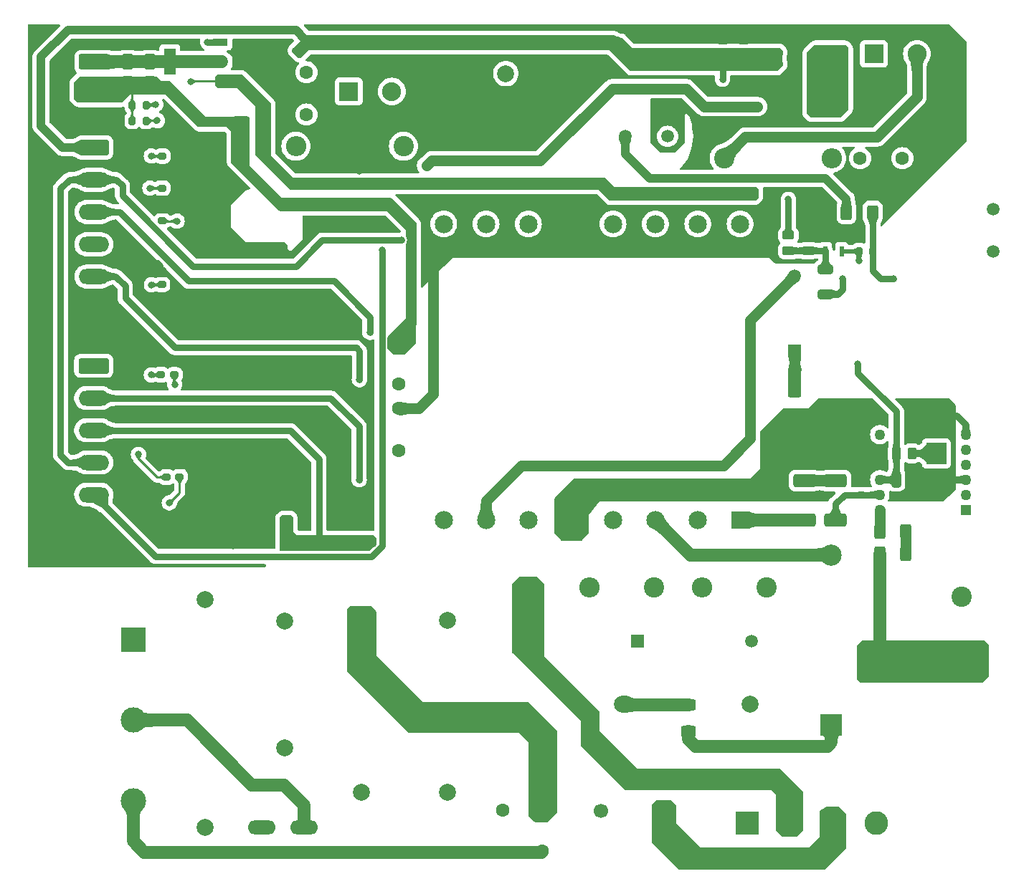
<source format=gbr>
%TF.GenerationSoftware,KiCad,Pcbnew,8.0.4*%
%TF.CreationDate,2024-10-07T13:18:05+07:00*%
%TF.ProjectId,Power_Supply,506f7765-725f-4537-9570-706c792e6b69,rev?*%
%TF.SameCoordinates,Original*%
%TF.FileFunction,Copper,L2,Bot*%
%TF.FilePolarity,Positive*%
%FSLAX46Y46*%
G04 Gerber Fmt 4.6, Leading zero omitted, Abs format (unit mm)*
G04 Created by KiCad (PCBNEW 8.0.4) date 2024-10-07 13:18:05*
%MOMM*%
%LPD*%
G01*
G04 APERTURE LIST*
G04 Aperture macros list*
%AMRoundRect*
0 Rectangle with rounded corners*
0 $1 Rounding radius*
0 $2 $3 $4 $5 $6 $7 $8 $9 X,Y pos of 4 corners*
0 Add a 4 corners polygon primitive as box body*
4,1,4,$2,$3,$4,$5,$6,$7,$8,$9,$2,$3,0*
0 Add four circle primitives for the rounded corners*
1,1,$1+$1,$2,$3*
1,1,$1+$1,$4,$5*
1,1,$1+$1,$6,$7*
1,1,$1+$1,$8,$9*
0 Add four rect primitives between the rounded corners*
20,1,$1+$1,$2,$3,$4,$5,0*
20,1,$1+$1,$4,$5,$6,$7,0*
20,1,$1+$1,$6,$7,$8,$9,0*
20,1,$1+$1,$8,$9,$2,$3,0*%
G04 Aperture macros list end*
%TA.AperFunction,ComponentPad*%
%ADD10C,2.400000*%
%TD*%
%TA.AperFunction,ComponentPad*%
%ADD11O,2.400000X2.400000*%
%TD*%
%TA.AperFunction,ComponentPad*%
%ADD12C,2.000000*%
%TD*%
%TA.AperFunction,ComponentPad*%
%ADD13R,2.150000X2.150000*%
%TD*%
%TA.AperFunction,ComponentPad*%
%ADD14C,2.150000*%
%TD*%
%TA.AperFunction,ComponentPad*%
%ADD15C,1.600000*%
%TD*%
%TA.AperFunction,ComponentPad*%
%ADD16R,2.400000X2.400000*%
%TD*%
%TA.AperFunction,ComponentPad*%
%ADD17R,1.500000X1.500000*%
%TD*%
%TA.AperFunction,ComponentPad*%
%ADD18C,1.500000*%
%TD*%
%TA.AperFunction,ComponentPad*%
%ADD19R,2.235200X2.235200*%
%TD*%
%TA.AperFunction,ComponentPad*%
%ADD20C,2.235200*%
%TD*%
%TA.AperFunction,ComponentPad*%
%ADD21C,1.498600*%
%TD*%
%TA.AperFunction,ComponentPad*%
%ADD22R,1.498600X1.498600*%
%TD*%
%TA.AperFunction,ComponentPad*%
%ADD23R,2.500000X2.500000*%
%TD*%
%TA.AperFunction,ComponentPad*%
%ADD24C,2.500000*%
%TD*%
%TA.AperFunction,ComponentPad*%
%ADD25R,1.905000X2.000000*%
%TD*%
%TA.AperFunction,ComponentPad*%
%ADD26O,1.905000X2.000000*%
%TD*%
%TA.AperFunction,ComponentPad*%
%ADD27RoundRect,0.250000X-1.550000X0.650000X-1.550000X-0.650000X1.550000X-0.650000X1.550000X0.650000X0*%
%TD*%
%TA.AperFunction,ComponentPad*%
%ADD28O,3.600000X1.800000*%
%TD*%
%TA.AperFunction,ComponentPad*%
%ADD29O,3.300000X1.650000*%
%TD*%
%TA.AperFunction,ComponentPad*%
%ADD30R,2.800000X2.800000*%
%TD*%
%TA.AperFunction,ComponentPad*%
%ADD31C,2.800000*%
%TD*%
%TA.AperFunction,ComponentPad*%
%ADD32C,1.700000*%
%TD*%
%TA.AperFunction,ComponentPad*%
%ADD33R,3.000000X3.000000*%
%TD*%
%TA.AperFunction,ComponentPad*%
%ADD34C,3.000000*%
%TD*%
%TA.AperFunction,ComponentPad*%
%ADD35C,1.270000*%
%TD*%
%TA.AperFunction,ComponentPad*%
%ADD36R,1.270000X1.270000*%
%TD*%
%TA.AperFunction,SMDPad,CuDef*%
%ADD37RoundRect,0.250000X0.262500X0.450000X-0.262500X0.450000X-0.262500X-0.450000X0.262500X-0.450000X0*%
%TD*%
%TA.AperFunction,SMDPad,CuDef*%
%ADD38RoundRect,0.250000X-0.550000X1.500000X-0.550000X-1.500000X0.550000X-1.500000X0.550000X1.500000X0*%
%TD*%
%TA.AperFunction,SMDPad,CuDef*%
%ADD39RoundRect,0.224400X0.435600X-0.680600X0.435600X0.680600X-0.435600X0.680600X-0.435600X-0.680600X0*%
%TD*%
%TA.AperFunction,SMDPad,CuDef*%
%ADD40RoundRect,0.200000X0.275000X-0.200000X0.275000X0.200000X-0.275000X0.200000X-0.275000X-0.200000X0*%
%TD*%
%TA.AperFunction,SMDPad,CuDef*%
%ADD41RoundRect,0.250000X0.400000X0.625000X-0.400000X0.625000X-0.400000X-0.625000X0.400000X-0.625000X0*%
%TD*%
%TA.AperFunction,SMDPad,CuDef*%
%ADD42RoundRect,0.250000X0.325000X0.650000X-0.325000X0.650000X-0.325000X-0.650000X0.325000X-0.650000X0*%
%TD*%
%TA.AperFunction,SMDPad,CuDef*%
%ADD43RoundRect,0.200000X-0.275000X0.200000X-0.275000X-0.200000X0.275000X-0.200000X0.275000X0.200000X0*%
%TD*%
%TA.AperFunction,SMDPad,CuDef*%
%ADD44RoundRect,0.224400X0.680600X0.435600X-0.680600X0.435600X-0.680600X-0.435600X0.680600X-0.435600X0*%
%TD*%
%TA.AperFunction,SMDPad,CuDef*%
%ADD45RoundRect,0.200000X-0.200000X-0.275000X0.200000X-0.275000X0.200000X0.275000X-0.200000X0.275000X0*%
%TD*%
%TA.AperFunction,SMDPad,CuDef*%
%ADD46RoundRect,0.250000X0.450000X-0.262500X0.450000X0.262500X-0.450000X0.262500X-0.450000X-0.262500X0*%
%TD*%
%TA.AperFunction,SMDPad,CuDef*%
%ADD47RoundRect,0.200000X0.200000X0.275000X-0.200000X0.275000X-0.200000X-0.275000X0.200000X-0.275000X0*%
%TD*%
%TA.AperFunction,SMDPad,CuDef*%
%ADD48RoundRect,0.224400X-0.435600X0.680600X-0.435600X-0.680600X0.435600X-0.680600X0.435600X0.680600X0*%
%TD*%
%TA.AperFunction,SMDPad,CuDef*%
%ADD49R,2.400000X2.500000*%
%TD*%
%TA.AperFunction,SMDPad,CuDef*%
%ADD50RoundRect,0.249999X-1.075001X0.512501X-1.075001X-0.512501X1.075001X-0.512501X1.075001X0.512501X0*%
%TD*%
%TA.AperFunction,SMDPad,CuDef*%
%ADD51RoundRect,0.250000X-0.400000X-0.625000X0.400000X-0.625000X0.400000X0.625000X-0.400000X0.625000X0*%
%TD*%
%TA.AperFunction,SMDPad,CuDef*%
%ADD52RoundRect,0.250000X-0.450000X0.262500X-0.450000X-0.262500X0.450000X-0.262500X0.450000X0.262500X0*%
%TD*%
%TA.AperFunction,SMDPad,CuDef*%
%ADD53RoundRect,0.250000X0.650000X-0.325000X0.650000X0.325000X-0.650000X0.325000X-0.650000X-0.325000X0*%
%TD*%
%TA.AperFunction,SMDPad,CuDef*%
%ADD54R,0.533400X1.168400*%
%TD*%
%TA.AperFunction,SMDPad,CuDef*%
%ADD55R,1.450000X0.900001*%
%TD*%
%TA.AperFunction,SMDPad,CuDef*%
%ADD56R,1.450000X3.149999*%
%TD*%
%TA.AperFunction,SMDPad,CuDef*%
%ADD57RoundRect,0.250000X0.625000X-0.400000X0.625000X0.400000X-0.625000X0.400000X-0.625000X-0.400000X0*%
%TD*%
%TA.AperFunction,SMDPad,CuDef*%
%ADD58RoundRect,0.249999X1.075001X-0.512501X1.075001X0.512501X-1.075001X0.512501X-1.075001X-0.512501X0*%
%TD*%
%TA.AperFunction,ViaPad*%
%ADD59C,0.800000*%
%TD*%
%TA.AperFunction,Conductor*%
%ADD60C,1.524000*%
%TD*%
%TA.AperFunction,Conductor*%
%ADD61C,1.270000*%
%TD*%
%TA.AperFunction,Conductor*%
%ADD62C,0.762000*%
%TD*%
%TA.AperFunction,Conductor*%
%ADD63C,0.508000*%
%TD*%
%TA.AperFunction,Conductor*%
%ADD64C,0.250000*%
%TD*%
%TA.AperFunction,Conductor*%
%ADD65C,0.254000*%
%TD*%
%TA.AperFunction,Conductor*%
%ADD66C,1.016000*%
%TD*%
G04 APERTURE END LIST*
D10*
%TO.P,R7,1*%
%TO.N,Net-(D1-+)*%
X121230200Y-98077000D03*
D11*
%TO.P,R7,2*%
%TO.N,Net-(D2-K)*%
X113610200Y-98077000D03*
%TD*%
D10*
%TO.P,R6,1*%
%TO.N,Net-(D1-+)*%
X134480200Y-98077000D03*
D11*
%TO.P,R6,2*%
%TO.N,Net-(D2-K)*%
X126860200Y-98077000D03*
%TD*%
D12*
%TO.P,C6,1*%
%TO.N,Net-(D2-K)*%
X117507200Y-111878900D03*
%TO.P,C6,2*%
%TO.N,Net-(D1-+)*%
X132507000Y-111878900D03*
%TD*%
D13*
%TO.P,T1,1,IN+*%
%TO.N,Net-(D1-+)*%
X131365600Y-90123600D03*
D14*
%TO.P,T1,2*%
%TO.N,N/C*%
X126365600Y-90123600D03*
%TO.P,T1,3,IN-*%
%TO.N,Net-(CR1-A)*%
X121365600Y-90123600D03*
%TO.P,T1,4*%
%TO.N,N/C*%
X116365600Y-90123600D03*
%TO.P,T1,5,OUT2B*%
%TO.N,GND1*%
X111365600Y-90123600D03*
%TO.P,T1,6*%
%TO.N,N/C*%
X106365600Y-90123600D03*
%TO.P,T1,7,OUT2A*%
%TO.N,Net-(T1-OUT2A)*%
X101365600Y-90123600D03*
%TO.P,T1,8*%
%TO.N,N/C*%
X96365600Y-90123600D03*
%TO.P,T1,9,OUT1A*%
%TO.N,Net-(CR2-Pad2)*%
X96365600Y-55123600D03*
%TO.P,T1,10*%
%TO.N,N/C*%
X101365600Y-55123600D03*
%TO.P,T1,11*%
X106365600Y-55123600D03*
%TO.P,T1,12,OUT1B*%
%TO.N,GND2*%
X111365600Y-55123600D03*
%TO.P,T1,13*%
%TO.N,N/C*%
X116365600Y-55123600D03*
%TO.P,T1,14,OUT1A*%
%TO.N,Net-(CR3-Pad2)*%
X121365600Y-55123600D03*
%TO.P,T1,15*%
%TO.N,N/C*%
X126365600Y-55123600D03*
%TO.P,T1,16,OUT1B*%
%TO.N,GND3*%
X131365600Y-55123600D03*
%TD*%
D10*
%TO.P,R9,1*%
%TO.N,Net-(CR2-Pad2)*%
X91611500Y-45948300D03*
D11*
%TO.P,R9,2*%
%TO.N,Net-(C11-Pad1)*%
X78911500Y-45948300D03*
%TD*%
D15*
%TO.P,C3,1*%
%TO.N,Net-(C3-Pad1)*%
X107970200Y-124277000D03*
%TO.P,C3,2*%
%TO.N,Earth*%
X107970200Y-129277000D03*
%TD*%
D16*
%TO.P,C5,1*%
%TO.N,Net-(D1-+)*%
X157500200Y-106667000D03*
D10*
%TO.P,C5,2*%
%TO.N,GND1*%
X157500200Y-99167000D03*
%TD*%
D17*
%TO.P,D2,1,K*%
%TO.N,Net-(D2-K)*%
X119239200Y-104477000D03*
D18*
%TO.P,D2,2,A*%
%TO.N,Net-(D1-+)*%
X132701200Y-104477000D03*
%TD*%
D19*
%TO.P,CR2,1,1*%
%TO.N,Net-(C11-Pad2)*%
X85170200Y-39467000D03*
D20*
%TO.P,CR2,2,2*%
%TO.N,Net-(CR2-Pad2)*%
X90250200Y-39467000D03*
%TD*%
D21*
%TO.P,D3,1*%
%TO.N,Net-(T1-OUT2A)*%
X137830200Y-61237000D03*
D22*
%TO.P,D3,2*%
%TO.N,Net-(U2-C)*%
X137830200Y-70137160D03*
%TD*%
D23*
%TO.P,CR1,1,K*%
%TO.N,Net-(CR1-K)*%
X142140200Y-114307000D03*
D24*
%TO.P,CR1,2,A*%
%TO.N,Net-(CR1-A)*%
X142140200Y-94247000D03*
%TD*%
D15*
%TO.P,C7,1*%
%TO.N,Net-(D1-+)*%
X91050200Y-81957000D03*
%TO.P,C7,2*%
%TO.N,GND2*%
X91050200Y-76957000D03*
%TD*%
%TO.P,C12,1*%
%TO.N,Net-(C12-Pad1)*%
X145530200Y-47357000D03*
%TO.P,C12,2*%
%TO.N,Net-(C12-Pad2)*%
X150530200Y-47357000D03*
%TD*%
D25*
%TO.P,U4,1,IN*%
%TO.N,+12V*%
X135260200Y-35552000D03*
D26*
%TO.P,U4,2,GND*%
%TO.N,GND2*%
X137800200Y-35552000D03*
%TO.P,U4,3,OUT*%
%TO.N,+9V*%
X140340200Y-35552000D03*
%TD*%
D15*
%TO.P,C2,1*%
%TO.N,Net-(C2-Pad1)*%
X103320200Y-124377000D03*
%TO.P,C2,2*%
%TO.N,Earth*%
X103320200Y-129377000D03*
%TD*%
D27*
%TO.P,J4,1,Pin_1*%
%TO.N,+12V*%
X55060200Y-46097000D03*
D28*
%TO.P,J4,2,Pin_2*%
%TO.N,+9V*%
X55060200Y-49907000D03*
%TO.P,J4,3,Pin_3*%
%TO.N,-9_2V*%
X55060200Y-53717000D03*
%TO.P,J4,4,Pin_4*%
%TO.N,+5_2V*%
X55060200Y-57527000D03*
%TO.P,J4,5,Pin_5*%
%TO.N,+3.3_1V*%
X55060200Y-61337000D03*
%TO.P,J4,6,Pin_6*%
%TO.N,GND2*%
X55060200Y-65147000D03*
%TD*%
D29*
%TO.P,RV1,1*%
%TO.N,Net-(C1-Pad1)*%
X79920200Y-126427000D03*
%TO.P,RV1,2*%
%TO.N,Net-(C1-Pad2)*%
X74920200Y-126427000D03*
%TD*%
D15*
%TO.P,C11,1*%
%TO.N,Net-(C11-Pad1)*%
X80170200Y-42197000D03*
%TO.P,C11,2*%
%TO.N,Net-(C11-Pad2)*%
X80170200Y-37197000D03*
%TD*%
D30*
%TO.P,D1,1,+*%
%TO.N,Net-(D1-+)*%
X132172700Y-125979500D03*
D31*
%TO.P,D1,2*%
%TO.N,Net-(C2-Pad1)*%
X137252700Y-125979500D03*
%TO.P,D1,3*%
%TO.N,Net-(D1-Pad3)*%
X142332700Y-125979500D03*
%TO.P,D1,4,-*%
%TO.N,GND1*%
X147412700Y-125979500D03*
%TD*%
D10*
%TO.P,R10,1*%
%TO.N,Net-(CR3-Pad2)*%
X129478900Y-47345700D03*
D11*
%TO.P,R10,2*%
%TO.N,Net-(C12-Pad1)*%
X142178900Y-47345700D03*
%TD*%
D32*
%TO.P,TH1,1*%
%TO.N,Net-(C3-Pad1)*%
X114970200Y-124527000D03*
%TO.P,TH1,2*%
%TO.N,Net-(D1-Pad3)*%
X122470200Y-124527000D03*
%TD*%
D18*
%TO.P,L1,1,1*%
%TO.N,Net-(C12-Pad2)*%
X161250200Y-53387000D03*
%TO.P,L1,2,2*%
%TO.N,+7V*%
X161250200Y-58387000D03*
%TD*%
D12*
%TO.P,C4,1*%
%TO.N,Net-(C2-Pad1)*%
X106168300Y-98564000D03*
%TO.P,C4,2*%
%TO.N,Net-(C3-Pad1)*%
X106168300Y-113563800D03*
%TD*%
%TO.P,C15,1*%
%TO.N,Net-(C11-Pad2)*%
X103710200Y-37347000D03*
%TO.P,C15,2*%
%TO.N,GND2*%
X103710200Y-44847000D03*
%TD*%
D19*
%TO.P,CR3,1,1*%
%TO.N,Net-(C12-Pad2)*%
X147160200Y-35023100D03*
D20*
%TO.P,CR3,2,2*%
%TO.N,Net-(CR3-Pad2)*%
X152240200Y-35023100D03*
%TD*%
D12*
%TO.P,F1,1*%
%TO.N,Net-(F1-Pad1)*%
X68194800Y-99515800D03*
%TO.P,F1,2*%
%TO.N,Net-(C1-Pad2)*%
X68220200Y-126414400D03*
%TD*%
D27*
%TO.P,J3,1,Pin_1*%
%TO.N,+5_2V*%
X55050200Y-71897000D03*
D28*
%TO.P,J3,2,Pin_2*%
%TO.N,+3.3_2V*%
X55050200Y-75707000D03*
%TO.P,J3,3,Pin_3*%
%TO.N,+3.3_3V*%
X55050200Y-79517000D03*
%TO.P,J3,4,Pin_4*%
%TO.N,+9V*%
X55050200Y-83327000D03*
%TO.P,J3,5,Pin_5*%
%TO.N,-9_1V*%
X55050200Y-87137000D03*
%TO.P,J3,6,Pin_6*%
%TO.N,GND2*%
X55050200Y-90947000D03*
%TD*%
D33*
%TO.P,J1,1,1*%
%TO.N,Net-(F1-Pad1)*%
X59732800Y-104287002D03*
D34*
%TO.P,J1,2,2*%
%TO.N,Net-(C1-Pad1)*%
X59732800Y-113787000D03*
%TO.P,J1,3,3*%
%TO.N,Earth*%
X59732800Y-123286999D03*
%TD*%
D35*
%TO.P,U1,1,V*%
%TO.N,Net-(U1-V)*%
X147857200Y-88910000D03*
%TO.P,U1,2,X*%
%TO.N,Net-(U1-X)*%
X147857200Y-87132000D03*
%TO.P,U1,3,C*%
%TO.N,Net-(U1-C)*%
X147857200Y-85354000D03*
%TO.P,U1,4,F*%
%TO.N,GND1*%
X147857200Y-83576000D03*
%TO.P,U1,6,D*%
%TO.N,Net-(CR1-A)*%
X147857200Y-80020000D03*
%TO.P,U1,7,S*%
%TO.N,GND1*%
X158017200Y-80020000D03*
%TO.P,U1,8,S*%
X158017200Y-81798000D03*
%TO.P,U1,9,S*%
X158017200Y-83576000D03*
%TO.P,U1,10,S*%
X158017200Y-85354000D03*
%TO.P,U1,11,S*%
X158017200Y-87132000D03*
D36*
%TO.P,U1,12,S*%
X158017200Y-88910000D03*
%TD*%
D12*
%TO.P,FL1,1,1*%
%TO.N,Net-(C1-Pad1)*%
X96825600Y-102011600D03*
%TO.P,FL1,2,2*%
%TO.N,Net-(C2-Pad1)*%
X96825600Y-122311600D03*
%TO.P,FL1,3,3*%
%TO.N,Net-(C3-Pad1)*%
X86625600Y-102011600D03*
%TO.P,FL1,4,4*%
%TO.N,Net-(C1-Pad2)*%
X86625600Y-122311600D03*
%TD*%
D18*
%TO.P,L2,1,1*%
%TO.N,Net-(C11-Pad2)*%
X117800200Y-44767000D03*
%TO.P,L2,2,2*%
%TO.N,+12V*%
X122800200Y-44767000D03*
%TD*%
D27*
%TO.P,J2,1,Pin_1*%
%TO.N,+5_1V*%
X55072700Y-35982000D03*
D28*
%TO.P,J2,2,Pin_2*%
%TO.N,GND3*%
X55072700Y-39482000D03*
%TD*%
D12*
%TO.P,C1,1*%
%TO.N,Net-(C1-Pad1)*%
X77618300Y-102064000D03*
%TO.P,C1,2*%
%TO.N,Net-(C1-Pad2)*%
X77618300Y-117063800D03*
%TD*%
D15*
%TO.P,C8,1*%
%TO.N,Net-(D1-+)*%
X91090200Y-74077000D03*
%TO.P,C8,2*%
%TO.N,GND3*%
X91090200Y-69077000D03*
%TD*%
D37*
%TO.P,R11,1*%
%TO.N,Net-(C10-Pad1)*%
X151638236Y-82247400D03*
%TO.P,R11,2*%
%TO.N,Net-(U1-C)*%
X149813236Y-82247400D03*
%TD*%
D38*
%TO.P,C13,1*%
%TO.N,Net-(U2-C)*%
X137830200Y-73897000D03*
%TO.P,C13,2*%
%TO.N,GND1*%
X137830200Y-79497000D03*
%TD*%
D39*
%TO.P,C19,1*%
%TO.N,+12V*%
X129287700Y-35542000D03*
%TO.P,C19,2*%
%TO.N,GND2*%
X129287700Y-32942000D03*
%TD*%
D40*
%TO.P,R24,1*%
%TO.N,Net-(D6-K)*%
X63120000Y-50890000D03*
%TO.P,R24,2*%
%TO.N,GND2*%
X63120000Y-49240000D03*
%TD*%
D41*
%TO.P,R4,1*%
%TO.N,Net-(R4-Pad1)*%
X150950000Y-94100000D03*
%TO.P,R4,2*%
%TO.N,Net-(D1-+)*%
X147850000Y-94100000D03*
%TD*%
D42*
%TO.P,C9,1*%
%TO.N,GND1*%
X152729100Y-85352800D03*
%TO.P,C9,2*%
%TO.N,Net-(U1-C)*%
X149779100Y-85352800D03*
%TD*%
D43*
%TO.P,R3,1*%
%TO.N,GND1*%
X145650400Y-85484000D03*
%TO.P,R3,2*%
%TO.N,Net-(U1-X)*%
X145650400Y-87134000D03*
%TD*%
D40*
%TO.P,R25,1*%
%TO.N,Net-(D7-A)*%
X65180000Y-85010000D03*
%TO.P,R25,2*%
%TO.N,GND2*%
X65180000Y-83360000D03*
%TD*%
D44*
%TO.P,C22,1*%
%TO.N,+9V*%
X140325200Y-41234500D03*
%TO.P,C22,2*%
%TO.N,GND2*%
X137725200Y-41234500D03*
%TD*%
D45*
%TO.P,R13,1*%
%TO.N,Net-(U2-K)*%
X145407200Y-58356800D03*
%TO.P,R13,2*%
%TO.N,Net-(U2-A)*%
X147057200Y-58356800D03*
%TD*%
D46*
%TO.P,R14,1*%
%TO.N,Net-(U3-VREF)*%
X137059800Y-58295036D03*
%TO.P,R14,2*%
%TO.N,+12V*%
X137059800Y-56470036D03*
%TD*%
D44*
%TO.P,C48,1*%
%TO.N,+7V*%
X75035200Y-45719500D03*
%TO.P,C48,2*%
%TO.N,GND3*%
X72435200Y-45719500D03*
%TD*%
D47*
%TO.P,R32,1*%
%TO.N,Net-(D14-K)*%
X61233200Y-41087200D03*
%TO.P,R32,2*%
%TO.N,GND3*%
X59583200Y-41087200D03*
%TD*%
D41*
%TO.P,R12,1*%
%TO.N,Net-(U2-A)*%
X147020200Y-53777000D03*
%TO.P,R12,2*%
%TO.N,Net-(C11-Pad2)*%
X143920200Y-53777000D03*
%TD*%
D40*
%TO.P,R26,1*%
%TO.N,Net-(D8-A)*%
X63120000Y-54780000D03*
%TO.P,R26,2*%
%TO.N,GND2*%
X63120000Y-53130000D03*
%TD*%
D48*
%TO.P,C49,1*%
%TO.N,+5_1V*%
X59072700Y-35962000D03*
%TO.P,C49,2*%
%TO.N,GND3*%
X59072700Y-38562000D03*
%TD*%
D40*
%TO.P,R23,1*%
%TO.N,Net-(D5-K)*%
X63150000Y-47100000D03*
%TO.P,R23,2*%
%TO.N,GND2*%
X63150000Y-45450000D03*
%TD*%
%TO.P,R27,1*%
%TO.N,Net-(D9-K)*%
X63620000Y-85050000D03*
%TO.P,R27,2*%
%TO.N,GND2*%
X63620000Y-83400000D03*
%TD*%
D49*
%TO.P,C10,1*%
%TO.N,Net-(C10-Pad1)*%
X154530200Y-82242200D03*
%TO.P,C10,2*%
%TO.N,GND1*%
X154530200Y-77771800D03*
%TD*%
D47*
%TO.P,R31,1*%
%TO.N,Net-(D13-K)*%
X61233200Y-42937200D03*
%TO.P,R31,2*%
%TO.N,GND3*%
X59583200Y-42937200D03*
%TD*%
D50*
%TO.P,R1,1*%
%TO.N,Net-(R1-Pad1)*%
X138948950Y-85457000D03*
%TO.P,R1,2*%
%TO.N,Net-(D1-+)*%
X138948950Y-90132000D03*
%TD*%
D40*
%TO.P,R30,1*%
%TO.N,Net-(D12-K)*%
X64580000Y-72960000D03*
%TO.P,R30,2*%
%TO.N,GND2*%
X64580000Y-71310000D03*
%TD*%
D48*
%TO.P,C50,1*%
%TO.N,+5_1V*%
X61692700Y-35972000D03*
%TO.P,C50,2*%
%TO.N,GND3*%
X61692700Y-38572000D03*
%TD*%
D51*
%TO.P,R5,1*%
%TO.N,Net-(U1-V)*%
X147850000Y-91450000D03*
%TO.P,R5,2*%
%TO.N,Net-(R4-Pad1)*%
X150950000Y-91450000D03*
%TD*%
D52*
%TO.P,R15,1*%
%TO.N,GND2*%
X139420600Y-56458964D03*
%TO.P,R15,2*%
%TO.N,Net-(U3-VREF)*%
X139420600Y-58283964D03*
%TD*%
D53*
%TO.P,C16,1*%
%TO.N,Net-(U2-K)*%
X141464400Y-63425900D03*
%TO.P,C16,2*%
%TO.N,Net-(U3-VREF)*%
X141464400Y-60475900D03*
%TD*%
D54*
%TO.P,U3,1,K*%
%TO.N,Net-(U2-K)*%
X143360201Y-58343000D03*
%TO.P,U3,2,VREF*%
%TO.N,Net-(U3-VREF)*%
X141460199Y-58343000D03*
%TO.P,U3,3,A*%
%TO.N,GND2*%
X142410200Y-56311000D03*
%TD*%
D55*
%TO.P,U11,1,GND*%
%TO.N,GND3*%
X70172191Y-33656588D03*
%TO.P,U11,2,OUT*%
%TO.N,+5_1V*%
X70172191Y-35956588D03*
%TO.P,U11,3,INPUT*%
%TO.N,+7V*%
X70172191Y-38256588D03*
D56*
%TO.P,U11,4,OUT*%
%TO.N,+5_1V*%
X64022191Y-35956588D03*
%TD*%
D44*
%TO.P,C21,1*%
%TO.N,+9V*%
X140355200Y-38624500D03*
%TO.P,C21,2*%
%TO.N,GND2*%
X137755200Y-38624500D03*
%TD*%
D57*
%TO.P,R8,1*%
%TO.N,Net-(CR1-K)*%
X125220200Y-115077000D03*
%TO.P,R8,2*%
%TO.N,Net-(D2-K)*%
X125220200Y-111977000D03*
%TD*%
D40*
%TO.P,R28,1*%
%TO.N,Net-(D10-K)*%
X63090000Y-62310000D03*
%TO.P,R28,2*%
%TO.N,GND2*%
X63090000Y-60660000D03*
%TD*%
D58*
%TO.P,R2,1*%
%TO.N,Net-(U1-X)*%
X142638950Y-90159500D03*
%TO.P,R2,2*%
%TO.N,Net-(R1-Pad1)*%
X142638950Y-85484500D03*
%TD*%
D44*
%TO.P,C47,1*%
%TO.N,+7V*%
X75055200Y-43069500D03*
%TO.P,C47,2*%
%TO.N,GND3*%
X72455200Y-43069500D03*
%TD*%
D40*
%TO.P,R29,1*%
%TO.N,Net-(D11-K)*%
X62980000Y-72950000D03*
%TO.P,R29,2*%
%TO.N,GND2*%
X62980000Y-71300000D03*
%TD*%
D39*
%TO.P,C20,1*%
%TO.N,+12V*%
X131767700Y-35542000D03*
%TO.P,C20,2*%
%TO.N,GND2*%
X131767700Y-32942000D03*
%TD*%
D59*
%TO.N,Net-(D1-+)*%
X149910000Y-104960000D03*
X159770200Y-106927000D03*
X155090200Y-105957000D03*
X155090200Y-106967000D03*
X146090000Y-107990000D03*
X152810000Y-108020000D03*
X149910000Y-106940000D03*
X152810000Y-106970000D03*
X146090000Y-108850000D03*
X149910000Y-105930000D03*
X152810000Y-105960000D03*
X155090200Y-104987000D03*
X159770200Y-104947000D03*
X152810000Y-108880000D03*
X159780200Y-108877000D03*
X159770200Y-107977000D03*
X155090200Y-108877000D03*
X146090000Y-106940000D03*
X149910000Y-107990000D03*
X159770200Y-105917000D03*
X146090000Y-104960000D03*
X146090000Y-105930000D03*
X152810000Y-104990000D03*
X155090200Y-108017000D03*
X149910000Y-108850000D03*
%TO.N,Net-(U1-C)*%
X145260200Y-71667000D03*
%TO.N,GND2*%
X139420600Y-52147000D03*
X86440200Y-48887000D03*
X117220200Y-32237000D03*
X135230200Y-38667000D03*
X67000200Y-45067000D03*
X71560200Y-83292000D03*
X111485200Y-37072000D03*
X77800200Y-33857000D03*
X71500200Y-93192000D03*
X65420200Y-49637000D03*
X80100200Y-88767000D03*
%TO.N,Net-(U2-K)*%
X143440200Y-61567000D03*
X145410200Y-59517000D03*
%TO.N,Net-(D5-K)*%
X61850200Y-47097000D03*
%TO.N,Net-(D6-K)*%
X61680200Y-50890000D03*
%TO.N,-9_1V*%
X89090200Y-58177000D03*
%TO.N,-9_2V*%
X87660200Y-67957000D03*
%TO.N,Net-(D14-K)*%
X62350200Y-41027000D03*
%TO.N,Net-(D10-K)*%
X61870200Y-62317000D03*
%TO.N,+12V*%
X126590200Y-35557000D03*
X129290200Y-38027000D03*
X79124200Y-34767000D03*
X80140200Y-33751000D03*
X137059800Y-52237000D03*
X81610200Y-33287000D03*
%TO.N,Net-(D13-K)*%
X62550200Y-42917000D03*
%TO.N,Net-(D7-A)*%
X63970200Y-88097000D03*
%TO.N,Net-(D8-A)*%
X64880200Y-54787000D03*
%TO.N,Net-(U2-A)*%
X149510200Y-61577000D03*
%TO.N,+7V*%
X132660200Y-51537000D03*
X66470200Y-38297000D03*
%TO.N,+9V*%
X143320200Y-35527000D03*
X143260200Y-38977000D03*
X143320200Y-34537000D03*
X142150200Y-38977000D03*
X142160200Y-39997000D03*
X94370200Y-48257000D03*
X133430200Y-41267000D03*
X91380200Y-57027000D03*
X143290200Y-37847000D03*
X142170200Y-34527000D03*
X142170200Y-35517000D03*
X142130200Y-41127000D03*
X143260200Y-40037000D03*
X143290200Y-36657000D03*
X143230200Y-41167000D03*
X142140200Y-36647000D03*
X142180200Y-37847000D03*
%TO.N,+3.3_1V*%
X86420200Y-73527000D03*
%TO.N,+3.3_2V*%
X86390200Y-85347000D03*
%TO.N,+3.3_3V*%
X87980200Y-92917000D03*
%TO.N,GND3*%
X68490200Y-33657000D03*
%TO.N,Net-(D11-K)*%
X61850200Y-72967000D03*
%TO.N,Net-(D12-K)*%
X64600200Y-74127000D03*
%TO.N,Net-(D9-K)*%
X60330200Y-82367000D03*
%TD*%
D60*
%TO.N,Net-(C1-Pad1)*%
X73720200Y-121427000D02*
X66080200Y-113787000D01*
X79920200Y-123852000D02*
X77495200Y-121427000D01*
X66080200Y-113787000D02*
X59732800Y-113787000D01*
X77495200Y-121427000D02*
X73720200Y-121427000D01*
X79920200Y-126427000D02*
X79920200Y-123852000D01*
D61*
%TO.N,GND1*%
X133480200Y-86487000D02*
X135260200Y-84707000D01*
D62*
X158016000Y-85352800D02*
X158017200Y-85354000D01*
D61*
X112680200Y-86487000D02*
X133480200Y-86487000D01*
X136350200Y-79497000D02*
X137830200Y-79497000D01*
D62*
X158046100Y-79991100D02*
X158017200Y-80020000D01*
X152729100Y-85352800D02*
X158016000Y-85352800D01*
D63*
X145650400Y-81207200D02*
X143940200Y-79497000D01*
D61*
X111365600Y-90123600D02*
X111365600Y-87801600D01*
X135260200Y-84707000D02*
X135260200Y-80587000D01*
X135260200Y-80587000D02*
X136350200Y-79497000D01*
D63*
X145650400Y-83607000D02*
X145681400Y-83576000D01*
D61*
X111365600Y-87801600D02*
X112680200Y-86487000D01*
D62*
X158004200Y-80007000D02*
X158017200Y-80020000D01*
X156945000Y-77771800D02*
X158017200Y-78844000D01*
D63*
X145650400Y-85484000D02*
X145650400Y-83607000D01*
D62*
X154530200Y-77771800D02*
X156945000Y-77771800D01*
X158017200Y-78844000D02*
X158017200Y-80020000D01*
D63*
X143940200Y-79497000D02*
X137830200Y-79497000D01*
X145650400Y-83607000D02*
X145650400Y-81207200D01*
X145681400Y-83576000D02*
X147857200Y-83576000D01*
D60*
%TO.N,Net-(D1-+)*%
X157500200Y-106667000D02*
X148817000Y-106667000D01*
X135000200Y-90123600D02*
X138940550Y-90123600D01*
X147850000Y-105700000D02*
X147850000Y-94100000D01*
X131365600Y-90123600D02*
X135000200Y-90123600D01*
X138940550Y-90123600D02*
X138948950Y-90132000D01*
X148817000Y-106667000D02*
X147850000Y-105700000D01*
%TO.N,Net-(C3-Pad1)*%
X107970200Y-124277000D02*
X107970200Y-115365700D01*
X86625600Y-107432400D02*
X92757000Y-113563800D01*
X86625600Y-102011600D02*
X86625600Y-107432400D01*
X92757000Y-113563800D02*
X106168300Y-113563800D01*
X107970200Y-115365700D02*
X106168300Y-113563800D01*
%TO.N,Earth*%
X103320200Y-129377000D02*
X107870200Y-129377000D01*
X59732800Y-128089600D02*
X61020200Y-129377000D01*
X59732800Y-123286999D02*
X59732800Y-128089600D01*
X61020200Y-129377000D02*
X103320200Y-129377000D01*
X107870200Y-129377000D02*
X107970200Y-129277000D01*
D62*
%TO.N,Net-(U1-C)*%
X149777900Y-85354000D02*
X149779100Y-85352800D01*
X147857200Y-85354000D02*
X149777900Y-85354000D01*
X149813236Y-77290036D02*
X149813236Y-82247400D01*
X149813236Y-82247400D02*
X149813236Y-85318664D01*
X145260200Y-72737000D02*
X149813236Y-77290036D01*
X145260200Y-72737000D02*
X145260200Y-71667000D01*
X149813236Y-85318664D02*
X149779100Y-85352800D01*
D63*
%TO.N,GND2*%
X117220200Y-32237000D02*
X117230200Y-32247000D01*
D64*
X65420200Y-49637000D02*
X65420200Y-46647000D01*
D65*
X71560200Y-83292000D02*
X71560200Y-87317000D01*
D63*
X137075200Y-32942000D02*
X137800200Y-33667000D01*
D65*
X71560200Y-87317000D02*
X73010200Y-88767000D01*
D64*
X65420200Y-46647000D02*
X67000200Y-45067000D01*
D65*
X64570000Y-71300000D02*
X64580000Y-71310000D01*
X86440200Y-48887000D02*
X86440200Y-45777000D01*
X52590200Y-59967000D02*
X52590200Y-64737000D01*
D61*
X111485200Y-37072000D02*
X103710200Y-44847000D01*
X137800200Y-38579500D02*
X137755200Y-38624500D01*
D65*
X63120000Y-49240000D02*
X65023200Y-49240000D01*
D63*
X117230200Y-32247000D02*
X128592700Y-32247000D01*
D65*
X63090000Y-60660000D02*
X63090000Y-59996800D01*
X53000200Y-65147000D02*
X55060200Y-65147000D01*
D63*
X137800200Y-33667000D02*
X137800200Y-35552000D01*
D65*
X62980000Y-70596800D02*
X57530200Y-65147000D01*
D61*
X93390200Y-76957000D02*
X95120200Y-75227000D01*
D64*
X65420200Y-52087000D02*
X64377200Y-53130000D01*
D65*
X63150000Y-45450000D02*
X66617200Y-45450000D01*
D63*
X129287700Y-32942000D02*
X131767700Y-32942000D01*
D61*
X108062200Y-58427000D02*
X111365600Y-55123600D01*
D63*
X131767700Y-32942000D02*
X137075200Y-32942000D01*
D65*
X73010200Y-88767000D02*
X80100200Y-88767000D01*
D61*
X137800200Y-35552000D02*
X137800200Y-38579500D01*
D65*
X62980000Y-71300000D02*
X64570000Y-71300000D01*
X65180000Y-83360000D02*
X65243000Y-83297000D01*
D64*
X65420200Y-49637000D02*
X65420200Y-52087000D01*
D62*
X135230200Y-38667000D02*
X137712700Y-38667000D01*
D65*
X80100200Y-88767000D02*
X73100200Y-88767000D01*
D62*
X142410200Y-56311000D02*
X139568564Y-56311000D01*
D65*
X62610200Y-59517000D02*
X53040200Y-59517000D01*
D61*
X95120200Y-60417000D02*
X97110200Y-58427000D01*
D65*
X57530200Y-65147000D02*
X55060200Y-65147000D01*
D61*
X91050200Y-76957000D02*
X93390200Y-76957000D01*
X95120200Y-75227000D02*
X95120200Y-60417000D01*
D65*
X53040200Y-59517000D02*
X52590200Y-59967000D01*
D63*
X128592700Y-32247000D02*
X129287700Y-32942000D01*
D65*
X77800200Y-37137000D02*
X77800200Y-33857000D01*
D63*
X139307164Y-56360036D02*
X139280200Y-56387000D01*
D65*
X73100200Y-88767000D02*
X71500200Y-90367000D01*
D64*
X64377200Y-53130000D02*
X63120000Y-53130000D01*
D65*
X63090000Y-59996800D02*
X62610200Y-59517000D01*
X71500200Y-90367000D02*
X71500200Y-93192000D01*
X86440200Y-45777000D02*
X77800200Y-37137000D01*
D61*
X137725200Y-41234500D02*
X137725200Y-38654500D01*
D65*
X65243000Y-83297000D02*
X71555200Y-83297000D01*
D61*
X97110200Y-58427000D02*
X108062200Y-58427000D01*
D65*
X71555200Y-83297000D02*
X71560200Y-83292000D01*
D62*
X139568564Y-56311000D02*
X139420600Y-56458964D01*
D61*
X137725200Y-38654500D02*
X137755200Y-38624500D01*
D62*
X139420600Y-52147000D02*
X139420600Y-56458964D01*
D65*
X65023200Y-49240000D02*
X65420200Y-49637000D01*
D62*
X137712700Y-38667000D02*
X137755200Y-38624500D01*
D65*
X63660000Y-83360000D02*
X63620000Y-83400000D01*
X65180000Y-83360000D02*
X63660000Y-83360000D01*
X66617200Y-45450000D02*
X67000200Y-45067000D01*
X52590200Y-64737000D02*
X53000200Y-65147000D01*
X62980000Y-71300000D02*
X62980000Y-70596800D01*
D60*
%TO.N,Net-(D2-K)*%
X125220200Y-111977000D02*
X117605300Y-111977000D01*
X117605300Y-111977000D02*
X117507200Y-111878900D01*
D62*
%TO.N,Net-(U2-K)*%
X142901300Y-63425900D02*
X143190200Y-63137000D01*
D63*
X143374001Y-58356800D02*
X143360201Y-58343000D01*
X145407200Y-59514000D02*
X145410200Y-59517000D01*
X145407200Y-58356800D02*
X145407200Y-59514000D01*
D62*
X143190200Y-63137000D02*
X143440200Y-62887000D01*
X143440200Y-62887000D02*
X143440200Y-61567000D01*
X141464400Y-63425900D02*
X142901300Y-63425900D01*
D63*
X145407200Y-58356800D02*
X143374001Y-58356800D01*
D65*
%TO.N,Net-(D5-K)*%
X61850200Y-47097000D02*
X63147000Y-47097000D01*
X63147000Y-47097000D02*
X63150000Y-47100000D01*
D60*
%TO.N,Net-(C2-Pad1)*%
X106168300Y-98564000D02*
X106168300Y-105725100D01*
X113770200Y-113327000D02*
X113770200Y-116277000D01*
X118470200Y-120977000D02*
X135770200Y-120977000D01*
X113770200Y-116277000D02*
X118470200Y-120977000D01*
X137252700Y-122459500D02*
X137252700Y-125979500D01*
X106168300Y-105725100D02*
X113770200Y-113327000D01*
X135770200Y-120977000D02*
X137252700Y-122459500D01*
D65*
%TO.N,Net-(D6-K)*%
X61680200Y-50890000D02*
X63120000Y-50890000D01*
D62*
%TO.N,-9_1V*%
X89100200Y-93188869D02*
X87862069Y-94427000D01*
X89100200Y-88447000D02*
X89100200Y-93188869D01*
X89100200Y-58187000D02*
X89100200Y-88447000D01*
X87862069Y-94427000D02*
X62340200Y-94427000D01*
X62340200Y-94427000D02*
X55050200Y-87137000D01*
X89090200Y-58177000D02*
X89100200Y-58187000D01*
%TO.N,-9_2V*%
X83400200Y-61887000D02*
X66280200Y-61887000D01*
X66280200Y-61887000D02*
X58110200Y-53717000D01*
X87660200Y-67957000D02*
X87660200Y-66147000D01*
X58110200Y-53717000D02*
X55060200Y-53717000D01*
X87660200Y-66147000D02*
X83400200Y-61887000D01*
D65*
%TO.N,Net-(D14-K)*%
X61293400Y-41027000D02*
X61233200Y-41087200D01*
X62350200Y-41027000D02*
X61293400Y-41027000D01*
D60*
%TO.N,Net-(CR1-K)*%
X126070200Y-116877000D02*
X125220200Y-116027000D01*
X141670200Y-116877000D02*
X126070200Y-116877000D01*
X142140200Y-114307000D02*
X142140200Y-116407000D01*
X142140200Y-116407000D02*
X141670200Y-116877000D01*
X125220200Y-116027000D02*
X125220200Y-115077000D01*
%TO.N,Net-(CR1-A)*%
X125489000Y-94247000D02*
X142140200Y-94247000D01*
X121365600Y-90123600D02*
X125489000Y-94247000D01*
%TO.N,Net-(D1-Pad3)*%
X142332700Y-128764500D02*
X140970200Y-130127000D01*
X122470200Y-126877000D02*
X122470200Y-124527000D01*
X142332700Y-125979500D02*
X142332700Y-128764500D01*
X140970200Y-130127000D02*
X125720200Y-130127000D01*
X125720200Y-130127000D02*
X122470200Y-126877000D01*
D65*
%TO.N,Net-(D10-K)*%
X63083000Y-62317000D02*
X63090000Y-62310000D01*
X61870200Y-62317000D02*
X63083000Y-62317000D01*
D62*
%TO.N,Net-(U1-X)*%
X142638950Y-88168250D02*
X143677200Y-87130000D01*
X143681200Y-87134000D02*
X145650400Y-87134000D01*
X147855200Y-87134000D02*
X147857200Y-87132000D01*
X142638950Y-90159500D02*
X142638950Y-88168250D01*
X143677200Y-87130000D02*
X143681200Y-87134000D01*
X145650400Y-87134000D02*
X147855200Y-87134000D01*
X145672000Y-87132000D02*
X145670000Y-87130000D01*
D61*
%TO.N,Net-(R4-Pad1)*%
X150950000Y-94100000D02*
X150950000Y-91450000D01*
%TO.N,Net-(U1-V)*%
X147850000Y-88917200D02*
X147857200Y-88910000D01*
X147850000Y-91450000D02*
X147850000Y-88917200D01*
D62*
X147857000Y-88910200D02*
X147857200Y-88910000D01*
%TO.N,Net-(C10-Pad1)*%
X151638236Y-82247400D02*
X154525000Y-82247400D01*
X154525000Y-82247400D02*
X154530200Y-82242200D01*
D66*
%TO.N,Net-(C11-Pad2)*%
X120690200Y-49747000D02*
X141460200Y-49747000D01*
X141460200Y-49747000D02*
X143920200Y-52207000D01*
X117800200Y-46857000D02*
X120690200Y-49747000D01*
X143920200Y-52207000D02*
X143920200Y-53777000D01*
X117800200Y-44767000D02*
X117800200Y-46857000D01*
D61*
%TO.N,Net-(U2-C)*%
X137830200Y-70137160D02*
X137830200Y-73897000D01*
D62*
%TO.N,Net-(U3-VREF)*%
X139420600Y-58283964D02*
X141401163Y-58283964D01*
X141460199Y-60471699D02*
X141464400Y-60475900D01*
X139409528Y-58295036D02*
X139420600Y-58283964D01*
X141401163Y-58283964D02*
X141460199Y-58343000D01*
X141460199Y-58343000D02*
X141460199Y-60471699D01*
X137059800Y-58295036D02*
X139409528Y-58295036D01*
%TO.N,+12V*%
X129287700Y-35542000D02*
X126605200Y-35542000D01*
D66*
X78910200Y-32217000D02*
X52010200Y-32217000D01*
D62*
X129287700Y-35542000D02*
X129287700Y-38024500D01*
D66*
X81610200Y-33287000D02*
X79980200Y-33287000D01*
D61*
X131767700Y-35542000D02*
X129287700Y-35542000D01*
D62*
X126605200Y-35542000D02*
X126590200Y-35557000D01*
D61*
X131777700Y-35552000D02*
X131767700Y-35542000D01*
D62*
X129287700Y-38024500D02*
X129290200Y-38027000D01*
D66*
X48840200Y-35387000D02*
X48840200Y-43567000D01*
D62*
X126590200Y-35557000D02*
X119160200Y-35557000D01*
X137059800Y-52237000D02*
X137060200Y-52237400D01*
X116880200Y-33277000D02*
X81620200Y-33277000D01*
D66*
X48840200Y-43567000D02*
X51370200Y-46097000D01*
D62*
X137059800Y-52237000D02*
X137059800Y-56470036D01*
X81620200Y-33277000D02*
X81610200Y-33287000D01*
D66*
X52010200Y-32217000D02*
X48840200Y-35387000D01*
X51370200Y-46097000D02*
X55060200Y-46097000D01*
D62*
X119160200Y-35557000D02*
X116880200Y-33277000D01*
D61*
X135260200Y-35552000D02*
X131777700Y-35552000D01*
D66*
X79980200Y-33287000D02*
X78910200Y-32217000D01*
D65*
%TO.N,Net-(D13-K)*%
X62550200Y-42917000D02*
X61253400Y-42917000D01*
X61253400Y-42917000D02*
X61233200Y-42937200D01*
%TO.N,Net-(D7-A)*%
X65180000Y-86887200D02*
X63970200Y-88097000D01*
X65180000Y-85010000D02*
X65180000Y-86887200D01*
%TO.N,Net-(D8-A)*%
X64880200Y-54787000D02*
X63127000Y-54787000D01*
X63127000Y-54787000D02*
X63120000Y-54780000D01*
D61*
%TO.N,Net-(R1-Pad1)*%
X138948950Y-85457000D02*
X142611450Y-85457000D01*
D62*
%TO.N,Net-(U2-A)*%
X147020200Y-58319800D02*
X147057200Y-58356800D01*
X147020200Y-53777000D02*
X147020200Y-58319800D01*
X147057200Y-60694000D02*
X147057200Y-58356800D01*
X147940200Y-61577000D02*
X147057200Y-60694000D01*
X149510200Y-61577000D02*
X147940200Y-61577000D01*
D66*
%TO.N,+7V*%
X115050200Y-50417000D02*
X78350200Y-50417000D01*
X75035200Y-47102000D02*
X75035200Y-45719500D01*
X132660200Y-51537000D02*
X116170200Y-51537000D01*
D61*
X71629788Y-38256588D02*
X70172191Y-38256588D01*
X75035200Y-45719500D02*
X75035200Y-43089500D01*
D65*
X66510612Y-38256588D02*
X70172191Y-38256588D01*
D61*
X75035200Y-43089500D02*
X75055200Y-43069500D01*
D66*
X78350200Y-50417000D02*
X75035200Y-47102000D01*
D65*
X66470200Y-38297000D02*
X66510612Y-38256588D01*
D61*
X75055200Y-40982000D02*
X72330200Y-38257000D01*
X72330200Y-38257000D02*
X71630200Y-38257000D01*
D66*
X116170200Y-51537000D02*
X115050200Y-50417000D01*
D61*
X71630200Y-38257000D02*
X71629788Y-38256588D01*
X75055200Y-43069500D02*
X75055200Y-40982000D01*
%TO.N,+9V*%
X140340200Y-35552000D02*
X140340200Y-38609500D01*
X94990200Y-47637000D02*
X94370200Y-48257000D01*
D62*
X55060200Y-49907000D02*
X52160200Y-49907000D01*
X51110200Y-82397000D02*
X52040200Y-83327000D01*
D61*
X127120200Y-41267000D02*
X125000200Y-39147000D01*
D62*
X58450200Y-51789768D02*
X58450200Y-50627000D01*
X82030200Y-57027000D02*
X78920200Y-60137000D01*
D61*
X125000200Y-39147000D02*
X116260200Y-39147000D01*
X140340200Y-38609500D02*
X140355200Y-38624500D01*
D62*
X51110200Y-50957000D02*
X51110200Y-82397000D01*
D61*
X133430200Y-41267000D02*
X127120200Y-41267000D01*
X140355200Y-38624500D02*
X140355200Y-41204500D01*
X94370200Y-48257000D02*
X94350200Y-48237000D01*
X107770200Y-47637000D02*
X94990200Y-47637000D01*
D62*
X91380200Y-57027000D02*
X82030200Y-57027000D01*
X66797432Y-60137000D02*
X58450200Y-51789768D01*
X52160200Y-49907000D02*
X51110200Y-50957000D01*
X52040200Y-83327000D02*
X55050200Y-83327000D01*
D61*
X116260200Y-39147000D02*
X107770200Y-47637000D01*
D62*
X58450200Y-50627000D02*
X57730200Y-49907000D01*
X78920200Y-60137000D02*
X66797432Y-60137000D01*
D61*
X143177700Y-41234500D02*
X143200200Y-41257000D01*
D62*
X57730200Y-49907000D02*
X55060200Y-49907000D01*
D61*
X140325200Y-41234500D02*
X143177700Y-41234500D01*
X140355200Y-41204500D02*
X140325200Y-41234500D01*
%TO.N,Net-(CR3-Pad2)*%
X131977600Y-44847000D02*
X147520200Y-44847000D01*
X129478900Y-47345700D02*
X131977600Y-44847000D01*
X152240200Y-40127000D02*
X152240200Y-35023100D01*
X147520200Y-44847000D02*
X152240200Y-40127000D01*
D62*
%TO.N,+3.3_1V*%
X86420200Y-70137000D02*
X86020200Y-69737000D01*
X58760200Y-63887000D02*
X58760200Y-62447000D01*
X86420200Y-73527000D02*
X86420200Y-70137000D01*
X58760200Y-62447000D02*
X57650200Y-61337000D01*
X86020200Y-69737000D02*
X64610200Y-69737000D01*
X57650200Y-61337000D02*
X55060200Y-61337000D01*
X64610200Y-69737000D02*
X58760200Y-63887000D01*
%TO.N,+3.3_3V*%
X87980200Y-92917000D02*
X81650200Y-92917000D01*
X55090200Y-79557000D02*
X55050200Y-79517000D01*
X81650200Y-92917000D02*
X81650200Y-82927000D01*
X81650200Y-82927000D02*
X78280200Y-79557000D01*
X78280200Y-79557000D02*
X55090200Y-79557000D01*
D61*
%TO.N,Net-(T1-OUT2A)*%
X132570200Y-80507000D02*
X132570200Y-66497000D01*
X132570200Y-66497000D02*
X137830200Y-61237000D01*
X105540200Y-83707000D02*
X129370200Y-83707000D01*
X101365600Y-90123600D02*
X101365600Y-87881600D01*
X129370200Y-83707000D02*
X132570200Y-80507000D01*
X101365600Y-87881600D02*
X105540200Y-83707000D01*
D60*
%TO.N,+5_1V*%
X59052700Y-35982000D02*
X59072700Y-35962000D01*
X55072700Y-35982000D02*
X59052700Y-35982000D01*
X64022191Y-35956588D02*
X70172191Y-35956588D01*
X61682700Y-35962000D02*
X61692700Y-35972000D01*
X61692700Y-35972000D02*
X64006779Y-35972000D01*
X64006779Y-35972000D02*
X64022191Y-35956588D01*
X59072700Y-35962000D02*
X61682700Y-35962000D01*
D63*
%TO.N,GND3*%
X63380200Y-38567000D02*
X63375200Y-38572000D01*
X72455200Y-43069500D02*
X72455200Y-45699500D01*
D60*
X61692700Y-38572000D02*
X59082700Y-38572000D01*
D65*
X59583200Y-39072500D02*
X59072700Y-38562000D01*
D62*
X68490612Y-33656588D02*
X68490200Y-33657000D01*
D63*
X72455200Y-43069500D02*
X67882700Y-43069500D01*
D62*
X92580200Y-67587000D02*
X92580200Y-55427000D01*
D63*
X63375200Y-38572000D02*
X61692700Y-38572000D01*
D66*
X55072700Y-39482000D02*
X58152700Y-39482000D01*
D60*
X59082700Y-38572000D02*
X59072700Y-38562000D01*
D62*
X70172191Y-33656588D02*
X68490612Y-33656588D01*
D65*
X59583200Y-41087200D02*
X59583200Y-39072500D01*
D63*
X72455200Y-45699500D02*
X72435200Y-45719500D01*
D62*
X77230200Y-52687000D02*
X72435200Y-47892000D01*
X91090200Y-69077000D02*
X92580200Y-67587000D01*
D65*
X59583200Y-41087200D02*
X59583200Y-42937200D01*
D62*
X92580200Y-55427000D02*
X89840200Y-52687000D01*
X89840200Y-52687000D02*
X77230200Y-52687000D01*
D63*
X67882700Y-43069500D02*
X63380200Y-38567000D01*
D66*
X58152700Y-39482000D02*
X59072700Y-38562000D01*
D62*
X72435200Y-47892000D02*
X72435200Y-45719500D01*
D65*
%TO.N,Net-(D11-K)*%
X61850200Y-72967000D02*
X62963000Y-72967000D01*
X62963000Y-72967000D02*
X62980000Y-72950000D01*
%TO.N,Net-(D12-K)*%
X64580000Y-74106800D02*
X64600200Y-74127000D01*
X64580000Y-72960000D02*
X64580000Y-74106800D01*
%TO.N,Net-(D9-K)*%
X60330200Y-82877000D02*
X60330200Y-82367000D01*
X62503200Y-85050000D02*
X61400200Y-83947000D01*
X61400200Y-83947000D02*
X60330200Y-82877000D01*
X63620000Y-85050000D02*
X62503200Y-85050000D01*
D62*
%TO.N,+3.3_2V*%
X83020200Y-75707000D02*
X55050200Y-75707000D01*
X86390200Y-79077000D02*
X83020200Y-75707000D01*
X86390200Y-85347000D02*
X86390200Y-79077000D01*
%TD*%
%TA.AperFunction,Conductor*%
%TO.N,+12V*%
G36*
X136169399Y-34376685D02*
G01*
X136197368Y-34401316D01*
X136391208Y-34632433D01*
X136419206Y-34696446D01*
X136420200Y-34712116D01*
X136420200Y-35030057D01*
X136414131Y-35068375D01*
X136382978Y-35164250D01*
X136382978Y-35164253D01*
X136347200Y-35390146D01*
X136347200Y-35713853D01*
X136382977Y-35939741D01*
X136382977Y-35939742D01*
X136414131Y-36035623D01*
X136420200Y-36073941D01*
X136420200Y-36395638D01*
X136400515Y-36462677D01*
X136383881Y-36483319D01*
X135836519Y-37030681D01*
X135775196Y-37064166D01*
X135748838Y-37067000D01*
X124440200Y-37067000D01*
X124980200Y-36527000D01*
X124980200Y-34637000D01*
X124700200Y-34357000D01*
X136102360Y-34357000D01*
X136169399Y-34376685D01*
G37*
%TD.AperFunction*%
%TD*%
%TA.AperFunction,Conductor*%
%TO.N,+9V*%
G36*
X143855877Y-33976685D02*
G01*
X143876519Y-33993319D01*
X144143881Y-34260681D01*
X144177366Y-34322004D01*
X144180200Y-34348362D01*
X144180200Y-41555638D01*
X144160515Y-41622677D01*
X144143881Y-41643319D01*
X143296519Y-42490681D01*
X143235196Y-42524166D01*
X143208838Y-42527000D01*
X139701562Y-42527000D01*
X139634523Y-42507315D01*
X139613881Y-42490681D01*
X139276519Y-42153319D01*
X139243034Y-42091996D01*
X139240200Y-42065638D01*
X139240200Y-35805687D01*
X139241727Y-35786289D01*
X139253200Y-35713852D01*
X139253200Y-35390146D01*
X139241727Y-35317709D01*
X139240200Y-35298311D01*
X139240200Y-34898362D01*
X139259885Y-34831323D01*
X139276519Y-34810681D01*
X140093881Y-33993319D01*
X140155204Y-33959834D01*
X140181562Y-33957000D01*
X143788838Y-33957000D01*
X143855877Y-33976685D01*
G37*
%TD.AperFunction*%
%TD*%
%TA.AperFunction,Conductor*%
%TO.N,+3.3_3V*%
G36*
X78355877Y-89546685D02*
G01*
X78376519Y-89563319D01*
X78543881Y-89730681D01*
X78577366Y-89792004D01*
X78580200Y-89818362D01*
X78580200Y-91467000D01*
X79000200Y-91887000D01*
X88008838Y-91887000D01*
X88075877Y-91906685D01*
X88096519Y-91923319D01*
X88353881Y-92180681D01*
X88387366Y-92242004D01*
X88390200Y-92268362D01*
X88390200Y-92948774D01*
X88370515Y-93015813D01*
X88353881Y-93036455D01*
X87635155Y-93755181D01*
X87573832Y-93788666D01*
X87547474Y-93791500D01*
X77114200Y-93791500D01*
X77047161Y-93771815D01*
X77001406Y-93719011D01*
X76990200Y-93667500D01*
X76990200Y-89878362D01*
X77009885Y-89811323D01*
X77026519Y-89790681D01*
X77253881Y-89563319D01*
X77315204Y-89529834D01*
X77341562Y-89527000D01*
X78288838Y-89527000D01*
X78355877Y-89546685D01*
G37*
%TD.AperFunction*%
%TD*%
%TA.AperFunction,Conductor*%
%TO.N,GND2*%
G36*
X51030329Y-31546685D02*
G01*
X51076084Y-31599489D01*
X51086028Y-31668647D01*
X51057003Y-31732203D01*
X51050971Y-31738681D01*
X48192219Y-34597433D01*
X48149768Y-34639884D01*
X48050633Y-34739018D01*
X47939389Y-34905508D01*
X47862764Y-35090497D01*
X47862762Y-35090503D01*
X47823700Y-35286881D01*
X47823700Y-35286884D01*
X47823700Y-43466884D01*
X47823700Y-43667116D01*
X47823700Y-43667118D01*
X47823699Y-43667118D01*
X47862762Y-43863496D01*
X47862764Y-43863502D01*
X47939390Y-44048493D01*
X47973335Y-44099296D01*
X48050634Y-44214983D01*
X48050635Y-44214984D01*
X50722212Y-46886562D01*
X50722213Y-46886563D01*
X50722216Y-46886565D01*
X50722218Y-46886567D01*
X50888707Y-46997810D01*
X51073698Y-47074436D01*
X51073702Y-47074436D01*
X51073703Y-47074437D01*
X51270080Y-47113500D01*
X51270083Y-47113500D01*
X51270084Y-47113500D01*
X52458556Y-47113500D01*
X52477852Y-47115010D01*
X52594826Y-47133441D01*
X52610264Y-47136897D01*
X52709508Y-47165883D01*
X52723378Y-47170847D01*
X52756362Y-47184918D01*
X52756362Y-47184917D01*
X52817708Y-47211087D01*
X52817714Y-47211089D01*
X52831586Y-47217007D01*
X52843606Y-47222921D01*
X52957688Y-47286931D01*
X52961565Y-47289106D01*
X52971688Y-47295446D01*
X53003342Y-47317464D01*
X53009522Y-47321763D01*
X53026395Y-47335877D01*
X53036548Y-47346030D01*
X53103081Y-47387068D01*
X53108764Y-47390793D01*
X53115427Y-47395428D01*
X53137568Y-47408379D01*
X53140001Y-47409840D01*
X53187462Y-47439115D01*
X53355774Y-47494887D01*
X53459655Y-47505500D01*
X56660744Y-47505499D01*
X56764626Y-47494887D01*
X56932938Y-47439115D01*
X57083852Y-47346030D01*
X57209230Y-47220652D01*
X57285500Y-47097000D01*
X60936696Y-47097000D01*
X60956658Y-47286928D01*
X60956659Y-47286931D01*
X61015670Y-47468549D01*
X61015673Y-47468556D01*
X61111160Y-47633944D01*
X61238947Y-47775866D01*
X61393448Y-47888118D01*
X61567912Y-47965794D01*
X61754713Y-48005500D01*
X61945687Y-48005500D01*
X62132488Y-47965794D01*
X62205374Y-47933342D01*
X62215898Y-47929221D01*
X62247221Y-47918580D01*
X62338745Y-47872051D01*
X62407425Y-47859218D01*
X62459086Y-47876470D01*
X62582087Y-47950827D01*
X62746351Y-48002013D01*
X62817735Y-48008500D01*
X63482264Y-48008499D01*
X63482272Y-48008499D01*
X63553645Y-48002014D01*
X63553648Y-48002013D01*
X63553649Y-48002013D01*
X63717913Y-47950827D01*
X63865155Y-47861816D01*
X63986816Y-47740155D01*
X64075827Y-47592913D01*
X64127013Y-47428649D01*
X64133500Y-47357265D01*
X64133499Y-46842736D01*
X64133499Y-46842727D01*
X64127014Y-46771354D01*
X64127011Y-46771344D01*
X64075828Y-46607090D01*
X64075827Y-46607089D01*
X64075827Y-46607087D01*
X63986816Y-46459845D01*
X63986814Y-46459843D01*
X63986813Y-46459841D01*
X63865158Y-46338186D01*
X63865022Y-46338104D01*
X63717913Y-46249173D01*
X63553649Y-46197987D01*
X63553647Y-46197986D01*
X63553645Y-46197986D01*
X63503667Y-46193444D01*
X63482265Y-46191500D01*
X63482262Y-46191500D01*
X62817727Y-46191500D01*
X62746354Y-46197985D01*
X62746344Y-46197988D01*
X62582089Y-46249171D01*
X62582085Y-46249173D01*
X62464480Y-46320268D01*
X62396926Y-46338104D01*
X62344139Y-46324688D01*
X62247248Y-46275432D01*
X62245114Y-46274398D01*
X62229593Y-46266877D01*
X62229576Y-46266869D01*
X62229553Y-46266858D01*
X62228792Y-46266507D01*
X62228785Y-46266504D01*
X62188724Y-46251423D01*
X62165647Y-46242735D01*
X62158916Y-46239972D01*
X62132492Y-46228207D01*
X62132487Y-46228205D01*
X61945687Y-46188500D01*
X61754713Y-46188500D01*
X61567914Y-46228205D01*
X61393446Y-46305883D01*
X61238945Y-46418135D01*
X61111159Y-46560057D01*
X61015673Y-46725443D01*
X61015670Y-46725450D01*
X60958492Y-46901427D01*
X60956658Y-46907072D01*
X60936696Y-47097000D01*
X57285500Y-47097000D01*
X57302315Y-47069738D01*
X57358087Y-46901426D01*
X57368700Y-46797545D01*
X57368699Y-45396456D01*
X57358087Y-45292574D01*
X57302315Y-45124262D01*
X57209230Y-44973348D01*
X57083852Y-44847970D01*
X56978456Y-44782961D01*
X56932940Y-44754886D01*
X56932935Y-44754884D01*
X56764627Y-44699113D01*
X56660745Y-44688500D01*
X53459662Y-44688500D01*
X53459646Y-44688501D01*
X53355772Y-44699113D01*
X53292343Y-44720131D01*
X53286242Y-44721980D01*
X53246064Y-44733037D01*
X53246058Y-44733039D01*
X53239838Y-44736159D01*
X53223259Y-44743022D01*
X53187461Y-44754885D01*
X53126532Y-44792466D01*
X53117058Y-44797751D01*
X53115430Y-44798567D01*
X53115423Y-44798572D01*
X53108737Y-44803221D01*
X53103051Y-44806947D01*
X53036551Y-44847967D01*
X53036543Y-44847973D01*
X53026391Y-44858125D01*
X53009524Y-44872233D01*
X52971693Y-44898548D01*
X52961561Y-44904894D01*
X52843608Y-44971075D01*
X52831586Y-44976990D01*
X52723394Y-45023143D01*
X52709504Y-45028114D01*
X52610281Y-45057094D01*
X52594819Y-45060555D01*
X52477847Y-45078988D01*
X52458545Y-45080500D01*
X51842611Y-45080500D01*
X51775572Y-45060815D01*
X51754930Y-45044181D01*
X49893019Y-43182270D01*
X49859534Y-43120947D01*
X49856700Y-43094589D01*
X49856700Y-35859410D01*
X49876385Y-35792371D01*
X49893019Y-35771729D01*
X52394929Y-33269819D01*
X52456252Y-33236334D01*
X52482610Y-33233500D01*
X67501879Y-33233500D01*
X67568918Y-33253185D01*
X67614673Y-33305989D01*
X67624617Y-33375147D01*
X67619810Y-33395818D01*
X67597559Y-33464300D01*
X67596658Y-33467072D01*
X67576696Y-33657000D01*
X67596658Y-33846928D01*
X67596659Y-33846931D01*
X67655670Y-34028549D01*
X67655673Y-34028556D01*
X67751160Y-34193944D01*
X67878947Y-34335866D01*
X68033448Y-34448118D01*
X68035002Y-34448809D01*
X68035754Y-34449449D01*
X68039071Y-34451364D01*
X68038720Y-34451970D01*
X68088237Y-34494060D01*
X68108558Y-34560909D01*
X68089512Y-34628133D01*
X68037145Y-34674388D01*
X67984564Y-34686088D01*
X65379691Y-34686088D01*
X65312652Y-34666403D01*
X65266897Y-34613599D01*
X65255691Y-34562088D01*
X65255691Y-34332950D01*
X65255690Y-34332933D01*
X65250276Y-34282583D01*
X65249180Y-34272387D01*
X65247216Y-34267122D01*
X65208001Y-34161984D01*
X65198080Y-34135384D01*
X65110452Y-34018327D01*
X64993395Y-33930699D01*
X64856394Y-33879599D01*
X64795845Y-33873088D01*
X64795829Y-33873088D01*
X63248553Y-33873088D01*
X63248536Y-33873088D01*
X63187988Y-33879599D01*
X63187986Y-33879599D01*
X63050986Y-33930699D01*
X62933930Y-34018327D01*
X62846302Y-34135383D01*
X62795202Y-34272383D01*
X62795202Y-34272385D01*
X62788691Y-34332933D01*
X62788691Y-34577500D01*
X62769006Y-34644539D01*
X62716202Y-34690294D01*
X62664691Y-34701500D01*
X62603156Y-34701500D01*
X62538059Y-34683039D01*
X62532496Y-34679608D01*
X62524034Y-34674388D01*
X62440147Y-34622646D01*
X62440142Y-34622644D01*
X62277515Y-34568755D01*
X62177141Y-34558500D01*
X62177134Y-34558500D01*
X61208266Y-34558500D01*
X61208258Y-34558500D01*
X61107884Y-34568755D01*
X60945257Y-34622644D01*
X60945246Y-34622649D01*
X60863555Y-34673038D01*
X60798458Y-34691500D01*
X59983156Y-34691500D01*
X59918059Y-34673039D01*
X59820147Y-34612646D01*
X59820142Y-34612644D01*
X59657515Y-34558755D01*
X59557141Y-34548500D01*
X59557134Y-34548500D01*
X58588266Y-34548500D01*
X58588258Y-34548500D01*
X58487884Y-34558755D01*
X58325257Y-34612644D01*
X58325252Y-34612646D01*
X58257088Y-34654691D01*
X58194915Y-34693039D01*
X58129820Y-34711500D01*
X57646976Y-34711500D01*
X57622385Y-34709037D01*
X57617423Y-34708033D01*
X57610841Y-34706701D01*
X57441353Y-34697055D01*
X57436111Y-34696645D01*
X57268935Y-34679997D01*
X57263757Y-34679371D01*
X57096137Y-34655523D01*
X57091052Y-34654691D01*
X56922914Y-34623594D01*
X56917943Y-34622569D01*
X56844666Y-34605889D01*
X56833187Y-34602689D01*
X56794699Y-34589936D01*
X56777126Y-34584113D01*
X56777124Y-34584112D01*
X56722015Y-34578482D01*
X56712516Y-34577138D01*
X56696159Y-34574174D01*
X56696142Y-34574173D01*
X56687848Y-34574240D01*
X56674275Y-34573604D01*
X56673270Y-34573501D01*
X56673247Y-34573500D01*
X56673245Y-34573500D01*
X56673239Y-34573500D01*
X53472162Y-34573500D01*
X53472146Y-34573501D01*
X53368272Y-34584113D01*
X53199964Y-34639884D01*
X53199959Y-34639886D01*
X53049046Y-34732971D01*
X52923671Y-34858346D01*
X52830586Y-35009259D01*
X52830584Y-35009264D01*
X52774813Y-35177572D01*
X52764200Y-35281447D01*
X52764200Y-36682537D01*
X52764201Y-36682553D01*
X52774813Y-36786427D01*
X52830584Y-36954735D01*
X52830586Y-36954740D01*
X52854793Y-36993986D01*
X52922332Y-37103483D01*
X52923671Y-37105653D01*
X52992515Y-37174497D01*
X53026000Y-37235820D01*
X53021016Y-37305512D01*
X52983113Y-37356154D01*
X52984126Y-37357323D01*
X52980771Y-37360229D01*
X52343435Y-37997566D01*
X52343401Y-37997602D01*
X52306686Y-38038476D01*
X52290047Y-38059123D01*
X52257903Y-38103700D01*
X52197187Y-38236645D01*
X52177500Y-38303690D01*
X52156700Y-38448363D01*
X52156700Y-40225638D01*
X52159643Y-40280544D01*
X52162475Y-40306877D01*
X52162479Y-40306910D01*
X52171267Y-40361144D01*
X52171268Y-40361148D01*
X52183809Y-40394770D01*
X52214696Y-40477582D01*
X52222348Y-40498096D01*
X52255829Y-40559412D01*
X52343418Y-40676416D01*
X52343429Y-40676428D01*
X52587348Y-40920346D01*
X52800782Y-41133780D01*
X52841680Y-41170517D01*
X52858193Y-41183824D01*
X52862323Y-41187152D01*
X52884611Y-41203224D01*
X52906901Y-41219297D01*
X53039849Y-41280014D01*
X53106888Y-41299699D01*
X53106892Y-41299700D01*
X53251562Y-41320500D01*
X53251565Y-41320500D01*
X58328839Y-41320500D01*
X58335184Y-41320159D01*
X58383733Y-41317557D01*
X58383740Y-41317556D01*
X58383744Y-41317556D01*
X58390737Y-41316803D01*
X58410091Y-41314723D01*
X58410110Y-41314720D01*
X58464344Y-41305932D01*
X58464344Y-41305931D01*
X58464349Y-41305931D01*
X58507368Y-41289885D01*
X58577055Y-41284900D01*
X58638379Y-41318383D01*
X58671865Y-41379706D01*
X58674700Y-41406059D01*
X58674700Y-41419470D01*
X58681185Y-41490845D01*
X58681188Y-41490855D01*
X58732371Y-41655109D01*
X58732372Y-41655111D01*
X58732373Y-41655113D01*
X58800225Y-41767354D01*
X58821386Y-41802358D01*
X58860807Y-41841778D01*
X58880331Y-41867144D01*
X58898463Y-41898337D01*
X58902375Y-41905615D01*
X58927907Y-41957161D01*
X58940024Y-42025972D01*
X58927907Y-42067237D01*
X58902377Y-42118780D01*
X58898463Y-42126061D01*
X58880327Y-42157259D01*
X58860807Y-42182620D01*
X58821383Y-42222044D01*
X58732373Y-42369286D01*
X58681186Y-42533554D01*
X58674700Y-42604937D01*
X58674700Y-43269472D01*
X58681185Y-43340845D01*
X58681188Y-43340855D01*
X58732371Y-43505109D01*
X58732372Y-43505111D01*
X58732373Y-43505113D01*
X58787234Y-43595864D01*
X58821386Y-43652358D01*
X58943041Y-43774013D01*
X58943043Y-43774014D01*
X58943045Y-43774016D01*
X59090287Y-43863027D01*
X59254551Y-43914213D01*
X59325935Y-43920700D01*
X59840464Y-43920699D01*
X59840472Y-43920699D01*
X59911845Y-43914214D01*
X59911848Y-43914213D01*
X59911849Y-43914213D01*
X60076113Y-43863027D01*
X60223355Y-43774016D01*
X60265714Y-43731657D01*
X60320519Y-43676853D01*
X60381842Y-43643368D01*
X60451534Y-43648352D01*
X60495881Y-43676853D01*
X60593041Y-43774013D01*
X60593043Y-43774014D01*
X60593045Y-43774016D01*
X60740287Y-43863027D01*
X60904551Y-43914213D01*
X60975935Y-43920700D01*
X61490464Y-43920699D01*
X61490472Y-43920699D01*
X61561845Y-43914214D01*
X61561848Y-43914213D01*
X61561849Y-43914213D01*
X61726113Y-43863027D01*
X61873355Y-43774016D01*
X61927514Y-43719856D01*
X61988836Y-43686372D01*
X62058528Y-43691356D01*
X62071388Y-43697002D01*
X62153148Y-43738566D01*
X62153179Y-43738581D01*
X62170806Y-43747122D01*
X62171606Y-43747491D01*
X62234748Y-43771261D01*
X62241482Y-43774026D01*
X62267912Y-43785794D01*
X62454713Y-43825500D01*
X62645687Y-43825500D01*
X62832488Y-43785794D01*
X63006952Y-43708118D01*
X63161453Y-43595866D01*
X63289240Y-43453944D01*
X63384727Y-43288556D01*
X63443742Y-43106928D01*
X63463704Y-42917000D01*
X63443742Y-42727072D01*
X63384727Y-42545444D01*
X63289240Y-42380056D01*
X63161453Y-42238134D01*
X63006952Y-42125882D01*
X62832488Y-42048206D01*
X62832486Y-42048205D01*
X62832485Y-42048205D01*
X62826308Y-42046198D01*
X62827208Y-42043425D01*
X62776882Y-42016148D01*
X62743206Y-41954929D01*
X62747974Y-41885223D01*
X62789672Y-41829159D01*
X62802305Y-41820799D01*
X62806936Y-41818125D01*
X62806952Y-41818118D01*
X62961453Y-41705866D01*
X63089240Y-41563944D01*
X63184727Y-41398556D01*
X63243742Y-41216928D01*
X63263704Y-41027000D01*
X63243742Y-40837072D01*
X63184727Y-40655444D01*
X63121827Y-40546499D01*
X63105355Y-40478600D01*
X63128208Y-40412573D01*
X63183129Y-40369382D01*
X63229215Y-40360500D01*
X63296140Y-40360500D01*
X63363179Y-40380185D01*
X63383821Y-40396819D01*
X67000782Y-44013780D01*
X67041680Y-44050517D01*
X67062322Y-44067151D01*
X67106901Y-44099297D01*
X67239849Y-44160014D01*
X67306888Y-44179699D01*
X67306892Y-44179700D01*
X67451562Y-44200500D01*
X70496140Y-44200500D01*
X70563179Y-44220185D01*
X70583821Y-44236819D01*
X70680381Y-44333379D01*
X70713866Y-44394702D01*
X70716700Y-44421060D01*
X70716700Y-47785638D01*
X70719643Y-47840544D01*
X70722475Y-47866877D01*
X70722479Y-47866910D01*
X70731267Y-47921144D01*
X70731268Y-47921148D01*
X70782348Y-48058096D01*
X70815829Y-48119412D01*
X70903418Y-48236416D01*
X70903429Y-48236428D01*
X73476408Y-50809407D01*
X73509893Y-50870730D01*
X73504909Y-50940422D01*
X73463037Y-50996355D01*
X73426778Y-51015106D01*
X72918083Y-51179116D01*
X71220200Y-52876999D01*
X71220200Y-52877000D01*
X71220200Y-55477000D01*
X73020200Y-57277000D01*
X77498471Y-57277000D01*
X77565510Y-57296685D01*
X77581610Y-57309001D01*
X77926939Y-57621074D01*
X77963480Y-57680627D01*
X77967800Y-57713073D01*
X77967800Y-58124600D01*
X78170200Y-58327000D01*
X78370200Y-58327000D01*
X79670200Y-57027000D01*
X79670200Y-54234500D01*
X79689885Y-54167461D01*
X79742689Y-54121706D01*
X79794200Y-54110500D01*
X89416140Y-54110500D01*
X89483179Y-54130185D01*
X89503821Y-54146819D01*
X91280569Y-55923567D01*
X91314054Y-55984890D01*
X91309070Y-56054582D01*
X91267198Y-56110515D01*
X91218671Y-56132537D01*
X91208073Y-56134790D01*
X91182294Y-56137500D01*
X81942588Y-56137500D01*
X81770749Y-56171681D01*
X81770737Y-56171684D01*
X81608870Y-56238731D01*
X81608857Y-56238738D01*
X81463177Y-56336079D01*
X81463173Y-56336082D01*
X78588076Y-59211181D01*
X78526753Y-59244666D01*
X78500395Y-59247500D01*
X67217237Y-59247500D01*
X67150198Y-59227815D01*
X67129556Y-59211181D01*
X63713379Y-55795004D01*
X63679894Y-55733681D01*
X63684878Y-55663989D01*
X63726750Y-55608056D01*
X63736901Y-55601212D01*
X63835155Y-55541816D01*
X63912045Y-55464924D01*
X63938688Y-55444669D01*
X63949492Y-55438559D01*
X64010524Y-55422500D01*
X64092971Y-55422500D01*
X64119083Y-55425585D01*
X64119086Y-55425572D01*
X64119368Y-55425618D01*
X64121862Y-55425913D01*
X64123447Y-55426293D01*
X64153755Y-55429100D01*
X64212894Y-55450617D01*
X64295454Y-55507771D01*
X64306478Y-55514865D01*
X64324527Y-55526482D01*
X64325908Y-55527306D01*
X64356377Y-55544119D01*
X64356388Y-55544125D01*
X64483179Y-55608581D01*
X64500806Y-55617122D01*
X64501606Y-55617491D01*
X64564748Y-55641261D01*
X64571482Y-55644026D01*
X64597912Y-55655794D01*
X64784713Y-55695500D01*
X64975687Y-55695500D01*
X65162488Y-55655794D01*
X65336952Y-55578118D01*
X65491453Y-55465866D01*
X65619240Y-55323944D01*
X65714727Y-55158556D01*
X65773742Y-54976928D01*
X65793704Y-54787000D01*
X65773742Y-54597072D01*
X65714727Y-54415444D01*
X65619240Y-54250056D01*
X65491453Y-54108134D01*
X65336952Y-53995882D01*
X65162488Y-53918206D01*
X65162486Y-53918205D01*
X64975687Y-53878500D01*
X64784713Y-53878500D01*
X64597913Y-53918205D01*
X64597912Y-53918205D01*
X64525052Y-53950644D01*
X64514511Y-53954771D01*
X64483181Y-53965415D01*
X64356364Y-54029885D01*
X64325994Y-54046639D01*
X64324681Y-54047422D01*
X64295458Y-54066224D01*
X64212893Y-54123380D01*
X64153759Y-54144896D01*
X64123442Y-54147705D01*
X64102715Y-54150265D01*
X64100291Y-54150565D01*
X64085094Y-54151500D01*
X64021356Y-54151500D01*
X63957787Y-54133966D01*
X63954003Y-54131706D01*
X63929898Y-54112927D01*
X63835155Y-54018184D01*
X63687913Y-53929173D01*
X63523649Y-53877987D01*
X63523647Y-53877986D01*
X63523645Y-53877986D01*
X63473667Y-53873444D01*
X63452265Y-53871500D01*
X63452262Y-53871500D01*
X62787727Y-53871500D01*
X62716354Y-53877985D01*
X62716344Y-53877988D01*
X62552090Y-53929171D01*
X62404841Y-54018186D01*
X62283187Y-54139840D01*
X62283185Y-54139843D01*
X62280302Y-54144612D01*
X62228770Y-54191795D01*
X62159910Y-54203628D01*
X62095583Y-54176354D01*
X62086509Y-54168134D01*
X59376019Y-51457644D01*
X59342534Y-51396321D01*
X59339700Y-51369963D01*
X59339700Y-50890000D01*
X60766696Y-50890000D01*
X60786658Y-51079928D01*
X60786659Y-51079931D01*
X60845670Y-51261549D01*
X60845673Y-51261556D01*
X60941160Y-51426944D01*
X61068947Y-51568866D01*
X61223448Y-51681118D01*
X61397912Y-51758794D01*
X61584713Y-51798500D01*
X61775687Y-51798500D01*
X61962488Y-51758794D01*
X62035374Y-51726342D01*
X62045898Y-51722221D01*
X62077221Y-51711580D01*
X62145607Y-51676814D01*
X62203998Y-51647131D01*
X62204011Y-51647124D01*
X62234497Y-51630302D01*
X62235854Y-51629492D01*
X62240999Y-51626180D01*
X62308022Y-51606447D01*
X62375076Y-51626082D01*
X62395798Y-51642769D01*
X62404842Y-51651813D01*
X62404841Y-51651813D01*
X62404843Y-51651814D01*
X62404845Y-51651816D01*
X62552087Y-51740827D01*
X62716351Y-51792013D01*
X62787735Y-51798500D01*
X63452264Y-51798499D01*
X63452272Y-51798499D01*
X63523645Y-51792014D01*
X63523648Y-51792013D01*
X63523649Y-51792013D01*
X63687913Y-51740827D01*
X63835155Y-51651816D01*
X63956816Y-51530155D01*
X64045827Y-51382913D01*
X64097013Y-51218649D01*
X64103500Y-51147265D01*
X64103499Y-50632736D01*
X64103499Y-50632727D01*
X64097014Y-50561354D01*
X64097011Y-50561344D01*
X64045828Y-50397090D01*
X64045827Y-50397089D01*
X64045827Y-50397087D01*
X63956816Y-50249845D01*
X63956814Y-50249843D01*
X63956813Y-50249841D01*
X63835158Y-50128186D01*
X63835151Y-50128182D01*
X63687913Y-50039173D01*
X63523649Y-49987987D01*
X63523647Y-49987986D01*
X63523645Y-49987986D01*
X63473667Y-49983444D01*
X63452265Y-49981500D01*
X63452262Y-49981500D01*
X62787727Y-49981500D01*
X62716354Y-49987985D01*
X62716344Y-49987988D01*
X62552089Y-50039171D01*
X62404846Y-50128182D01*
X62404843Y-50128184D01*
X62395789Y-50137239D01*
X62334465Y-50170722D01*
X62264773Y-50165735D01*
X62241032Y-50153845D01*
X62235653Y-50150385D01*
X62235640Y-50150377D01*
X62234299Y-50149577D01*
X62204022Y-50132880D01*
X62204013Y-50132875D01*
X62077219Y-50068418D01*
X62059593Y-50059877D01*
X62059576Y-50059869D01*
X62059553Y-50059858D01*
X62058792Y-50059507D01*
X62058785Y-50059504D01*
X62018724Y-50044423D01*
X61995647Y-50035735D01*
X61988916Y-50032972D01*
X61962492Y-50021207D01*
X61962487Y-50021205D01*
X61775687Y-49981500D01*
X61584713Y-49981500D01*
X61397914Y-50021205D01*
X61223446Y-50098883D01*
X61068945Y-50211135D01*
X60941159Y-50353057D01*
X60845673Y-50518443D01*
X60845670Y-50518450D01*
X60786659Y-50700068D01*
X60786658Y-50700072D01*
X60766696Y-50890000D01*
X59339700Y-50890000D01*
X59339700Y-50539391D01*
X59339699Y-50539387D01*
X59311394Y-50397087D01*
X59305517Y-50367542D01*
X59270706Y-50283500D01*
X59238468Y-50205670D01*
X59238461Y-50205657D01*
X59141121Y-50059978D01*
X59102348Y-50021205D01*
X59017223Y-49936080D01*
X59008067Y-49926924D01*
X58297226Y-49216082D01*
X58297222Y-49216079D01*
X58151542Y-49118738D01*
X58151529Y-49118731D01*
X57989662Y-49051684D01*
X57989650Y-49051681D01*
X57817812Y-49017500D01*
X57817808Y-49017500D01*
X57642254Y-49017500D01*
X57625083Y-49015742D01*
X57625018Y-49016237D01*
X57378660Y-48983385D01*
X57365832Y-48980982D01*
X57144110Y-48927225D01*
X57132203Y-48923698D01*
X56905108Y-48843862D01*
X56894350Y-48839504D01*
X56885921Y-48835621D01*
X56864918Y-48823315D01*
X56698415Y-48702343D01*
X56500880Y-48601693D01*
X56290024Y-48533182D01*
X56290018Y-48533181D01*
X56071051Y-48498500D01*
X54049349Y-48498500D01*
X54049345Y-48498500D01*
X53937680Y-48516186D01*
X53924953Y-48517533D01*
X53922469Y-48517666D01*
X53913570Y-48518785D01*
X53860025Y-48528456D01*
X53857388Y-48528903D01*
X53830377Y-48533181D01*
X53619521Y-48601693D01*
X53421981Y-48702345D01*
X53255482Y-48823313D01*
X53234476Y-48835621D01*
X53226042Y-48839506D01*
X53215289Y-48843862D01*
X53036888Y-48906579D01*
X52988189Y-48923700D01*
X52976284Y-48927226D01*
X52754568Y-48980980D01*
X52741743Y-48983383D01*
X52536285Y-49010782D01*
X52499772Y-49015652D01*
X52499765Y-49015652D01*
X52499743Y-49015656D01*
X52497168Y-49016053D01*
X52478282Y-49017500D01*
X52072588Y-49017500D01*
X51900749Y-49051681D01*
X51900737Y-49051684D01*
X51738870Y-49118731D01*
X51738857Y-49118738D01*
X51593177Y-49216079D01*
X51593173Y-49216082D01*
X50788052Y-50021205D01*
X50543177Y-50266080D01*
X50481227Y-50328029D01*
X50419278Y-50389978D01*
X50321938Y-50535657D01*
X50321931Y-50535670D01*
X50254884Y-50697537D01*
X50254881Y-50697549D01*
X50220700Y-50869387D01*
X50220700Y-82484612D01*
X50254881Y-82656450D01*
X50254884Y-82656462D01*
X50321931Y-82818329D01*
X50321938Y-82818342D01*
X50419279Y-82964022D01*
X50419282Y-82964026D01*
X51349280Y-83894023D01*
X51446107Y-83990850D01*
X51473178Y-84017921D01*
X51618857Y-84115261D01*
X51618870Y-84115268D01*
X51724867Y-84159173D01*
X51780742Y-84182317D01*
X51952587Y-84216499D01*
X51952591Y-84216500D01*
X51952592Y-84216500D01*
X52468146Y-84216500D01*
X52485316Y-84218257D01*
X52485382Y-84217763D01*
X52731740Y-84250614D01*
X52744566Y-84253017D01*
X52799792Y-84266406D01*
X52896278Y-84289799D01*
X52896280Y-84289800D01*
X52966288Y-84306773D01*
X52978191Y-84310298D01*
X53205288Y-84390134D01*
X53216034Y-84394487D01*
X53224467Y-84398372D01*
X53245474Y-84410679D01*
X53411985Y-84531657D01*
X53505314Y-84579210D01*
X53609519Y-84632306D01*
X53609521Y-84632306D01*
X53609524Y-84632308D01*
X53820376Y-84700818D01*
X54039349Y-84735500D01*
X54039350Y-84735500D01*
X56061050Y-84735500D01*
X56061051Y-84735500D01*
X56280024Y-84700818D01*
X56490876Y-84632308D01*
X56688415Y-84531657D01*
X56867776Y-84401343D01*
X57024543Y-84244576D01*
X57154857Y-84065215D01*
X57255508Y-83867676D01*
X57324018Y-83656824D01*
X57358700Y-83437851D01*
X57358700Y-83216149D01*
X57324018Y-82997176D01*
X57255508Y-82786324D01*
X57255506Y-82786321D01*
X57255506Y-82786319D01*
X57173288Y-82624958D01*
X57154857Y-82588785D01*
X57024543Y-82409424D01*
X56982119Y-82367000D01*
X59416696Y-82367000D01*
X59436658Y-82556928D01*
X59436659Y-82556931D01*
X59495670Y-82738549D01*
X59495673Y-82738556D01*
X59591158Y-82903942D01*
X59591160Y-82903944D01*
X59645255Y-82964023D01*
X59646465Y-82965366D01*
X59658116Y-82980505D01*
X59669053Y-82997245D01*
X59669057Y-82997249D01*
X59699104Y-83031402D01*
X59720566Y-83065855D01*
X59767025Y-83178019D01*
X59767030Y-83178028D01*
X59836573Y-83282106D01*
X59836574Y-83282107D01*
X59836575Y-83282108D01*
X59959654Y-83405187D01*
X59965056Y-83410946D01*
X59988726Y-83437851D01*
X59995128Y-83445127D01*
X60006132Y-83457240D01*
X60006631Y-83457772D01*
X60058947Y-83506300D01*
X60058950Y-83506301D01*
X60058993Y-83506334D01*
X60072462Y-83517994D01*
X60902234Y-84347766D01*
X60902255Y-84347789D01*
X62009575Y-85455108D01*
X62057380Y-85502913D01*
X62098093Y-85543626D01*
X62202171Y-85613169D01*
X62202184Y-85613176D01*
X62288917Y-85649101D01*
X62317831Y-85661078D01*
X62338201Y-85665130D01*
X62389405Y-85675315D01*
X62440608Y-85685501D01*
X62440609Y-85685501D01*
X62571905Y-85685501D01*
X62571925Y-85685500D01*
X62723995Y-85685500D01*
X62786309Y-85702295D01*
X62793884Y-85706698D01*
X62819247Y-85726218D01*
X62904845Y-85811816D01*
X63052087Y-85900827D01*
X63216351Y-85952013D01*
X63287735Y-85958500D01*
X63952264Y-85958499D01*
X63952272Y-85958499D01*
X64023645Y-85952014D01*
X64023648Y-85952013D01*
X64023649Y-85952013D01*
X64187913Y-85900827D01*
X64335155Y-85811816D01*
X64335158Y-85811813D01*
X64341064Y-85807187D01*
X64342943Y-85809586D01*
X64391982Y-85782773D01*
X64461676Y-85787718D01*
X64517634Y-85829557D01*
X64523517Y-85838136D01*
X64525620Y-85841497D01*
X64544500Y-85907266D01*
X64544500Y-86572604D01*
X64524815Y-86639643D01*
X64508181Y-86660285D01*
X64077530Y-87090935D01*
X64056914Y-87107194D01*
X64056926Y-87107210D01*
X64056594Y-87107447D01*
X64054683Y-87108955D01*
X64053331Y-87109784D01*
X64053326Y-87109787D01*
X64052378Y-87110575D01*
X64029837Y-87129292D01*
X63972819Y-87155890D01*
X63969307Y-87156529D01*
X63969295Y-87156531D01*
X63873995Y-87173860D01*
X63840105Y-87181215D01*
X63840086Y-87181219D01*
X63840085Y-87181220D01*
X63838581Y-87181600D01*
X63838574Y-87181601D01*
X63838574Y-87181602D01*
X63805225Y-87191237D01*
X63705331Y-87223796D01*
X63692699Y-87227188D01*
X63687910Y-87228206D01*
X63683156Y-87230323D01*
X63671169Y-87234932D01*
X63669960Y-87235326D01*
X63651474Y-87241743D01*
X63650667Y-87242041D01*
X63583234Y-87272591D01*
X63577482Y-87275983D01*
X63577216Y-87275532D01*
X63563236Y-87283714D01*
X63513450Y-87305880D01*
X63358945Y-87418135D01*
X63231159Y-87560057D01*
X63135673Y-87725443D01*
X63135670Y-87725450D01*
X63087009Y-87875215D01*
X63076658Y-87907072D01*
X63056696Y-88097000D01*
X63076658Y-88286928D01*
X63076659Y-88286931D01*
X63135670Y-88468549D01*
X63135673Y-88468556D01*
X63231160Y-88633944D01*
X63358947Y-88775866D01*
X63513448Y-88888118D01*
X63687912Y-88965794D01*
X63874713Y-89005500D01*
X64065687Y-89005500D01*
X64252488Y-88965794D01*
X64426952Y-88888118D01*
X64581453Y-88775866D01*
X64709240Y-88633944D01*
X64804727Y-88468556D01*
X64817464Y-88429353D01*
X64824168Y-88412860D01*
X64825364Y-88410434D01*
X64831884Y-88397204D01*
X64875961Y-88261969D01*
X64885618Y-88228531D01*
X64886005Y-88226998D01*
X64893341Y-88193177D01*
X64908618Y-88109163D01*
X64911304Y-88094393D01*
X64937909Y-88037357D01*
X64957352Y-88013945D01*
X64971701Y-87995552D01*
X64981776Y-87984155D01*
X65673625Y-87292308D01*
X65707211Y-87242043D01*
X65743173Y-87188222D01*
X65791078Y-87072569D01*
X65795688Y-87049392D01*
X65815501Y-86949791D01*
X65815501Y-86824609D01*
X65815501Y-86819499D01*
X65815500Y-86819473D01*
X65815500Y-85907264D01*
X65834377Y-85841499D01*
X65838018Y-85835679D01*
X65843578Y-85827530D01*
X65862109Y-85802577D01*
X65889920Y-85777294D01*
X65889252Y-85776441D01*
X65895157Y-85771815D01*
X66016812Y-85650159D01*
X66016813Y-85650158D01*
X66016816Y-85650155D01*
X66105827Y-85502913D01*
X66157013Y-85338649D01*
X66163500Y-85267265D01*
X66163499Y-84752736D01*
X66163499Y-84752727D01*
X66157014Y-84681354D01*
X66157011Y-84681344D01*
X66105828Y-84517090D01*
X66105827Y-84517089D01*
X66105827Y-84517087D01*
X66016816Y-84369845D01*
X66016814Y-84369843D01*
X66016813Y-84369841D01*
X65895158Y-84248186D01*
X65889186Y-84244576D01*
X65747913Y-84159173D01*
X65583649Y-84107987D01*
X65583647Y-84107986D01*
X65583645Y-84107986D01*
X65533667Y-84103444D01*
X65512265Y-84101500D01*
X65512262Y-84101500D01*
X64847727Y-84101500D01*
X64776354Y-84107985D01*
X64776344Y-84107988D01*
X64612090Y-84159171D01*
X64464841Y-84248186D01*
X64459742Y-84253285D01*
X64398417Y-84286767D01*
X64328726Y-84281780D01*
X64307915Y-84271717D01*
X64263018Y-84244576D01*
X64187913Y-84199173D01*
X64023649Y-84147987D01*
X64023647Y-84147986D01*
X64023645Y-84147986D01*
X63973667Y-84143444D01*
X63952265Y-84141500D01*
X63952262Y-84141500D01*
X63287727Y-84141500D01*
X63216354Y-84147985D01*
X63216344Y-84147988D01*
X63052089Y-84199171D01*
X62904846Y-84288182D01*
X62904844Y-84288184D01*
X62860159Y-84332868D01*
X62798836Y-84366352D01*
X62729144Y-84361366D01*
X62684799Y-84332866D01*
X61800989Y-83449055D01*
X61800966Y-83449034D01*
X61200251Y-82848319D01*
X61166766Y-82786996D01*
X61170000Y-82722323D01*
X61178461Y-82696283D01*
X61180847Y-82689601D01*
X61181860Y-82687000D01*
X61186365Y-82675439D01*
X61186365Y-82675432D01*
X61188167Y-82668600D01*
X61188321Y-82668640D01*
X61190546Y-82659091D01*
X61223742Y-82556928D01*
X61243704Y-82367000D01*
X61223742Y-82177072D01*
X61164727Y-81995444D01*
X61069240Y-81830056D01*
X60941453Y-81688134D01*
X60786952Y-81575882D01*
X60612488Y-81498206D01*
X60612486Y-81498205D01*
X60425687Y-81458500D01*
X60234713Y-81458500D01*
X60047914Y-81498205D01*
X59873446Y-81575883D01*
X59718945Y-81688135D01*
X59591159Y-81830057D01*
X59495673Y-81995443D01*
X59495670Y-81995450D01*
X59454440Y-82122345D01*
X59436658Y-82177072D01*
X59416696Y-82367000D01*
X56982119Y-82367000D01*
X56867776Y-82252657D01*
X56688415Y-82122343D01*
X56490880Y-82021693D01*
X56280024Y-81953182D01*
X56280018Y-81953181D01*
X56061051Y-81918500D01*
X54039349Y-81918500D01*
X54039345Y-81918500D01*
X53927680Y-81936186D01*
X53914953Y-81937533D01*
X53912469Y-81937666D01*
X53903570Y-81938785D01*
X53850025Y-81948456D01*
X53847388Y-81948903D01*
X53820377Y-81953181D01*
X53609521Y-82021693D01*
X53411981Y-82122345D01*
X53245482Y-82243313D01*
X53224476Y-82255621D01*
X53216042Y-82259506D01*
X53205289Y-82263862D01*
X53026888Y-82326579D01*
X52978189Y-82343700D01*
X52966284Y-82347226D01*
X52744568Y-82400980D01*
X52731743Y-82403383D01*
X52526285Y-82430782D01*
X52489772Y-82435652D01*
X52489765Y-82435652D01*
X52489743Y-82435656D01*
X52487168Y-82436053D01*
X52468282Y-82437500D01*
X52460005Y-82437500D01*
X52392966Y-82417815D01*
X52372324Y-82401181D01*
X52036019Y-82064876D01*
X52002534Y-82003553D01*
X51999700Y-81977195D01*
X51999700Y-75596149D01*
X52741700Y-75596149D01*
X52741700Y-75817850D01*
X52776382Y-76036824D01*
X52844893Y-76247680D01*
X52929383Y-76413500D01*
X52945543Y-76445215D01*
X53075857Y-76624576D01*
X53232624Y-76781343D01*
X53411985Y-76911657D01*
X53505314Y-76959210D01*
X53609519Y-77012306D01*
X53609521Y-77012306D01*
X53609524Y-77012308D01*
X53820376Y-77080818D01*
X54039349Y-77115500D01*
X54039350Y-77115500D01*
X56061050Y-77115500D01*
X56061051Y-77115500D01*
X56172776Y-77097803D01*
X56185517Y-77096456D01*
X56187968Y-77096323D01*
X56187993Y-77096324D01*
X56196878Y-77095206D01*
X56250382Y-77085540D01*
X56252952Y-77085104D01*
X56268018Y-77082719D01*
X56280019Y-77080819D01*
X56280024Y-77080818D01*
X56280027Y-77080817D01*
X56490876Y-77012308D01*
X56688415Y-76911657D01*
X56854928Y-76790676D01*
X56875926Y-76778374D01*
X56877625Y-76777591D01*
X56884368Y-76774485D01*
X56895095Y-76770138D01*
X57122215Y-76690294D01*
X57134106Y-76686772D01*
X57251687Y-76658266D01*
X57355837Y-76633014D01*
X57368655Y-76630613D01*
X57610626Y-76598348D01*
X57613222Y-76597947D01*
X57632115Y-76596500D01*
X82600395Y-76596500D01*
X82667434Y-76616185D01*
X82688076Y-76632819D01*
X85464381Y-79409124D01*
X85497866Y-79470447D01*
X85500700Y-79496805D01*
X85500700Y-85125023D01*
X85497991Y-85150799D01*
X85496659Y-85157063D01*
X85496658Y-85157071D01*
X85496658Y-85157072D01*
X85476696Y-85347000D01*
X85496658Y-85536928D01*
X85496659Y-85536931D01*
X85555670Y-85718549D01*
X85555673Y-85718556D01*
X85651160Y-85883944D01*
X85778947Y-86025866D01*
X85933448Y-86138118D01*
X86107912Y-86215794D01*
X86294713Y-86255500D01*
X86485687Y-86255500D01*
X86672488Y-86215794D01*
X86846952Y-86138118D01*
X87001453Y-86025866D01*
X87129240Y-85883944D01*
X87224727Y-85718556D01*
X87283742Y-85536928D01*
X87303704Y-85347000D01*
X87283742Y-85157072D01*
X87283740Y-85157067D01*
X87283740Y-85157063D01*
X87282409Y-85150799D01*
X87279700Y-85125023D01*
X87279700Y-78989391D01*
X87279699Y-78989387D01*
X87255172Y-78866082D01*
X87245517Y-78817542D01*
X87245515Y-78817537D01*
X87178468Y-78655670D01*
X87178461Y-78655657D01*
X87081121Y-78509978D01*
X87023121Y-78451978D01*
X86957223Y-78386080D01*
X85341273Y-76770130D01*
X83587226Y-75016082D01*
X83587222Y-75016079D01*
X83441542Y-74918738D01*
X83441529Y-74918731D01*
X83279662Y-74851684D01*
X83279650Y-74851681D01*
X83107812Y-74817500D01*
X83107808Y-74817500D01*
X65465359Y-74817500D01*
X65398320Y-74797815D01*
X65352565Y-74745011D01*
X65342621Y-74675853D01*
X65357972Y-74631500D01*
X65380285Y-74592851D01*
X65434727Y-74498556D01*
X65493742Y-74316928D01*
X65513704Y-74127000D01*
X65493742Y-73937072D01*
X65445494Y-73788580D01*
X65434728Y-73755446D01*
X65434727Y-73755444D01*
X65427176Y-73742366D01*
X65420444Y-73727768D01*
X65420184Y-73727883D01*
X65418410Y-73723828D01*
X65418407Y-73723818D01*
X65415443Y-73718175D01*
X65401697Y-73649675D01*
X65419103Y-73596370D01*
X65505827Y-73452913D01*
X65557013Y-73288649D01*
X65563500Y-73217265D01*
X65563499Y-72702736D01*
X65563499Y-72702727D01*
X65557014Y-72631354D01*
X65557011Y-72631344D01*
X65505828Y-72467090D01*
X65505827Y-72467089D01*
X65505827Y-72467087D01*
X65416816Y-72319845D01*
X65416814Y-72319843D01*
X65416813Y-72319841D01*
X65295158Y-72198186D01*
X65258264Y-72175883D01*
X65147913Y-72109173D01*
X64983649Y-72057987D01*
X64983647Y-72057986D01*
X64983645Y-72057986D01*
X64933667Y-72053444D01*
X64912265Y-72051500D01*
X64912262Y-72051500D01*
X64247727Y-72051500D01*
X64176354Y-72057985D01*
X64176344Y-72057988D01*
X64012090Y-72109171D01*
X63864835Y-72198190D01*
X63861768Y-72200593D01*
X63859112Y-72201650D01*
X63858426Y-72202065D01*
X63858356Y-72201950D01*
X63796853Y-72226434D01*
X63728272Y-72213077D01*
X63697626Y-72190654D01*
X63695158Y-72188186D01*
X63674806Y-72175883D01*
X63547913Y-72099173D01*
X63383649Y-72047987D01*
X63383647Y-72047986D01*
X63383645Y-72047986D01*
X63333667Y-72043444D01*
X63312265Y-72041500D01*
X63312262Y-72041500D01*
X62647727Y-72041500D01*
X62576354Y-72047985D01*
X62576344Y-72047988D01*
X62412089Y-72099171D01*
X62353893Y-72134352D01*
X62286338Y-72152187D01*
X62235672Y-72139822D01*
X62229593Y-72136877D01*
X62229293Y-72136738D01*
X62228792Y-72136507D01*
X62228785Y-72136504D01*
X62188724Y-72121423D01*
X62165647Y-72112735D01*
X62158916Y-72109972D01*
X62132492Y-72098207D01*
X62132487Y-72098205D01*
X61945687Y-72058500D01*
X61754713Y-72058500D01*
X61567914Y-72098205D01*
X61393446Y-72175883D01*
X61238945Y-72288135D01*
X61111159Y-72430057D01*
X61015673Y-72595443D01*
X61015670Y-72595450D01*
X60980814Y-72702727D01*
X60956658Y-72777072D01*
X60936696Y-72967000D01*
X60956658Y-73156928D01*
X60958642Y-73163035D01*
X61015670Y-73338549D01*
X61015673Y-73338556D01*
X61111160Y-73503944D01*
X61238947Y-73645866D01*
X61393448Y-73758118D01*
X61567912Y-73835794D01*
X61754713Y-73875500D01*
X61945687Y-73875500D01*
X62132488Y-73835794D01*
X62205374Y-73803342D01*
X62215898Y-73799221D01*
X62247221Y-73788580D01*
X62264370Y-73779861D01*
X62333048Y-73767027D01*
X62384714Y-73784280D01*
X62405642Y-73796931D01*
X62412087Y-73800827D01*
X62576351Y-73852013D01*
X62647735Y-73858500D01*
X63312264Y-73858499D01*
X63312272Y-73858499D01*
X63383645Y-73852014D01*
X63383652Y-73852012D01*
X63393597Y-73848913D01*
X63546931Y-73801132D01*
X63616789Y-73799981D01*
X63676182Y-73836782D01*
X63706250Y-73899851D01*
X63707141Y-73932479D01*
X63706659Y-73937068D01*
X63706658Y-73937072D01*
X63686696Y-74127000D01*
X63706658Y-74316928D01*
X63706659Y-74316931D01*
X63765670Y-74498549D01*
X63765673Y-74498556D01*
X63842428Y-74631500D01*
X63858901Y-74699401D01*
X63836048Y-74765427D01*
X63781127Y-74808618D01*
X63735041Y-74817500D01*
X57632254Y-74817500D01*
X57615083Y-74815742D01*
X57615018Y-74816237D01*
X57368660Y-74783385D01*
X57355832Y-74780982D01*
X57134110Y-74727225D01*
X57122203Y-74723698D01*
X56895108Y-74643862D01*
X56884350Y-74639504D01*
X56875921Y-74635621D01*
X56854918Y-74623315D01*
X56688415Y-74502343D01*
X56490880Y-74401693D01*
X56280024Y-74333182D01*
X56061051Y-74298500D01*
X54039349Y-74298500D01*
X53929862Y-74315841D01*
X53820375Y-74333182D01*
X53609519Y-74401693D01*
X53411984Y-74502343D01*
X53309652Y-74576692D01*
X53232624Y-74632657D01*
X53232622Y-74632659D01*
X53232621Y-74632659D01*
X53075859Y-74789421D01*
X53075859Y-74789422D01*
X53075857Y-74789424D01*
X53030623Y-74851683D01*
X52945543Y-74968784D01*
X52844893Y-75166319D01*
X52776382Y-75377175D01*
X52741700Y-75596149D01*
X51999700Y-75596149D01*
X51999700Y-71196447D01*
X52741700Y-71196447D01*
X52741700Y-72597537D01*
X52741701Y-72597553D01*
X52752313Y-72701427D01*
X52777378Y-72777068D01*
X52808085Y-72869738D01*
X52901170Y-73020652D01*
X53026548Y-73146030D01*
X53177462Y-73239115D01*
X53345774Y-73294887D01*
X53449655Y-73305500D01*
X56650744Y-73305499D01*
X56754626Y-73294887D01*
X56922938Y-73239115D01*
X57073852Y-73146030D01*
X57199230Y-73020652D01*
X57292315Y-72869738D01*
X57348087Y-72701426D01*
X57358700Y-72597545D01*
X57358699Y-71196456D01*
X57348087Y-71092574D01*
X57292315Y-70924262D01*
X57199230Y-70773348D01*
X57073852Y-70647970D01*
X56922938Y-70554885D01*
X56922935Y-70554884D01*
X56754627Y-70499113D01*
X56650745Y-70488500D01*
X53449662Y-70488500D01*
X53449646Y-70488501D01*
X53345772Y-70499113D01*
X53177464Y-70554884D01*
X53177459Y-70554886D01*
X53026546Y-70647971D01*
X52901171Y-70773346D01*
X52808086Y-70924259D01*
X52808084Y-70924264D01*
X52752313Y-71092572D01*
X52741700Y-71196447D01*
X51999700Y-71196447D01*
X51999700Y-61226149D01*
X52751700Y-61226149D01*
X52751700Y-61447851D01*
X52753030Y-61456249D01*
X52786382Y-61666824D01*
X52854893Y-61877680D01*
X52941975Y-62048587D01*
X52955543Y-62075215D01*
X53085857Y-62254576D01*
X53242624Y-62411343D01*
X53421985Y-62541657D01*
X53493155Y-62577920D01*
X53619519Y-62642306D01*
X53619521Y-62642306D01*
X53619524Y-62642308D01*
X53830376Y-62710818D01*
X54049349Y-62745500D01*
X54049350Y-62745500D01*
X56071050Y-62745500D01*
X56071051Y-62745500D01*
X56182776Y-62727803D01*
X56195517Y-62726456D01*
X56197968Y-62726323D01*
X56197993Y-62726324D01*
X56206878Y-62725206D01*
X56260382Y-62715540D01*
X56262952Y-62715104D01*
X56278018Y-62712719D01*
X56290019Y-62710819D01*
X56290024Y-62710818D01*
X56290027Y-62710817D01*
X56500876Y-62642308D01*
X56698415Y-62541657D01*
X56864928Y-62420676D01*
X56885926Y-62408374D01*
X56887625Y-62407591D01*
X56894368Y-62404485D01*
X56905095Y-62400138D01*
X57132215Y-62320294D01*
X57144106Y-62316772D01*
X57209910Y-62300818D01*
X57259890Y-62288702D01*
X57329680Y-62292037D01*
X57376787Y-62321530D01*
X57834381Y-62779124D01*
X57867866Y-62840447D01*
X57870700Y-62866805D01*
X57870700Y-63974612D01*
X57904881Y-64146450D01*
X57904884Y-64146462D01*
X57971931Y-64308329D01*
X57971938Y-64308342D01*
X58069279Y-64454022D01*
X58069282Y-64454026D01*
X63919280Y-70304023D01*
X64043177Y-70427920D01*
X64043178Y-70427921D01*
X64043181Y-70427923D01*
X64133842Y-70488501D01*
X64133843Y-70488501D01*
X64188864Y-70525265D01*
X64188866Y-70525266D01*
X64188870Y-70525268D01*
X64260375Y-70554886D01*
X64350742Y-70592317D01*
X64522586Y-70626499D01*
X64522589Y-70626500D01*
X64522591Y-70626500D01*
X64522592Y-70626500D01*
X85406700Y-70626500D01*
X85473739Y-70646185D01*
X85519494Y-70698989D01*
X85530700Y-70750500D01*
X85530700Y-73305023D01*
X85527991Y-73330799D01*
X85526659Y-73337063D01*
X85526658Y-73337071D01*
X85526658Y-73337072D01*
X85506696Y-73527000D01*
X85526658Y-73716928D01*
X85526659Y-73716931D01*
X85585670Y-73898549D01*
X85585673Y-73898556D01*
X85681160Y-74063944D01*
X85808947Y-74205866D01*
X85963448Y-74318118D01*
X86137912Y-74395794D01*
X86324713Y-74435500D01*
X86515687Y-74435500D01*
X86702488Y-74395794D01*
X86876952Y-74318118D01*
X87031453Y-74205866D01*
X87159240Y-74063944D01*
X87254727Y-73898556D01*
X87313742Y-73716928D01*
X87333704Y-73527000D01*
X87313742Y-73337072D01*
X87313740Y-73337067D01*
X87313740Y-73337063D01*
X87312409Y-73330799D01*
X87309700Y-73305023D01*
X87309700Y-70049391D01*
X87309699Y-70049387D01*
X87275518Y-69877549D01*
X87275517Y-69877542D01*
X87275515Y-69877537D01*
X87208468Y-69715670D01*
X87208461Y-69715657D01*
X87111121Y-69569978D01*
X87086021Y-69544878D01*
X86987223Y-69446080D01*
X86819802Y-69278659D01*
X86587226Y-69046082D01*
X86587222Y-69046079D01*
X86441542Y-68948738D01*
X86441529Y-68948731D01*
X86279662Y-68881684D01*
X86279650Y-68881681D01*
X86107812Y-68847500D01*
X86107808Y-68847500D01*
X65030005Y-68847500D01*
X64962966Y-68827815D01*
X64942324Y-68811181D01*
X59686019Y-63554876D01*
X59652534Y-63493553D01*
X59649700Y-63467195D01*
X59649700Y-62359391D01*
X59649699Y-62359387D01*
X59642169Y-62321530D01*
X59641268Y-62317000D01*
X60956696Y-62317000D01*
X60976658Y-62506928D01*
X60976659Y-62506931D01*
X61035670Y-62688549D01*
X61035673Y-62688556D01*
X61131160Y-62853944D01*
X61258947Y-62995866D01*
X61413448Y-63108118D01*
X61587912Y-63185794D01*
X61774713Y-63225500D01*
X61965687Y-63225500D01*
X62152488Y-63185794D01*
X62225374Y-63153342D01*
X62235898Y-63149221D01*
X62267221Y-63138580D01*
X62324274Y-63109575D01*
X62392953Y-63096742D01*
X62444616Y-63113995D01*
X62498318Y-63146458D01*
X62522087Y-63160827D01*
X62686351Y-63212013D01*
X62757735Y-63218500D01*
X63422264Y-63218499D01*
X63422272Y-63218499D01*
X63493645Y-63212014D01*
X63493648Y-63212013D01*
X63493649Y-63212013D01*
X63657913Y-63160827D01*
X63805155Y-63071816D01*
X63926816Y-62950155D01*
X64015827Y-62802913D01*
X64067013Y-62638649D01*
X64073500Y-62567265D01*
X64073499Y-62052736D01*
X64073499Y-62052727D01*
X64067014Y-61981354D01*
X64067011Y-61981344D01*
X64015828Y-61817090D01*
X64015827Y-61817089D01*
X64015827Y-61817087D01*
X63926816Y-61669845D01*
X63926814Y-61669843D01*
X63926813Y-61669841D01*
X63805158Y-61548186D01*
X63777463Y-61531444D01*
X63657913Y-61459173D01*
X63493649Y-61407987D01*
X63493647Y-61407986D01*
X63493645Y-61407986D01*
X63443667Y-61403444D01*
X63422265Y-61401500D01*
X63422262Y-61401500D01*
X62757727Y-61401500D01*
X62686354Y-61407985D01*
X62686344Y-61407988D01*
X62522091Y-61459171D01*
X62522088Y-61459172D01*
X62522087Y-61459173D01*
X62484529Y-61481877D01*
X62432038Y-61513609D01*
X62364483Y-61531444D01*
X62311699Y-61518029D01*
X62267247Y-61495432D01*
X62267237Y-61495427D01*
X62267219Y-61495418D01*
X62249593Y-61486877D01*
X62249206Y-61486698D01*
X62248792Y-61486507D01*
X62248785Y-61486504D01*
X62208724Y-61471423D01*
X62185647Y-61462735D01*
X62178916Y-61459972D01*
X62152492Y-61448207D01*
X62152487Y-61448205D01*
X61965687Y-61408500D01*
X61774713Y-61408500D01*
X61587914Y-61448205D01*
X61413446Y-61525883D01*
X61258945Y-61638135D01*
X61131159Y-61780057D01*
X61035673Y-61945443D01*
X61035670Y-61945450D01*
X60976659Y-62127068D01*
X60976658Y-62127072D01*
X60956696Y-62317000D01*
X59641268Y-62317000D01*
X59615517Y-62187542D01*
X59600310Y-62150829D01*
X59548468Y-62025670D01*
X59548461Y-62025657D01*
X59451121Y-61879978D01*
X59439446Y-61868303D01*
X59327223Y-61756080D01*
X58776587Y-61205444D01*
X58217226Y-60646082D01*
X58217222Y-60646079D01*
X58071542Y-60548738D01*
X58071529Y-60548731D01*
X57909662Y-60481684D01*
X57909650Y-60481681D01*
X57737812Y-60447500D01*
X57737808Y-60447500D01*
X57642254Y-60447500D01*
X57625083Y-60445742D01*
X57625018Y-60446237D01*
X57378660Y-60413385D01*
X57365832Y-60410982D01*
X57144110Y-60357225D01*
X57132203Y-60353698D01*
X56905108Y-60273862D01*
X56894350Y-60269504D01*
X56885921Y-60265621D01*
X56864918Y-60253315D01*
X56698415Y-60132343D01*
X56500880Y-60031693D01*
X56290024Y-59963182D01*
X56071051Y-59928500D01*
X54049349Y-59928500D01*
X53939862Y-59945841D01*
X53830375Y-59963182D01*
X53619519Y-60031693D01*
X53421984Y-60132343D01*
X53334553Y-60195866D01*
X53242624Y-60262657D01*
X53242622Y-60262659D01*
X53242621Y-60262659D01*
X53085859Y-60419421D01*
X53085859Y-60419422D01*
X53085857Y-60419424D01*
X53040623Y-60481683D01*
X52955543Y-60598784D01*
X52854893Y-60796319D01*
X52786382Y-61007175D01*
X52786382Y-61007176D01*
X52751700Y-61226149D01*
X51999700Y-61226149D01*
X51999700Y-57416149D01*
X52751700Y-57416149D01*
X52751700Y-57637851D01*
X52753561Y-57649599D01*
X52786382Y-57856824D01*
X52854893Y-58067680D01*
X52911788Y-58179341D01*
X52955543Y-58265215D01*
X53085857Y-58444576D01*
X53242624Y-58601343D01*
X53421985Y-58731657D01*
X53478493Y-58760449D01*
X53619519Y-58832306D01*
X53619521Y-58832306D01*
X53619524Y-58832308D01*
X53830376Y-58900818D01*
X54049349Y-58935500D01*
X54049350Y-58935500D01*
X56071050Y-58935500D01*
X56071051Y-58935500D01*
X56290024Y-58900818D01*
X56500876Y-58832308D01*
X56698415Y-58731657D01*
X56877776Y-58601343D01*
X57034543Y-58444576D01*
X57164857Y-58265215D01*
X57265508Y-58067676D01*
X57334018Y-57856824D01*
X57368700Y-57637851D01*
X57368700Y-57416149D01*
X57334018Y-57197176D01*
X57265508Y-56986324D01*
X57265506Y-56986321D01*
X57265506Y-56986319D01*
X57164856Y-56788784D01*
X57034543Y-56609424D01*
X56877776Y-56452657D01*
X56698415Y-56322343D01*
X56500880Y-56221693D01*
X56290024Y-56153182D01*
X56191012Y-56137500D01*
X56071051Y-56118500D01*
X54049349Y-56118500D01*
X53960717Y-56132538D01*
X53830375Y-56153182D01*
X53619519Y-56221693D01*
X53421984Y-56322343D01*
X53319652Y-56396692D01*
X53242624Y-56452657D01*
X53242622Y-56452659D01*
X53242621Y-56452659D01*
X53085859Y-56609421D01*
X53085859Y-56609422D01*
X53085857Y-56609424D01*
X53067817Y-56634254D01*
X52955543Y-56788784D01*
X52854893Y-56986319D01*
X52786382Y-57197175D01*
X52754550Y-57398156D01*
X52751700Y-57416149D01*
X51999700Y-57416149D01*
X51999700Y-51376804D01*
X52019385Y-51309765D01*
X52036015Y-51289127D01*
X52480286Y-50844855D01*
X52541607Y-50811372D01*
X52584351Y-50809626D01*
X52741756Y-50830616D01*
X52754552Y-50833013D01*
X52899472Y-50868149D01*
X52899475Y-50868150D01*
X52906279Y-50869799D01*
X52906280Y-50869800D01*
X52976288Y-50886773D01*
X52988191Y-50890298D01*
X53215288Y-50970134D01*
X53226032Y-50974487D01*
X53228450Y-50975600D01*
X53234467Y-50978372D01*
X53255474Y-50990679D01*
X53421985Y-51111657D01*
X53491864Y-51147262D01*
X53619519Y-51212306D01*
X53619521Y-51212306D01*
X53619524Y-51212308D01*
X53830376Y-51280818D01*
X54049349Y-51315500D01*
X54049350Y-51315500D01*
X56071050Y-51315500D01*
X56071051Y-51315500D01*
X56182776Y-51297803D01*
X56195517Y-51296456D01*
X56197968Y-51296323D01*
X56197993Y-51296324D01*
X56206878Y-51295206D01*
X56260382Y-51285540D01*
X56262952Y-51285104D01*
X56278018Y-51282719D01*
X56290019Y-51280819D01*
X56290024Y-51280818D01*
X56290027Y-51280817D01*
X56500876Y-51212308D01*
X56698415Y-51111657D01*
X56864928Y-50990676D01*
X56885926Y-50978374D01*
X56887625Y-50977591D01*
X56894368Y-50974485D01*
X56905095Y-50970138D01*
X57132215Y-50890294D01*
X57144106Y-50886772D01*
X57249829Y-50861141D01*
X57261688Y-50858266D01*
X57277917Y-50854330D01*
X57324277Y-50843091D01*
X57394065Y-50846424D01*
X57441175Y-50875918D01*
X57524381Y-50959124D01*
X57557866Y-51020447D01*
X57560700Y-51046805D01*
X57560700Y-51877380D01*
X57594881Y-52049218D01*
X57594884Y-52049230D01*
X57661931Y-52211097D01*
X57661938Y-52211110D01*
X57759279Y-52356790D01*
X57759282Y-52356794D01*
X58018308Y-52615819D01*
X58051793Y-52677142D01*
X58046809Y-52746833D01*
X58004938Y-52802767D01*
X57939473Y-52827184D01*
X57930627Y-52827500D01*
X57642254Y-52827500D01*
X57625083Y-52825742D01*
X57625018Y-52826237D01*
X57378660Y-52793385D01*
X57365832Y-52790982D01*
X57144110Y-52737225D01*
X57132203Y-52733698D01*
X56905108Y-52653862D01*
X56894350Y-52649504D01*
X56885921Y-52645621D01*
X56864918Y-52633315D01*
X56698415Y-52512343D01*
X56500880Y-52411693D01*
X56290024Y-52343182D01*
X56241648Y-52335520D01*
X56071051Y-52308500D01*
X54049349Y-52308500D01*
X53979052Y-52319634D01*
X53830375Y-52343182D01*
X53619519Y-52411693D01*
X53421984Y-52512343D01*
X53348843Y-52565484D01*
X53242624Y-52642657D01*
X53242622Y-52642659D01*
X53242621Y-52642659D01*
X53085859Y-52799421D01*
X53085859Y-52799422D01*
X53085857Y-52799424D01*
X53049101Y-52850014D01*
X52955543Y-52978784D01*
X52854893Y-53176319D01*
X52845398Y-53205542D01*
X52786382Y-53387176D01*
X52751700Y-53606149D01*
X52751700Y-53827851D01*
X52759641Y-53877986D01*
X52786382Y-54046824D01*
X52854893Y-54257680D01*
X52935282Y-54415450D01*
X52955543Y-54455215D01*
X53085857Y-54634576D01*
X53242624Y-54791343D01*
X53421985Y-54921657D01*
X53471963Y-54947122D01*
X53619519Y-55022306D01*
X53619521Y-55022306D01*
X53619524Y-55022308D01*
X53830376Y-55090818D01*
X54049349Y-55125500D01*
X54049350Y-55125500D01*
X56071050Y-55125500D01*
X56071051Y-55125500D01*
X56182776Y-55107803D01*
X56195517Y-55106456D01*
X56197968Y-55106323D01*
X56197993Y-55106324D01*
X56206878Y-55105206D01*
X56260382Y-55095540D01*
X56262952Y-55095104D01*
X56278018Y-55092719D01*
X56290019Y-55090819D01*
X56290024Y-55090818D01*
X56290027Y-55090817D01*
X56500876Y-55022308D01*
X56698415Y-54921657D01*
X56864928Y-54800676D01*
X56885926Y-54788374D01*
X56887625Y-54787591D01*
X56894368Y-54784485D01*
X56905095Y-54780138D01*
X57132215Y-54700294D01*
X57144106Y-54696772D01*
X57261687Y-54668266D01*
X57365837Y-54643014D01*
X57378655Y-54640613D01*
X57620626Y-54608348D01*
X57623222Y-54607947D01*
X57642115Y-54606500D01*
X57690395Y-54606500D01*
X57757434Y-54626185D01*
X57778076Y-54642819D01*
X65713173Y-62577917D01*
X65713177Y-62577920D01*
X65858857Y-62675261D01*
X65858870Y-62675268D01*
X66020737Y-62742315D01*
X66020742Y-62742317D01*
X66192587Y-62776499D01*
X66192591Y-62776500D01*
X66192592Y-62776500D01*
X66367809Y-62776500D01*
X82980395Y-62776500D01*
X83047434Y-62796185D01*
X83068076Y-62812819D01*
X86734381Y-66479124D01*
X86767866Y-66540447D01*
X86770700Y-66566805D01*
X86770700Y-67735023D01*
X86767991Y-67760799D01*
X86766659Y-67767063D01*
X86766658Y-67767071D01*
X86766658Y-67767072D01*
X86746696Y-67957000D01*
X86766658Y-68146928D01*
X86766659Y-68146931D01*
X86825670Y-68328549D01*
X86825673Y-68328556D01*
X86921160Y-68493944D01*
X87048947Y-68635866D01*
X87203448Y-68748118D01*
X87377912Y-68825794D01*
X87564713Y-68865500D01*
X87755687Y-68865500D01*
X87942488Y-68825794D01*
X88036265Y-68784041D01*
X88105514Y-68774757D01*
X88168791Y-68804385D01*
X88206004Y-68863520D01*
X88210700Y-68897321D01*
X88210700Y-91259419D01*
X88191015Y-91326458D01*
X88138211Y-91372213D01*
X88069055Y-91382157D01*
X88008841Y-91373500D01*
X88008838Y-91373500D01*
X82663700Y-91373500D01*
X82596661Y-91353815D01*
X82550906Y-91301011D01*
X82539700Y-91249500D01*
X82539700Y-82839391D01*
X82539699Y-82839387D01*
X82529278Y-82786996D01*
X82505517Y-82667542D01*
X82505515Y-82667537D01*
X82438468Y-82505670D01*
X82438461Y-82505657D01*
X82341121Y-82359978D01*
X82290535Y-82309392D01*
X82217223Y-82236080D01*
X80572483Y-80591340D01*
X78847226Y-78866082D01*
X78847222Y-78866079D01*
X78701542Y-78768738D01*
X78701529Y-78768731D01*
X78539662Y-78701684D01*
X78539650Y-78701681D01*
X78367812Y-78667500D01*
X78367808Y-78667500D01*
X57635000Y-78667500D01*
X57615246Y-78665916D01*
X57551674Y-78655657D01*
X57382100Y-78628291D01*
X57369480Y-78625574D01*
X57219276Y-78584947D01*
X57219275Y-78584947D01*
X57219268Y-78584945D01*
X57203730Y-78580742D01*
X57146496Y-78565262D01*
X57134867Y-78561492D01*
X56920773Y-78480226D01*
X56877097Y-78451978D01*
X56867778Y-78442659D01*
X56867776Y-78442657D01*
X56688415Y-78312343D01*
X56490880Y-78211693D01*
X56280024Y-78143182D01*
X56061051Y-78108500D01*
X54039349Y-78108500D01*
X53929862Y-78125841D01*
X53820375Y-78143182D01*
X53609519Y-78211693D01*
X53411984Y-78312343D01*
X53310495Y-78386080D01*
X53232624Y-78442657D01*
X53232622Y-78442659D01*
X53232621Y-78442659D01*
X53075859Y-78599421D01*
X53075859Y-78599422D01*
X53075857Y-78599424D01*
X53056858Y-78625574D01*
X52945543Y-78778784D01*
X52844893Y-78976319D01*
X52776382Y-79187175D01*
X52741700Y-79406149D01*
X52741700Y-79627850D01*
X52776382Y-79846824D01*
X52844893Y-80057680D01*
X52933214Y-80231018D01*
X52945543Y-80255215D01*
X53075857Y-80434576D01*
X53232624Y-80591343D01*
X53411985Y-80721657D01*
X53505314Y-80769210D01*
X53609519Y-80822306D01*
X53609521Y-80822306D01*
X53609524Y-80822308D01*
X53820376Y-80890818D01*
X54039349Y-80925500D01*
X54039350Y-80925500D01*
X56061049Y-80925500D01*
X56061051Y-80925500D01*
X56165474Y-80908960D01*
X56172604Y-80908287D01*
X56172583Y-80908085D01*
X56176994Y-80907624D01*
X56176998Y-80907625D01*
X56185905Y-80906697D01*
X56240173Y-80898088D01*
X56240177Y-80898086D01*
X56240180Y-80898086D01*
X56243572Y-80897200D01*
X56255530Y-80894697D01*
X56261998Y-80893672D01*
X56280024Y-80890818D01*
X56490876Y-80822308D01*
X56688415Y-80721657D01*
X56803242Y-80638228D01*
X56826880Y-80624747D01*
X56872608Y-80604964D01*
X56883643Y-80600804D01*
X57109272Y-80527808D01*
X57121418Y-80524550D01*
X57341978Y-80477257D01*
X57354973Y-80475185D01*
X57596216Y-80449779D01*
X57612711Y-80447583D01*
X57629068Y-80446500D01*
X77860395Y-80446500D01*
X77927434Y-80466185D01*
X77948076Y-80482819D01*
X80724381Y-83259124D01*
X80757866Y-83320447D01*
X80760700Y-83346805D01*
X80760700Y-91249500D01*
X80741015Y-91316539D01*
X80688211Y-91362294D01*
X80636700Y-91373500D01*
X79264260Y-91373500D01*
X79197221Y-91353815D01*
X79176579Y-91337181D01*
X79130019Y-91290621D01*
X79096534Y-91229298D01*
X79093700Y-91202940D01*
X79093700Y-89818361D01*
X79090756Y-89763455D01*
X79087924Y-89737122D01*
X79087923Y-89737109D01*
X79087920Y-89737089D01*
X79079132Y-89682855D01*
X79079131Y-89682851D01*
X79068445Y-89654201D01*
X79028054Y-89545909D01*
X79028051Y-89545903D01*
X78994570Y-89484587D01*
X78906981Y-89367583D01*
X78906970Y-89367571D01*
X78739633Y-89200235D01*
X78739627Y-89200229D01*
X78739618Y-89200220D01*
X78698720Y-89163483D01*
X78678078Y-89146849D01*
X78678076Y-89146847D01*
X78633499Y-89114703D01*
X78500554Y-89053987D01*
X78471494Y-89045454D01*
X78433512Y-89034301D01*
X78433514Y-89034301D01*
X78433509Y-89034300D01*
X78351463Y-89022504D01*
X78288838Y-89013500D01*
X77341562Y-89013500D01*
X77341561Y-89013500D01*
X77286655Y-89016443D01*
X77260322Y-89019275D01*
X77260289Y-89019279D01*
X77206055Y-89028067D01*
X77206051Y-89028068D01*
X77069103Y-89079148D01*
X77007787Y-89112629D01*
X76890783Y-89200218D01*
X76890771Y-89200229D01*
X76663435Y-89427566D01*
X76663401Y-89427602D01*
X76626686Y-89468476D01*
X76610047Y-89489123D01*
X76577903Y-89533700D01*
X76517187Y-89666645D01*
X76497500Y-89733690D01*
X76476700Y-89878363D01*
X76476700Y-93413500D01*
X76457015Y-93480539D01*
X76404211Y-93526294D01*
X76352700Y-93537500D01*
X62760005Y-93537500D01*
X62692966Y-93517815D01*
X62672324Y-93501181D01*
X57280306Y-88109163D01*
X57246821Y-88047840D01*
X57243990Y-88020560D01*
X57244713Y-87923964D01*
X57244712Y-87923963D01*
X57245950Y-87779962D01*
X57246006Y-87779778D01*
X57245952Y-87779778D01*
X57246501Y-87725444D01*
X57246528Y-87722777D01*
X57254745Y-87682550D01*
X57254002Y-87682309D01*
X57255506Y-87677679D01*
X57255508Y-87677676D01*
X57324018Y-87466824D01*
X57358700Y-87247851D01*
X57358700Y-87026149D01*
X57324018Y-86807176D01*
X57255508Y-86596324D01*
X57255506Y-86596321D01*
X57255506Y-86596319D01*
X57154856Y-86398784D01*
X57024543Y-86219424D01*
X56867776Y-86062657D01*
X56688415Y-85932343D01*
X56639195Y-85907264D01*
X56490880Y-85831693D01*
X56280024Y-85763182D01*
X56061051Y-85728500D01*
X54039349Y-85728500D01*
X53929862Y-85745841D01*
X53820375Y-85763182D01*
X53609519Y-85831693D01*
X53411984Y-85932343D01*
X53309652Y-86006692D01*
X53232624Y-86062657D01*
X53232622Y-86062659D01*
X53232621Y-86062659D01*
X53075859Y-86219421D01*
X53075859Y-86219422D01*
X53075857Y-86219424D01*
X53034653Y-86276136D01*
X52945543Y-86398784D01*
X52844893Y-86596319D01*
X52805633Y-86717150D01*
X52776382Y-86807176D01*
X52741700Y-87026149D01*
X52741700Y-87247851D01*
X52745619Y-87272592D01*
X52776382Y-87466824D01*
X52844893Y-87677680D01*
X52926586Y-87838010D01*
X52945543Y-87875215D01*
X53075857Y-88054576D01*
X53232624Y-88211343D01*
X53411985Y-88341657D01*
X53505314Y-88389210D01*
X53609519Y-88442306D01*
X53609521Y-88442306D01*
X53609524Y-88442308D01*
X53820376Y-88510818D01*
X54039349Y-88545500D01*
X54565017Y-88545500D01*
X54601609Y-88551022D01*
X54690616Y-88578512D01*
X54690626Y-88578514D01*
X54735432Y-88592351D01*
X54800625Y-88612485D01*
X54811234Y-88616299D01*
X54925134Y-88663201D01*
X55061890Y-88719515D01*
X55071425Y-88723922D01*
X55194554Y-88787300D01*
X55294643Y-88838819D01*
X55327793Y-88855882D01*
X55336204Y-88860635D01*
X55463723Y-88939399D01*
X55598270Y-89022504D01*
X55605601Y-89027401D01*
X55785600Y-89157111D01*
X55785606Y-89157114D01*
X55851504Y-89204601D01*
X55873289Y-89220299D01*
X55888476Y-89233219D01*
X61773173Y-95117917D01*
X61773177Y-95117920D01*
X61918857Y-95215261D01*
X61918870Y-95215268D01*
X61979487Y-95240376D01*
X62080742Y-95282317D01*
X62252587Y-95316499D01*
X62252591Y-95316500D01*
X62252592Y-95316500D01*
X62427809Y-95316500D01*
X75252693Y-95316500D01*
X75319732Y-95336185D01*
X75365487Y-95388989D01*
X75375431Y-95458147D01*
X75371669Y-95475438D01*
X75357501Y-95523685D01*
X75357500Y-95523686D01*
X75349311Y-95580647D01*
X75320286Y-95644203D01*
X75261507Y-95681977D01*
X75226573Y-95687000D01*
X47364200Y-95687000D01*
X47297161Y-95667315D01*
X47251406Y-95614511D01*
X47240200Y-95563000D01*
X47240200Y-31651000D01*
X47259885Y-31583961D01*
X47312689Y-31538206D01*
X47364200Y-31527000D01*
X50963290Y-31527000D01*
X51030329Y-31546685D01*
G37*
%TD.AperFunction*%
%TA.AperFunction,Conductor*%
G36*
X156065877Y-31546685D02*
G01*
X156086519Y-31563319D01*
X158053881Y-33530681D01*
X158087366Y-33592004D01*
X158090200Y-33618362D01*
X158090200Y-45355638D01*
X158070515Y-45422677D01*
X158053881Y-45443319D01*
X148121381Y-55375819D01*
X148060058Y-55409304D01*
X147990366Y-55404320D01*
X147934433Y-55362448D01*
X147910016Y-55296984D01*
X147909700Y-55288138D01*
X147909700Y-55282012D01*
X147914899Y-55246482D01*
X147940511Y-55160844D01*
X147941589Y-55157423D01*
X147985145Y-55025867D01*
X147986552Y-55021856D01*
X148027843Y-54910468D01*
X148029803Y-54905512D01*
X148067641Y-54815654D01*
X148070445Y-54809479D01*
X148106894Y-54734686D01*
X148112003Y-54725406D01*
X148112309Y-54724747D01*
X148112315Y-54724738D01*
X148120652Y-54699576D01*
X148122141Y-54695344D01*
X148143990Y-54636733D01*
X148145146Y-54632390D01*
X148147037Y-54625071D01*
X148147038Y-54625054D01*
X148147478Y-54622609D01*
X148151824Y-54605502D01*
X148168087Y-54556426D01*
X148178700Y-54452545D01*
X148178699Y-53101456D01*
X148168087Y-52997574D01*
X148112315Y-52829262D01*
X148019230Y-52678348D01*
X147893852Y-52552970D01*
X147754749Y-52467170D01*
X147742940Y-52459886D01*
X147742935Y-52459884D01*
X147574627Y-52404113D01*
X147470746Y-52393500D01*
X146569662Y-52393500D01*
X146569646Y-52393501D01*
X146465772Y-52404113D01*
X146297464Y-52459884D01*
X146297459Y-52459886D01*
X146146546Y-52552971D01*
X146021171Y-52678346D01*
X145928086Y-52829259D01*
X145928084Y-52829264D01*
X145872313Y-52997572D01*
X145861700Y-53101447D01*
X145861700Y-54452537D01*
X145861701Y-54452553D01*
X145872313Y-54556428D01*
X145928083Y-54724735D01*
X145928389Y-54725391D01*
X145933500Y-54734680D01*
X145969952Y-54809479D01*
X145972766Y-54815679D01*
X146010579Y-54905479D01*
X146012565Y-54910500D01*
X146046124Y-55001030D01*
X146053820Y-55021789D01*
X146055268Y-55025917D01*
X146098807Y-55157423D01*
X146099891Y-55160862D01*
X146125500Y-55246480D01*
X146130700Y-55282014D01*
X146130700Y-57315136D01*
X146111015Y-57382175D01*
X146094379Y-57402819D01*
X146072332Y-57424865D01*
X146011008Y-57458349D01*
X145941317Y-57453363D01*
X145920505Y-57443300D01*
X145904303Y-57433506D01*
X145900113Y-57430973D01*
X145735849Y-57379787D01*
X145735847Y-57379786D01*
X145735845Y-57379786D01*
X145685065Y-57375172D01*
X145664465Y-57373300D01*
X145664462Y-57373300D01*
X145149927Y-57373300D01*
X145078554Y-57379785D01*
X145078544Y-57379788D01*
X144914289Y-57430971D01*
X144767045Y-57519983D01*
X144747099Y-57539929D01*
X144716309Y-57562425D01*
X144700129Y-57570779D01*
X144689007Y-57575843D01*
X144676386Y-57580855D01*
X144663848Y-57585075D01*
X144659593Y-57586258D01*
X144658114Y-57586669D01*
X144644347Y-57589667D01*
X144624858Y-57592764D01*
X144605404Y-57594300D01*
X144194358Y-57594300D01*
X144127319Y-57574615D01*
X144081564Y-57521811D01*
X144078185Y-57513656D01*
X144077790Y-57512596D01*
X143990162Y-57395539D01*
X143873105Y-57307911D01*
X143869049Y-57306398D01*
X143736104Y-57256811D01*
X143675555Y-57250300D01*
X143675539Y-57250300D01*
X143044863Y-57250300D01*
X143044846Y-57250300D01*
X142984298Y-57256811D01*
X142984296Y-57256811D01*
X142847296Y-57307911D01*
X142730240Y-57395539D01*
X142642612Y-57512595D01*
X142591512Y-57649595D01*
X142591512Y-57649597D01*
X142585001Y-57710145D01*
X142585001Y-58179341D01*
X142565316Y-58246380D01*
X142512512Y-58292135D01*
X142443354Y-58302079D01*
X142379798Y-58273054D01*
X142342024Y-58214276D01*
X142339384Y-58203532D01*
X142315517Y-58083549D01*
X142315516Y-58083542D01*
X142248464Y-57921664D01*
X142248463Y-57921663D01*
X142246133Y-57916037D01*
X142247721Y-57915378D01*
X142235399Y-57866160D01*
X142235399Y-57710162D01*
X142235398Y-57710145D01*
X142232056Y-57679070D01*
X142228888Y-57649599D01*
X142224506Y-57637851D01*
X142204160Y-57583301D01*
X142177788Y-57512596D01*
X142090160Y-57395539D01*
X141973103Y-57307911D01*
X141969047Y-57306398D01*
X141836102Y-57256811D01*
X141775553Y-57250300D01*
X141775537Y-57250300D01*
X141144861Y-57250300D01*
X141144844Y-57250300D01*
X141084296Y-57256811D01*
X141084294Y-57256811D01*
X140947292Y-57307911D01*
X140947292Y-57307912D01*
X140864712Y-57369731D01*
X140799248Y-57394148D01*
X140790402Y-57394464D01*
X140585830Y-57394464D01*
X140560924Y-57391937D01*
X140550086Y-57389715D01*
X140470281Y-57384967D01*
X140461732Y-57384161D01*
X140392265Y-57375172D01*
X140383941Y-57373805D01*
X140313083Y-57359683D01*
X140305087Y-57357812D01*
X140232314Y-57338222D01*
X140224736Y-57335920D01*
X140137679Y-57306398D01*
X140074645Y-57289767D01*
X140067279Y-57287577D01*
X140025026Y-57273577D01*
X139921145Y-57262964D01*
X138920062Y-57262964D01*
X138920046Y-57262965D01*
X138816174Y-57273577D01*
X138735238Y-57300395D01*
X138721076Y-57304175D01*
X138694944Y-57309517D01*
X138694942Y-57309518D01*
X138607667Y-57340827D01*
X138600204Y-57343241D01*
X138526807Y-57364439D01*
X138518919Y-57366439D01*
X138447580Y-57382057D01*
X138439337Y-57383572D01*
X138369551Y-57393971D01*
X138361055Y-57394939D01*
X138280865Y-57401283D01*
X138250305Y-57404747D01*
X138236341Y-57405536D01*
X138225030Y-57405536D01*
X138200124Y-57403009D01*
X138184946Y-57399897D01*
X138185302Y-57398156D01*
X138128195Y-57371781D01*
X138090672Y-57312841D01*
X138090971Y-57242972D01*
X138106456Y-57213209D01*
X138105038Y-57212335D01*
X138108830Y-57206188D01*
X138201915Y-57055274D01*
X138257687Y-56886962D01*
X138268300Y-56783081D01*
X138268299Y-56156992D01*
X138257687Y-56053110D01*
X138201915Y-55884798D01*
X138108830Y-55733884D01*
X138015113Y-55640167D01*
X137983534Y-55586441D01*
X137966466Y-55526492D01*
X137962783Y-55513556D01*
X137962103Y-55511065D01*
X137953357Y-55477718D01*
X137949300Y-55446260D01*
X137949300Y-52458978D01*
X137952009Y-52433202D01*
X137953340Y-52426937D01*
X137953340Y-52426932D01*
X137953342Y-52426928D01*
X137973304Y-52237000D01*
X137953342Y-52047072D01*
X137894327Y-51865444D01*
X137798840Y-51700056D01*
X137671053Y-51558134D01*
X137516552Y-51445882D01*
X137342088Y-51368206D01*
X137342086Y-51368205D01*
X137155287Y-51328500D01*
X136964313Y-51328500D01*
X136777514Y-51368205D01*
X136603046Y-51445883D01*
X136448545Y-51558135D01*
X136320759Y-51700057D01*
X136225273Y-51865443D01*
X136225270Y-51865450D01*
X136168717Y-52039503D01*
X136166258Y-52047072D01*
X136149018Y-52211104D01*
X136146296Y-52237000D01*
X136166259Y-52426937D01*
X136167591Y-52433202D01*
X136170300Y-52458978D01*
X136170300Y-55446254D01*
X136166242Y-55477716D01*
X136157491Y-55511077D01*
X136156810Y-55513569D01*
X136136063Y-55586441D01*
X136104485Y-55640167D01*
X136010769Y-55733884D01*
X135917686Y-55884795D01*
X135917684Y-55884800D01*
X135861913Y-56053108D01*
X135851300Y-56156983D01*
X135851300Y-56783073D01*
X135851301Y-56783089D01*
X135861913Y-56886962D01*
X135917685Y-57055274D01*
X136005211Y-57197176D01*
X136010771Y-57206189D01*
X136099437Y-57294855D01*
X136132922Y-57356178D01*
X136127938Y-57425870D01*
X136099437Y-57470217D01*
X136010771Y-57558882D01*
X135917686Y-57709795D01*
X135917684Y-57709800D01*
X135861913Y-57878108D01*
X135851300Y-57981983D01*
X135851300Y-58608073D01*
X135851301Y-58608089D01*
X135861913Y-58711963D01*
X135891286Y-58800605D01*
X135917685Y-58880274D01*
X136010770Y-59031188D01*
X136136148Y-59156566D01*
X136287062Y-59249651D01*
X136455374Y-59305423D01*
X136559255Y-59316036D01*
X137560344Y-59316035D01*
X137664226Y-59305423D01*
X137737825Y-59281034D01*
X137754115Y-59276839D01*
X137776885Y-59272599D01*
X137863941Y-59243075D01*
X137871501Y-59240779D01*
X137944304Y-59221181D01*
X137952269Y-59219317D01*
X138023177Y-59205184D01*
X138031447Y-59203827D01*
X138100954Y-59194833D01*
X138109463Y-59194031D01*
X138189286Y-59189284D01*
X138228825Y-59185392D01*
X138228827Y-59185391D01*
X138231462Y-59185132D01*
X138243610Y-59184536D01*
X138254110Y-59184536D01*
X138279430Y-59187148D01*
X138289317Y-59189211D01*
X138391497Y-59195640D01*
X138398800Y-59196317D01*
X138493591Y-59207947D01*
X138500716Y-59209033D01*
X138596534Y-59226516D01*
X138603438Y-59227981D01*
X138644750Y-59237989D01*
X138654531Y-59240789D01*
X138742584Y-59269966D01*
X138816173Y-59294351D01*
X138827440Y-59295502D01*
X138888477Y-59301737D01*
X138901009Y-59303670D01*
X138904579Y-59304409D01*
X138908707Y-59304885D01*
X138908738Y-59304888D01*
X138910159Y-59304848D01*
X138920011Y-59304961D01*
X138920033Y-59304961D01*
X138920055Y-59304964D01*
X139921144Y-59304963D01*
X140025026Y-59294351D01*
X140098625Y-59269962D01*
X140114915Y-59265767D01*
X140137685Y-59261527D01*
X140224741Y-59232003D01*
X140232301Y-59229707D01*
X140305104Y-59210109D01*
X140313069Y-59208245D01*
X140383977Y-59194112D01*
X140392251Y-59192754D01*
X140430790Y-59187768D01*
X140499800Y-59198688D01*
X140551952Y-59245185D01*
X140570699Y-59310743D01*
X140570699Y-59322441D01*
X140564334Y-59361658D01*
X140556976Y-59383729D01*
X140555603Y-59387630D01*
X140554773Y-59389868D01*
X140513006Y-59445879D01*
X140497560Y-59455147D01*
X140340746Y-59551871D01*
X140215369Y-59677248D01*
X140184007Y-59728096D01*
X140132059Y-59774821D01*
X140078468Y-59787000D01*
X135541562Y-59787000D01*
X135474523Y-59767315D01*
X135453881Y-59750681D01*
X134860200Y-59157000D01*
X97320200Y-59157000D01*
X97320199Y-59157000D01*
X93855381Y-62621819D01*
X93794058Y-62655304D01*
X93724366Y-62650320D01*
X93668433Y-62608448D01*
X93644016Y-62542984D01*
X93643700Y-62534138D01*
X93643700Y-55123600D01*
X94777204Y-55123600D01*
X94796760Y-55372083D01*
X94854945Y-55614441D01*
X94950328Y-55844717D01*
X95080559Y-56057233D01*
X95080562Y-56057238D01*
X95153937Y-56143149D01*
X95242434Y-56246766D01*
X95330924Y-56322343D01*
X95431961Y-56408637D01*
X95431966Y-56408640D01*
X95644482Y-56538871D01*
X95874758Y-56634254D01*
X96082740Y-56684186D01*
X96117120Y-56692440D01*
X96365600Y-56711996D01*
X96614080Y-56692440D01*
X96856441Y-56634254D01*
X97086717Y-56538871D01*
X97299236Y-56408639D01*
X97488766Y-56246766D01*
X97650639Y-56057236D01*
X97780871Y-55844717D01*
X97876254Y-55614441D01*
X97934440Y-55372080D01*
X97953996Y-55123600D01*
X99777204Y-55123600D01*
X99796760Y-55372083D01*
X99854945Y-55614441D01*
X99950328Y-55844717D01*
X100080559Y-56057233D01*
X100080562Y-56057238D01*
X100153937Y-56143149D01*
X100242434Y-56246766D01*
X100330924Y-56322343D01*
X100431961Y-56408637D01*
X100431966Y-56408640D01*
X100644482Y-56538871D01*
X100874758Y-56634254D01*
X101082740Y-56684186D01*
X101117120Y-56692440D01*
X101365600Y-56711996D01*
X101614080Y-56692440D01*
X101856441Y-56634254D01*
X102086717Y-56538871D01*
X102299236Y-56408639D01*
X102488766Y-56246766D01*
X102650639Y-56057236D01*
X102780871Y-55844717D01*
X102876254Y-55614441D01*
X102934440Y-55372080D01*
X102953996Y-55123600D01*
X104777204Y-55123600D01*
X104796760Y-55372083D01*
X104854945Y-55614441D01*
X104950328Y-55844717D01*
X105080559Y-56057233D01*
X105080562Y-56057238D01*
X105153937Y-56143149D01*
X105242434Y-56246766D01*
X105330924Y-56322343D01*
X105431961Y-56408637D01*
X105431966Y-56408640D01*
X105644482Y-56538871D01*
X105874758Y-56634254D01*
X106082740Y-56684186D01*
X106117120Y-56692440D01*
X106365600Y-56711996D01*
X106614080Y-56692440D01*
X106856441Y-56634254D01*
X107086717Y-56538871D01*
X107299236Y-56408639D01*
X107488766Y-56246766D01*
X107650639Y-56057236D01*
X107780871Y-55844717D01*
X107876254Y-55614441D01*
X107934440Y-55372080D01*
X107953996Y-55123600D01*
X114777204Y-55123600D01*
X114796760Y-55372083D01*
X114854945Y-55614441D01*
X114950328Y-55844717D01*
X115080559Y-56057233D01*
X115080562Y-56057238D01*
X115153937Y-56143149D01*
X115242434Y-56246766D01*
X115330924Y-56322343D01*
X115431961Y-56408637D01*
X115431966Y-56408640D01*
X115644482Y-56538871D01*
X115874758Y-56634254D01*
X116082740Y-56684186D01*
X116117120Y-56692440D01*
X116365600Y-56711996D01*
X116614080Y-56692440D01*
X116856441Y-56634254D01*
X117086717Y-56538871D01*
X117299236Y-56408639D01*
X117488766Y-56246766D01*
X117650639Y-56057236D01*
X117780871Y-55844717D01*
X117876254Y-55614441D01*
X117934440Y-55372080D01*
X117953996Y-55123600D01*
X119777204Y-55123600D01*
X119796760Y-55372083D01*
X119854945Y-55614441D01*
X119950328Y-55844717D01*
X120080559Y-56057233D01*
X120080562Y-56057238D01*
X120153937Y-56143149D01*
X120242434Y-56246766D01*
X120330924Y-56322343D01*
X120431961Y-56408637D01*
X120431966Y-56408640D01*
X120644482Y-56538871D01*
X120874758Y-56634254D01*
X121082740Y-56684186D01*
X121117120Y-56692440D01*
X121365600Y-56711996D01*
X121614080Y-56692440D01*
X121856441Y-56634254D01*
X122086717Y-56538871D01*
X122299236Y-56408639D01*
X122488766Y-56246766D01*
X122650639Y-56057236D01*
X122780871Y-55844717D01*
X122876254Y-55614441D01*
X122934440Y-55372080D01*
X122953996Y-55123600D01*
X124777204Y-55123600D01*
X124796760Y-55372083D01*
X124854945Y-55614441D01*
X124950328Y-55844717D01*
X125080559Y-56057233D01*
X125080562Y-56057238D01*
X125153937Y-56143149D01*
X125242434Y-56246766D01*
X125330924Y-56322343D01*
X125431961Y-56408637D01*
X125431966Y-56408640D01*
X125644482Y-56538871D01*
X125874758Y-56634254D01*
X126082740Y-56684186D01*
X126117120Y-56692440D01*
X126365600Y-56711996D01*
X126614080Y-56692440D01*
X126856441Y-56634254D01*
X127086717Y-56538871D01*
X127299236Y-56408639D01*
X127488766Y-56246766D01*
X127650639Y-56057236D01*
X127780871Y-55844717D01*
X127876254Y-55614441D01*
X127934440Y-55372080D01*
X127953996Y-55123600D01*
X129777204Y-55123600D01*
X129796760Y-55372083D01*
X129854945Y-55614441D01*
X129950328Y-55844717D01*
X130080559Y-56057233D01*
X130080562Y-56057238D01*
X130153937Y-56143149D01*
X130242434Y-56246766D01*
X130330924Y-56322343D01*
X130431961Y-56408637D01*
X130431966Y-56408640D01*
X130644482Y-56538871D01*
X130874758Y-56634254D01*
X131082740Y-56684186D01*
X131117120Y-56692440D01*
X131365600Y-56711996D01*
X131614080Y-56692440D01*
X131856441Y-56634254D01*
X132086717Y-56538871D01*
X132299236Y-56408639D01*
X132488766Y-56246766D01*
X132650639Y-56057236D01*
X132780871Y-55844717D01*
X132876254Y-55614441D01*
X132934440Y-55372080D01*
X132953996Y-55123600D01*
X132934440Y-54875120D01*
X132920169Y-54815679D01*
X132876254Y-54632758D01*
X132780871Y-54402482D01*
X132650640Y-54189966D01*
X132650637Y-54189961D01*
X132565005Y-54089699D01*
X132488766Y-54000434D01*
X132345999Y-53878500D01*
X132299238Y-53838562D01*
X132299233Y-53838559D01*
X132086717Y-53708328D01*
X131856441Y-53612945D01*
X131614083Y-53554760D01*
X131365600Y-53535204D01*
X131117116Y-53554760D01*
X130874758Y-53612945D01*
X130644482Y-53708328D01*
X130431966Y-53838559D01*
X130431961Y-53838562D01*
X130242434Y-54000434D01*
X130080562Y-54189961D01*
X130080559Y-54189966D01*
X129950328Y-54402482D01*
X129854945Y-54632758D01*
X129796760Y-54875116D01*
X129777204Y-55123600D01*
X127953996Y-55123600D01*
X127934440Y-54875120D01*
X127920169Y-54815679D01*
X127876254Y-54632758D01*
X127780871Y-54402482D01*
X127650640Y-54189966D01*
X127650637Y-54189961D01*
X127565005Y-54089699D01*
X127488766Y-54000434D01*
X127345999Y-53878500D01*
X127299238Y-53838562D01*
X127299233Y-53838559D01*
X127086717Y-53708328D01*
X126856441Y-53612945D01*
X126614083Y-53554760D01*
X126365600Y-53535204D01*
X126117116Y-53554760D01*
X125874758Y-53612945D01*
X125644482Y-53708328D01*
X125431966Y-53838559D01*
X125431961Y-53838562D01*
X125242434Y-54000434D01*
X125080562Y-54189961D01*
X125080559Y-54189966D01*
X124950328Y-54402482D01*
X124854945Y-54632758D01*
X124796760Y-54875116D01*
X124777204Y-55123600D01*
X122953996Y-55123600D01*
X122934440Y-54875120D01*
X122920169Y-54815679D01*
X122876254Y-54632758D01*
X122780871Y-54402482D01*
X122650640Y-54189966D01*
X122650637Y-54189961D01*
X122565005Y-54089699D01*
X122488766Y-54000434D01*
X122345999Y-53878500D01*
X122299238Y-53838562D01*
X122299233Y-53838559D01*
X122086717Y-53708328D01*
X121856441Y-53612945D01*
X121614083Y-53554760D01*
X121365600Y-53535204D01*
X121117116Y-53554760D01*
X120874758Y-53612945D01*
X120644482Y-53708328D01*
X120431966Y-53838559D01*
X120431961Y-53838562D01*
X120242434Y-54000434D01*
X120080562Y-54189961D01*
X120080559Y-54189966D01*
X119950328Y-54402482D01*
X119854945Y-54632758D01*
X119796760Y-54875116D01*
X119777204Y-55123600D01*
X117953996Y-55123600D01*
X117934440Y-54875120D01*
X117920169Y-54815679D01*
X117876254Y-54632758D01*
X117780871Y-54402482D01*
X117650640Y-54189966D01*
X117650637Y-54189961D01*
X117565005Y-54089699D01*
X117488766Y-54000434D01*
X117345999Y-53878500D01*
X117299238Y-53838562D01*
X117299233Y-53838559D01*
X117086717Y-53708328D01*
X116856441Y-53612945D01*
X116614083Y-53554760D01*
X116365600Y-53535204D01*
X116117116Y-53554760D01*
X115874758Y-53612945D01*
X115644482Y-53708328D01*
X115431966Y-53838559D01*
X115431961Y-53838562D01*
X115242434Y-54000434D01*
X115080562Y-54189961D01*
X115080559Y-54189966D01*
X114950328Y-54402482D01*
X114854945Y-54632758D01*
X114796760Y-54875116D01*
X114777204Y-55123600D01*
X107953996Y-55123600D01*
X107934440Y-54875120D01*
X107920169Y-54815679D01*
X107876254Y-54632758D01*
X107780871Y-54402482D01*
X107650640Y-54189966D01*
X107650637Y-54189961D01*
X107565005Y-54089699D01*
X107488766Y-54000434D01*
X107345999Y-53878500D01*
X107299238Y-53838562D01*
X107299233Y-53838559D01*
X107086717Y-53708328D01*
X106856441Y-53612945D01*
X106614083Y-53554760D01*
X106365600Y-53535204D01*
X106117116Y-53554760D01*
X105874758Y-53612945D01*
X105644482Y-53708328D01*
X105431966Y-53838559D01*
X105431961Y-53838562D01*
X105242434Y-54000434D01*
X105080562Y-54189961D01*
X105080559Y-54189966D01*
X104950328Y-54402482D01*
X104854945Y-54632758D01*
X104796760Y-54875116D01*
X104777204Y-55123600D01*
X102953996Y-55123600D01*
X102934440Y-54875120D01*
X102920169Y-54815679D01*
X102876254Y-54632758D01*
X102780871Y-54402482D01*
X102650640Y-54189966D01*
X102650637Y-54189961D01*
X102565005Y-54089699D01*
X102488766Y-54000434D01*
X102345999Y-53878500D01*
X102299238Y-53838562D01*
X102299233Y-53838559D01*
X102086717Y-53708328D01*
X101856441Y-53612945D01*
X101614083Y-53554760D01*
X101365600Y-53535204D01*
X101117116Y-53554760D01*
X100874758Y-53612945D01*
X100644482Y-53708328D01*
X100431966Y-53838559D01*
X100431961Y-53838562D01*
X100242434Y-54000434D01*
X100080562Y-54189961D01*
X100080559Y-54189966D01*
X99950328Y-54402482D01*
X99854945Y-54632758D01*
X99796760Y-54875116D01*
X99777204Y-55123600D01*
X97953996Y-55123600D01*
X97934440Y-54875120D01*
X97920169Y-54815679D01*
X97876254Y-54632758D01*
X97780871Y-54402482D01*
X97650640Y-54189966D01*
X97650637Y-54189961D01*
X97565005Y-54089699D01*
X97488766Y-54000434D01*
X97345999Y-53878500D01*
X97299238Y-53838562D01*
X97299233Y-53838559D01*
X97086717Y-53708328D01*
X96856441Y-53612945D01*
X96614083Y-53554760D01*
X96365600Y-53535204D01*
X96117116Y-53554760D01*
X95874758Y-53612945D01*
X95644482Y-53708328D01*
X95431966Y-53838559D01*
X95431961Y-53838562D01*
X95242434Y-54000434D01*
X95080562Y-54189961D01*
X95080559Y-54189966D01*
X94950328Y-54402482D01*
X94854945Y-54632758D01*
X94796760Y-54875116D01*
X94777204Y-55123600D01*
X93643700Y-55123600D01*
X93643700Y-55028361D01*
X93642235Y-55001030D01*
X93640757Y-54973467D01*
X93637923Y-54947109D01*
X93631179Y-54905487D01*
X93629132Y-54892855D01*
X93629131Y-54892851D01*
X93599174Y-54812534D01*
X93578054Y-54755909D01*
X93563693Y-54729608D01*
X93544570Y-54694587D01*
X93456981Y-54577583D01*
X93456970Y-54577571D01*
X90691579Y-51812181D01*
X90658094Y-51750858D01*
X90663078Y-51681166D01*
X90704950Y-51625233D01*
X90770414Y-51600816D01*
X90779260Y-51600500D01*
X114416140Y-51600500D01*
X114483179Y-51620185D01*
X114503821Y-51636819D01*
X115570782Y-52703780D01*
X115611680Y-52740517D01*
X115632322Y-52757151D01*
X115676901Y-52789297D01*
X115809849Y-52850014D01*
X115876888Y-52869699D01*
X115876892Y-52869700D01*
X116021562Y-52890500D01*
X116021565Y-52890500D01*
X133138839Y-52890500D01*
X133145184Y-52890159D01*
X133193733Y-52887557D01*
X133193740Y-52887556D01*
X133193744Y-52887556D01*
X133200737Y-52886803D01*
X133220091Y-52884723D01*
X133220110Y-52884720D01*
X133274344Y-52875932D01*
X133274346Y-52875931D01*
X133274349Y-52875931D01*
X133411291Y-52824854D01*
X133472614Y-52791369D01*
X133589618Y-52703780D01*
X133916980Y-52376418D01*
X133953717Y-52335520D01*
X133970351Y-52314878D01*
X134002497Y-52270299D01*
X134063214Y-52137351D01*
X134082899Y-52070312D01*
X134082900Y-52070308D01*
X134103700Y-51925638D01*
X134103700Y-51078362D01*
X134100757Y-51023467D01*
X134100432Y-51020447D01*
X134097924Y-50997122D01*
X134097923Y-50997109D01*
X134097653Y-50995443D01*
X134089132Y-50942855D01*
X134089130Y-50942847D01*
X134084649Y-50930833D01*
X134079665Y-50861141D01*
X134113150Y-50799818D01*
X134174473Y-50766334D01*
X134200831Y-50763500D01*
X140987790Y-50763500D01*
X141054829Y-50783185D01*
X141075471Y-50799819D01*
X142811754Y-52536102D01*
X142845239Y-52597425D01*
X142846017Y-52646272D01*
X142822622Y-52773130D01*
X142822381Y-52774399D01*
X142795319Y-52913024D01*
X142795033Y-52914442D01*
X142788421Y-52946330D01*
X142784711Y-52960154D01*
X142772314Y-52997567D01*
X142772312Y-52997575D01*
X142766256Y-53056848D01*
X142765530Y-53062607D01*
X142760231Y-53097985D01*
X142760229Y-53098005D01*
X142759986Y-53100611D01*
X142759986Y-53100614D01*
X142761683Y-53203497D01*
X142761700Y-53205542D01*
X142761700Y-54452537D01*
X142761701Y-54452553D01*
X142772313Y-54556427D01*
X142828084Y-54724735D01*
X142828086Y-54724740D01*
X142862251Y-54780130D01*
X142921170Y-54875652D01*
X143046548Y-55001030D01*
X143197462Y-55094115D01*
X143365774Y-55149887D01*
X143469655Y-55160500D01*
X144370744Y-55160499D01*
X144474626Y-55149887D01*
X144642938Y-55094115D01*
X144793852Y-55001030D01*
X144919230Y-54875652D01*
X145012315Y-54724738D01*
X145068087Y-54556426D01*
X145078700Y-54452545D01*
X145078699Y-53210417D01*
X145079822Y-53193768D01*
X145080699Y-53187293D01*
X145078935Y-53158727D01*
X145078699Y-53151083D01*
X145078699Y-53101462D01*
X145078698Y-53101446D01*
X145068087Y-52997576D01*
X145068087Y-52997575D01*
X145068087Y-52997574D01*
X145055682Y-52960139D01*
X145051971Y-52946310D01*
X145045360Y-52914426D01*
X145045074Y-52913010D01*
X145040680Y-52890500D01*
X145017998Y-52774317D01*
X145017778Y-52773153D01*
X145014827Y-52757152D01*
X144993713Y-52642659D01*
X144990522Y-52625356D01*
X144990317Y-52624213D01*
X144962874Y-52467170D01*
X144962733Y-52466348D01*
X144938373Y-52319623D01*
X144936700Y-52299325D01*
X144936700Y-52106881D01*
X144914659Y-51996080D01*
X144897636Y-51910498D01*
X144821010Y-51725507D01*
X144788498Y-51676849D01*
X144709767Y-51559019D01*
X144568181Y-51417433D01*
X142391993Y-49241245D01*
X142358508Y-49179922D01*
X142363492Y-49110230D01*
X142405364Y-49054297D01*
X142461193Y-49030949D01*
X142560143Y-49016035D01*
X142804835Y-48940558D01*
X143035546Y-48829454D01*
X143247119Y-48685205D01*
X143419459Y-48525297D01*
X143434827Y-48511038D01*
X143434827Y-48511036D01*
X143434831Y-48511034D01*
X143594487Y-48310831D01*
X143722522Y-48089069D01*
X143816074Y-47850701D01*
X143873055Y-47601053D01*
X143873665Y-47592913D01*
X143892191Y-47345704D01*
X143892191Y-47345695D01*
X143873056Y-47090356D01*
X143873055Y-47090351D01*
X143873055Y-47090347D01*
X143816074Y-46840699D01*
X143722522Y-46602331D01*
X143594487Y-46380569D01*
X143443958Y-46191811D01*
X143417550Y-46127126D01*
X143430307Y-46058431D01*
X143478177Y-46007537D01*
X143540906Y-45990500D01*
X144807276Y-45990500D01*
X144874315Y-46010185D01*
X144920070Y-46062989D01*
X144930014Y-46132147D01*
X144900989Y-46195703D01*
X144877181Y-46215366D01*
X144877886Y-46216372D01*
X144873452Y-46219476D01*
X144873451Y-46219477D01*
X144685900Y-46350802D01*
X144685898Y-46350803D01*
X144685895Y-46350806D01*
X144524006Y-46512695D01*
X144524003Y-46512698D01*
X144524002Y-46512700D01*
X144512678Y-46528873D01*
X144392676Y-46700252D01*
X144392675Y-46700254D01*
X144295918Y-46907750D01*
X144295914Y-46907761D01*
X144236657Y-47128910D01*
X144236656Y-47128918D01*
X144216702Y-47356998D01*
X144216702Y-47357001D01*
X144236656Y-47585081D01*
X144236657Y-47585089D01*
X144295914Y-47806238D01*
X144295918Y-47806249D01*
X144387204Y-48002013D01*
X144392677Y-48013749D01*
X144524002Y-48201300D01*
X144685900Y-48363198D01*
X144873451Y-48494523D01*
X144946221Y-48528456D01*
X145080950Y-48591281D01*
X145080952Y-48591281D01*
X145080957Y-48591284D01*
X145302113Y-48650543D01*
X145465032Y-48664796D01*
X145530198Y-48670498D01*
X145530200Y-48670498D01*
X145530202Y-48670498D01*
X145587221Y-48665509D01*
X145758287Y-48650543D01*
X145979443Y-48591284D01*
X146186949Y-48494523D01*
X146374500Y-48363198D01*
X146536398Y-48201300D01*
X146667723Y-48013749D01*
X146764484Y-47806243D01*
X146823743Y-47585087D01*
X146843698Y-47357000D01*
X146843698Y-47356998D01*
X149216702Y-47356998D01*
X149216702Y-47357001D01*
X149236656Y-47585081D01*
X149236657Y-47585089D01*
X149295914Y-47806238D01*
X149295918Y-47806249D01*
X149387204Y-48002013D01*
X149392677Y-48013749D01*
X149524002Y-48201300D01*
X149685900Y-48363198D01*
X149873451Y-48494523D01*
X149946221Y-48528456D01*
X150080950Y-48591281D01*
X150080952Y-48591281D01*
X150080957Y-48591284D01*
X150302113Y-48650543D01*
X150465032Y-48664796D01*
X150530198Y-48670498D01*
X150530200Y-48670498D01*
X150530202Y-48670498D01*
X150587221Y-48665509D01*
X150758287Y-48650543D01*
X150979443Y-48591284D01*
X151186949Y-48494523D01*
X151374500Y-48363198D01*
X151536398Y-48201300D01*
X151667723Y-48013749D01*
X151764484Y-47806243D01*
X151823743Y-47585087D01*
X151843698Y-47357000D01*
X151842709Y-47345700D01*
X151837568Y-47286931D01*
X151823743Y-47128913D01*
X151764484Y-46907757D01*
X151761532Y-46901427D01*
X151725936Y-46825091D01*
X151667723Y-46700251D01*
X151536398Y-46512700D01*
X151374500Y-46350802D01*
X151186949Y-46219477D01*
X151186945Y-46219475D01*
X150979449Y-46122718D01*
X150979438Y-46122714D01*
X150758289Y-46063457D01*
X150758281Y-46063456D01*
X150530202Y-46043502D01*
X150530198Y-46043502D01*
X150302118Y-46063456D01*
X150302110Y-46063457D01*
X150080961Y-46122714D01*
X150080950Y-46122718D01*
X149873454Y-46219475D01*
X149873452Y-46219476D01*
X149840225Y-46242742D01*
X149685900Y-46350802D01*
X149685898Y-46350803D01*
X149685895Y-46350806D01*
X149524006Y-46512695D01*
X149524003Y-46512698D01*
X149524002Y-46512700D01*
X149512678Y-46528873D01*
X149392676Y-46700252D01*
X149392675Y-46700254D01*
X149295918Y-46907750D01*
X149295914Y-46907761D01*
X149236657Y-47128910D01*
X149236656Y-47128918D01*
X149216702Y-47356998D01*
X146843698Y-47356998D01*
X146842709Y-47345700D01*
X146837568Y-47286931D01*
X146823743Y-47128913D01*
X146764484Y-46907757D01*
X146761532Y-46901427D01*
X146725936Y-46825091D01*
X146667723Y-46700251D01*
X146536398Y-46512700D01*
X146374500Y-46350802D01*
X146186949Y-46219477D01*
X146186947Y-46219476D01*
X146182514Y-46216372D01*
X146183927Y-46214352D01*
X146142888Y-46171281D01*
X146129690Y-46102669D01*
X146155680Y-46037814D01*
X146212609Y-45997306D01*
X146253124Y-45990500D01*
X147610201Y-45990500D01*
X147708959Y-45974857D01*
X147787970Y-45962344D01*
X147917171Y-45920363D01*
X147959152Y-45906723D01*
X148119525Y-45825009D01*
X148140878Y-45809495D01*
X148265141Y-45719213D01*
X153112413Y-40871941D01*
X153218209Y-40726325D01*
X153228820Y-40705500D01*
X153234780Y-40693804D01*
X153265639Y-40633238D01*
X153299923Y-40565952D01*
X153315085Y-40519287D01*
X153355544Y-40394770D01*
X153370284Y-40301706D01*
X153383700Y-40217001D01*
X153383700Y-37063555D01*
X153385641Y-37041700D01*
X153388785Y-37024140D01*
X153394513Y-36857478D01*
X153401345Y-36658701D01*
X153402402Y-36646263D01*
X153435034Y-36406280D01*
X153438346Y-36390094D01*
X153489409Y-36204620D01*
X153494015Y-36191024D01*
X153576535Y-35987106D01*
X153579030Y-35981365D01*
X153635670Y-35859608D01*
X153642362Y-35847138D01*
X153693546Y-35763617D01*
X153791495Y-35527146D01*
X153851246Y-35278265D01*
X153871328Y-35023100D01*
X153851246Y-34767935D01*
X153816797Y-34624444D01*
X153791495Y-34519053D01*
X153791495Y-34519052D01*
X153693548Y-34282586D01*
X153693546Y-34282583D01*
X153559812Y-34064349D01*
X153559808Y-34064344D01*
X153499984Y-33994300D01*
X153393582Y-33869718D01*
X153287178Y-33778841D01*
X153198955Y-33703491D01*
X153198950Y-33703487D01*
X152980716Y-33569753D01*
X152980713Y-33569751D01*
X152744246Y-33471804D01*
X152495368Y-33412054D01*
X152240200Y-33391972D01*
X151985031Y-33412054D01*
X151736153Y-33471804D01*
X151736152Y-33471804D01*
X151499686Y-33569751D01*
X151499683Y-33569753D01*
X151281449Y-33703487D01*
X151281444Y-33703491D01*
X151086818Y-33869718D01*
X150920591Y-34064344D01*
X150920587Y-34064349D01*
X150786853Y-34282583D01*
X150786851Y-34282586D01*
X150688904Y-34519052D01*
X150688904Y-34519053D01*
X150629154Y-34767931D01*
X150609072Y-35023100D01*
X150629154Y-35278268D01*
X150688904Y-35527146D01*
X150688904Y-35527147D01*
X150786851Y-35763611D01*
X150786852Y-35763613D01*
X150786854Y-35763617D01*
X150838029Y-35847127D01*
X150844727Y-35859607D01*
X150889241Y-35955299D01*
X150901352Y-35981333D01*
X150903863Y-35987112D01*
X150906494Y-35993611D01*
X150986386Y-36191032D01*
X150990993Y-36204636D01*
X151042044Y-36390077D01*
X151045361Y-36406280D01*
X151077994Y-36646252D01*
X151079052Y-36658701D01*
X151091614Y-37024136D01*
X151091615Y-37024144D01*
X151094748Y-37063555D01*
X151095736Y-37075973D01*
X151095563Y-37075986D01*
X151096700Y-37089080D01*
X151096700Y-39601984D01*
X151077015Y-39669023D01*
X151060381Y-39689665D01*
X147082865Y-43667181D01*
X147021542Y-43700666D01*
X146995184Y-43703500D01*
X132067595Y-43703500D01*
X131887604Y-43703500D01*
X131828346Y-43712885D01*
X131709828Y-43731657D01*
X131538650Y-43787275D01*
X131538647Y-43787276D01*
X131378274Y-43868991D01*
X131259947Y-43954962D01*
X131232659Y-43974787D01*
X131232656Y-43974790D01*
X130218945Y-44988499D01*
X130202639Y-45002216D01*
X130186968Y-45013246D01*
X130186965Y-45013249D01*
X129916499Y-45268309D01*
X129908231Y-45275445D01*
X129703968Y-45436602D01*
X129690526Y-45445841D01*
X129527628Y-45542679D01*
X129510553Y-45551127D01*
X129349490Y-45615936D01*
X129334292Y-45620939D01*
X129167293Y-45664193D01*
X129154686Y-45666769D01*
X129121106Y-45671830D01*
X129097657Y-45675365D01*
X129097656Y-45675365D01*
X129097651Y-45675366D01*
X129097648Y-45675367D01*
X128852961Y-45750843D01*
X128622262Y-45861941D01*
X128622261Y-45861942D01*
X128410680Y-46006195D01*
X128222972Y-46180361D01*
X128063313Y-46380569D01*
X127935278Y-46602330D01*
X127841728Y-46840693D01*
X127841722Y-46840712D01*
X127784744Y-47090351D01*
X127784743Y-47090356D01*
X127765609Y-47345695D01*
X127765609Y-47345704D01*
X127784743Y-47601043D01*
X127784744Y-47601048D01*
X127841722Y-47850687D01*
X127841723Y-47850689D01*
X127841726Y-47850701D01*
X127935278Y-48089069D01*
X128063313Y-48310831D01*
X128222969Y-48511034D01*
X128222972Y-48511037D01*
X128222974Y-48511039D01*
X128227893Y-48515604D01*
X128263646Y-48575633D01*
X128261269Y-48645462D01*
X128221517Y-48702921D01*
X128157011Y-48729767D01*
X128143549Y-48730500D01*
X124394266Y-48730500D01*
X124327227Y-48710815D01*
X124281472Y-48658011D01*
X124271528Y-48588853D01*
X124299228Y-48526852D01*
X124306925Y-48517668D01*
X125213290Y-47436171D01*
X125620200Y-46267000D01*
X125830200Y-44713827D01*
X125827228Y-44688500D01*
X125722894Y-43799252D01*
X125680200Y-43435373D01*
X125391452Y-42573443D01*
X125237423Y-42326724D01*
X125100201Y-42106925D01*
X125100200Y-42106924D01*
X124920200Y-42106924D01*
X124920199Y-42106924D01*
X124830200Y-42196923D01*
X124830200Y-45465562D01*
X124810515Y-45532601D01*
X124793881Y-45553243D01*
X123666519Y-46680605D01*
X123605196Y-46714090D01*
X123578838Y-46716924D01*
X122031562Y-46716924D01*
X121964523Y-46697239D01*
X121943881Y-46680605D01*
X120816519Y-45553243D01*
X120783034Y-45491920D01*
X120780200Y-45465562D01*
X120780200Y-44766997D01*
X121536893Y-44766997D01*
X121536893Y-44767002D01*
X121555804Y-44983169D01*
X121556085Y-44986371D01*
X121613080Y-45199076D01*
X121613081Y-45199079D01*
X121613082Y-45199081D01*
X121656678Y-45292574D01*
X121706144Y-45398654D01*
X121832451Y-45579038D01*
X121988162Y-45734749D01*
X122168546Y-45861056D01*
X122368124Y-45954120D01*
X122580829Y-46011115D01*
X122737522Y-46024823D01*
X122800198Y-46030307D01*
X122800200Y-46030307D01*
X122800202Y-46030307D01*
X122855042Y-46025509D01*
X123019571Y-46011115D01*
X123232276Y-45954120D01*
X123431854Y-45861056D01*
X123612238Y-45734749D01*
X123767949Y-45579038D01*
X123894256Y-45398654D01*
X123987320Y-45199076D01*
X124044315Y-44986371D01*
X124060799Y-44797949D01*
X124063507Y-44767002D01*
X124063507Y-44766997D01*
X124044315Y-44547634D01*
X124044315Y-44547629D01*
X123987320Y-44334924D01*
X123894256Y-44135347D01*
X123894254Y-44135344D01*
X123894253Y-44135342D01*
X123767949Y-43954962D01*
X123612238Y-43799251D01*
X123595135Y-43787275D01*
X123431854Y-43672944D01*
X123419356Y-43667116D01*
X123232281Y-43579882D01*
X123232279Y-43579881D01*
X123232276Y-43579880D01*
X123080977Y-43539339D01*
X123019572Y-43522885D01*
X123019565Y-43522884D01*
X122800202Y-43503693D01*
X122800198Y-43503693D01*
X122580834Y-43522884D01*
X122580827Y-43522885D01*
X122368120Y-43579881D01*
X122168546Y-43672944D01*
X122168542Y-43672946D01*
X121988167Y-43799247D01*
X121988160Y-43799252D01*
X121832452Y-43954960D01*
X121832451Y-43954962D01*
X121706146Y-44135342D01*
X121706144Y-44135346D01*
X121613081Y-44334920D01*
X121556085Y-44547627D01*
X121556084Y-44547634D01*
X121536893Y-44766997D01*
X120780200Y-44766997D01*
X120780200Y-40414500D01*
X120799885Y-40347461D01*
X120852689Y-40301706D01*
X120904200Y-40290500D01*
X124475184Y-40290500D01*
X124542223Y-40310185D01*
X124562865Y-40326819D01*
X126247987Y-42011940D01*
X126375260Y-42139213D01*
X126520875Y-42245009D01*
X126681248Y-42326723D01*
X126718585Y-42338854D01*
X126718586Y-42338855D01*
X126752047Y-42349727D01*
X126852430Y-42382344D01*
X126911688Y-42391729D01*
X127030201Y-42410500D01*
X127030205Y-42410500D01*
X133520194Y-42410500D01*
X133520195Y-42410500D01*
X133697970Y-42382343D01*
X133869152Y-42326723D01*
X134029525Y-42245009D01*
X134175140Y-42139213D01*
X134302413Y-42011940D01*
X134408209Y-41866325D01*
X134489923Y-41705952D01*
X134545543Y-41534770D01*
X134573700Y-41356995D01*
X134573700Y-41177005D01*
X134545543Y-40999230D01*
X134507941Y-40883502D01*
X134489924Y-40828050D01*
X134489923Y-40828047D01*
X134448287Y-40746333D01*
X134408209Y-40667675D01*
X134302413Y-40522060D01*
X134175140Y-40394787D01*
X134029525Y-40288991D01*
X134012925Y-40280533D01*
X133869152Y-40207276D01*
X133869149Y-40207275D01*
X133697971Y-40151657D01*
X133609082Y-40137578D01*
X133520195Y-40123500D01*
X133520194Y-40123500D01*
X127645215Y-40123500D01*
X127578176Y-40103815D01*
X127557534Y-40087181D01*
X125745143Y-38274789D01*
X125745142Y-38274788D01*
X125745141Y-38274787D01*
X125599525Y-38168991D01*
X125560255Y-38148982D01*
X125439152Y-38087276D01*
X125439146Y-38087274D01*
X125381363Y-38068500D01*
X125297663Y-38041304D01*
X125267970Y-38031656D01*
X125267968Y-38031655D01*
X125267966Y-38031655D01*
X125090201Y-38003500D01*
X125090196Y-38003500D01*
X125090195Y-38003500D01*
X116350195Y-38003500D01*
X116170204Y-38003500D01*
X116106095Y-38013654D01*
X116033355Y-38025175D01*
X115992428Y-38031657D01*
X115821250Y-38087275D01*
X115821247Y-38087276D01*
X115660874Y-38168991D01*
X115594897Y-38216927D01*
X115594896Y-38216927D01*
X115515263Y-38274783D01*
X115515257Y-38274788D01*
X107332865Y-46457181D01*
X107271542Y-46490666D01*
X107245184Y-46493500D01*
X95080195Y-46493500D01*
X94900204Y-46493500D01*
X94798346Y-46509633D01*
X94722428Y-46521657D01*
X94551250Y-46577275D01*
X94551247Y-46577276D01*
X94390874Y-46658991D01*
X94250814Y-46760752D01*
X94250813Y-46760751D01*
X94245262Y-46764785D01*
X93758430Y-47251615D01*
X93743635Y-47264251D01*
X93605259Y-47364787D01*
X93605257Y-47364789D01*
X93605256Y-47364789D01*
X93477989Y-47492056D01*
X93372191Y-47637674D01*
X93290479Y-47798044D01*
X93290478Y-47798046D01*
X93290477Y-47798049D01*
X93234856Y-47969230D01*
X93234855Y-47969233D01*
X93234855Y-47969235D01*
X93206700Y-48146998D01*
X93206700Y-48327001D01*
X93233233Y-48494523D01*
X93234856Y-48504770D01*
X93290477Y-48675951D01*
X93372191Y-48836325D01*
X93445056Y-48936616D01*
X93468536Y-49002420D01*
X93452711Y-49070474D01*
X93402605Y-49119169D01*
X93344738Y-49133500D01*
X78894260Y-49133500D01*
X78827221Y-49113815D01*
X78806579Y-49097181D01*
X76560019Y-46850621D01*
X76526534Y-46789298D01*
X76523700Y-46762940D01*
X76523700Y-45948295D01*
X77198209Y-45948295D01*
X77198209Y-45948304D01*
X77217343Y-46203643D01*
X77217344Y-46203648D01*
X77217344Y-46203652D01*
X77217345Y-46203653D01*
X77220248Y-46216372D01*
X77274322Y-46453287D01*
X77274324Y-46453296D01*
X77274326Y-46453301D01*
X77367878Y-46691669D01*
X77495913Y-46913431D01*
X77550536Y-46981926D01*
X77655572Y-47113638D01*
X77804277Y-47251615D01*
X77843281Y-47287805D01*
X78054855Y-47432054D01*
X78054860Y-47432056D01*
X78054861Y-47432057D01*
X78054862Y-47432058D01*
X78130652Y-47468556D01*
X78285561Y-47543156D01*
X78285562Y-47543156D01*
X78285565Y-47543158D01*
X78530257Y-47618635D01*
X78530258Y-47618635D01*
X78530261Y-47618636D01*
X78783458Y-47656799D01*
X78783463Y-47656799D01*
X78783466Y-47656800D01*
X78783467Y-47656800D01*
X79039533Y-47656800D01*
X79039534Y-47656800D01*
X79039541Y-47656799D01*
X79292738Y-47618636D01*
X79292739Y-47618635D01*
X79292743Y-47618635D01*
X79537435Y-47543158D01*
X79768146Y-47432054D01*
X79979719Y-47287805D01*
X80165947Y-47115011D01*
X80167427Y-47113638D01*
X80167427Y-47113636D01*
X80167431Y-47113634D01*
X80327087Y-46913431D01*
X80455122Y-46691669D01*
X80548674Y-46453301D01*
X80605655Y-46203653D01*
X80606251Y-46195703D01*
X80624791Y-45948304D01*
X80624791Y-45948295D01*
X89898209Y-45948295D01*
X89898209Y-45948304D01*
X89917343Y-46203643D01*
X89917344Y-46203648D01*
X89917344Y-46203652D01*
X89917345Y-46203653D01*
X89920248Y-46216372D01*
X89974322Y-46453287D01*
X89974324Y-46453296D01*
X89974326Y-46453301D01*
X90067878Y-46691669D01*
X90195913Y-46913431D01*
X90250536Y-46981926D01*
X90355572Y-47113638D01*
X90504277Y-47251615D01*
X90543281Y-47287805D01*
X90754855Y-47432054D01*
X90754860Y-47432056D01*
X90754861Y-47432057D01*
X90754862Y-47432058D01*
X90830652Y-47468556D01*
X90985561Y-47543156D01*
X90985562Y-47543156D01*
X90985565Y-47543158D01*
X91230257Y-47618635D01*
X91230258Y-47618635D01*
X91230261Y-47618636D01*
X91483458Y-47656799D01*
X91483463Y-47656799D01*
X91483466Y-47656800D01*
X91483467Y-47656800D01*
X91739533Y-47656800D01*
X91739534Y-47656800D01*
X91739541Y-47656799D01*
X91992738Y-47618636D01*
X91992739Y-47618635D01*
X91992743Y-47618635D01*
X92237435Y-47543158D01*
X92468146Y-47432054D01*
X92679719Y-47287805D01*
X92865947Y-47115011D01*
X92867427Y-47113638D01*
X92867427Y-47113636D01*
X92867431Y-47113634D01*
X93027087Y-46913431D01*
X93155122Y-46691669D01*
X93248674Y-46453301D01*
X93305655Y-46203653D01*
X93306251Y-46195703D01*
X93324791Y-45948304D01*
X93324791Y-45948295D01*
X93305656Y-45692956D01*
X93305655Y-45692951D01*
X93305655Y-45692947D01*
X93248674Y-45443299D01*
X93155122Y-45204931D01*
X93027087Y-44983169D01*
X92867431Y-44782966D01*
X92867430Y-44782965D01*
X92867427Y-44782961D01*
X92746489Y-44670748D01*
X92679719Y-44608795D01*
X92468146Y-44464546D01*
X92468145Y-44464545D01*
X92468138Y-44464541D01*
X92237440Y-44353444D01*
X92237421Y-44353437D01*
X91992748Y-44277966D01*
X91992738Y-44277963D01*
X91739541Y-44239800D01*
X91739534Y-44239800D01*
X91483466Y-44239800D01*
X91483458Y-44239800D01*
X91230261Y-44277963D01*
X91230255Y-44277965D01*
X90985561Y-44353443D01*
X90754862Y-44464541D01*
X90754861Y-44464542D01*
X90543280Y-44608795D01*
X90355572Y-44782961D01*
X90195913Y-44983169D01*
X90067878Y-45204930D01*
X89974328Y-45443293D01*
X89974322Y-45443312D01*
X89917344Y-45692951D01*
X89917343Y-45692956D01*
X89898209Y-45948295D01*
X80624791Y-45948295D01*
X80605656Y-45692956D01*
X80605655Y-45692951D01*
X80605655Y-45692947D01*
X80548674Y-45443299D01*
X80455122Y-45204931D01*
X80327087Y-44983169D01*
X80167431Y-44782966D01*
X80167430Y-44782965D01*
X80167427Y-44782961D01*
X80046489Y-44670748D01*
X79979719Y-44608795D01*
X79768146Y-44464546D01*
X79768145Y-44464545D01*
X79768138Y-44464541D01*
X79537440Y-44353444D01*
X79537421Y-44353437D01*
X79292748Y-44277966D01*
X79292738Y-44277963D01*
X79039541Y-44239800D01*
X79039534Y-44239800D01*
X78783466Y-44239800D01*
X78783458Y-44239800D01*
X78530261Y-44277963D01*
X78530255Y-44277965D01*
X78285561Y-44353443D01*
X78054862Y-44464541D01*
X78054861Y-44464542D01*
X77843280Y-44608795D01*
X77655572Y-44782961D01*
X77495913Y-44983169D01*
X77367878Y-45204930D01*
X77274328Y-45443293D01*
X77274322Y-45443312D01*
X77217344Y-45692951D01*
X77217343Y-45692956D01*
X77198209Y-45948295D01*
X76523700Y-45948295D01*
X76523700Y-42196998D01*
X78856702Y-42196998D01*
X78856702Y-42197001D01*
X78876656Y-42425081D01*
X78876657Y-42425089D01*
X78935914Y-42646238D01*
X78935918Y-42646249D01*
X79032675Y-42853745D01*
X79032677Y-42853749D01*
X79164002Y-43041300D01*
X79325900Y-43203198D01*
X79513451Y-43334523D01*
X79638291Y-43392736D01*
X79720950Y-43431281D01*
X79720952Y-43431281D01*
X79720957Y-43431284D01*
X79942113Y-43490543D01*
X80105032Y-43504796D01*
X80170198Y-43510498D01*
X80170200Y-43510498D01*
X80170202Y-43510498D01*
X80231751Y-43505113D01*
X80398287Y-43490543D01*
X80619443Y-43431284D01*
X80826949Y-43334523D01*
X81014500Y-43203198D01*
X81176398Y-43041300D01*
X81307723Y-42853749D01*
X81404484Y-42646243D01*
X81463743Y-42425087D01*
X81483335Y-42201148D01*
X81483698Y-42197001D01*
X81483698Y-42196998D01*
X81470680Y-42048205D01*
X81463743Y-41968913D01*
X81404484Y-41747757D01*
X81307723Y-41540251D01*
X81176398Y-41352700D01*
X81014500Y-41190802D01*
X80826949Y-41059477D01*
X80819909Y-41056194D01*
X80619449Y-40962718D01*
X80619438Y-40962714D01*
X80398289Y-40903457D01*
X80398281Y-40903456D01*
X80170202Y-40883502D01*
X80170198Y-40883502D01*
X79942118Y-40903456D01*
X79942110Y-40903457D01*
X79720961Y-40962714D01*
X79720950Y-40962718D01*
X79513454Y-41059475D01*
X79513452Y-41059476D01*
X79458253Y-41098127D01*
X79325900Y-41190802D01*
X79325898Y-41190803D01*
X79325895Y-41190806D01*
X79164006Y-41352695D01*
X79164003Y-41352698D01*
X79164002Y-41352700D01*
X79131898Y-41398549D01*
X79032676Y-41540252D01*
X79032675Y-41540254D01*
X78935918Y-41747750D01*
X78935914Y-41747761D01*
X78876657Y-41968910D01*
X78876656Y-41968918D01*
X78856702Y-42196998D01*
X76523700Y-42196998D01*
X76523700Y-40928361D01*
X76520756Y-40873455D01*
X76517924Y-40847122D01*
X76517923Y-40847109D01*
X76514835Y-40828050D01*
X76509132Y-40792855D01*
X76509131Y-40792851D01*
X76484317Y-40726323D01*
X76458054Y-40655909D01*
X76458051Y-40655903D01*
X76424570Y-40594587D01*
X76336981Y-40477583D01*
X76336970Y-40477571D01*
X72999633Y-37140235D01*
X72999618Y-37140220D01*
X72958720Y-37103483D01*
X72938078Y-37086849D01*
X72938076Y-37086847D01*
X72893499Y-37054703D01*
X72760554Y-36993987D01*
X72693509Y-36974300D01*
X72645284Y-36967366D01*
X72548838Y-36953500D01*
X72548836Y-36953500D01*
X71370693Y-36953500D01*
X71303654Y-36933815D01*
X71257899Y-36881011D01*
X71247955Y-36811853D01*
X71271424Y-36755192D01*
X71348080Y-36652793D01*
X71399180Y-36515790D01*
X71402782Y-36482281D01*
X71405690Y-36455243D01*
X71405691Y-36455226D01*
X71405691Y-36291331D01*
X71410816Y-36258976D01*
X71410268Y-36258845D01*
X71411404Y-36254106D01*
X71411407Y-36254098D01*
X71442691Y-36056579D01*
X71442691Y-35856597D01*
X71411407Y-35659078D01*
X71411405Y-35659074D01*
X71410269Y-35654336D01*
X71410815Y-35654204D01*
X71405691Y-35621846D01*
X71405691Y-35457949D01*
X71405690Y-35457932D01*
X71401710Y-35420917D01*
X71399180Y-35397386D01*
X71348080Y-35260383D01*
X71260452Y-35143326D01*
X71143395Y-35055698D01*
X71143390Y-35055695D01*
X71048517Y-35020309D01*
X71004170Y-34991809D01*
X70999868Y-34987507D01*
X70999866Y-34987505D01*
X70838078Y-34869959D01*
X70798069Y-34849573D01*
X70747274Y-34801599D01*
X70730479Y-34733778D01*
X70753016Y-34667643D01*
X70807732Y-34624192D01*
X70854365Y-34615089D01*
X70945829Y-34615089D01*
X70945845Y-34615088D01*
X70972883Y-34612180D01*
X71006392Y-34608578D01*
X71013602Y-34605889D01*
X71022181Y-34602689D01*
X71143395Y-34557478D01*
X71260452Y-34469850D01*
X71348080Y-34352793D01*
X71394182Y-34229189D01*
X71399179Y-34215793D01*
X71399179Y-34215792D01*
X71399180Y-34215790D01*
X71405335Y-34158540D01*
X71405690Y-34155243D01*
X71405691Y-34155226D01*
X71405691Y-33357500D01*
X71425376Y-33290461D01*
X71478180Y-33244706D01*
X71529691Y-33233500D01*
X78437790Y-33233500D01*
X78504829Y-33253185D01*
X78525471Y-33269819D01*
X78635645Y-33379993D01*
X78669130Y-33441316D01*
X78664146Y-33511008D01*
X78635645Y-33555355D01*
X78211561Y-33979438D01*
X78211537Y-33979464D01*
X78159062Y-34040935D01*
X78136208Y-34072424D01*
X78134854Y-34074455D01*
X78134773Y-34074401D01*
X78134772Y-34074404D01*
X78134708Y-34074358D01*
X78134018Y-34073897D01*
X78132360Y-34075397D01*
X78084903Y-34154939D01*
X78080371Y-34161984D01*
X78033851Y-34229183D01*
X78033847Y-34229189D01*
X77973498Y-34345891D01*
X77973497Y-34345892D01*
X77951978Y-34405034D01*
X77923216Y-34533258D01*
X77923215Y-34533266D01*
X77918925Y-34579581D01*
X77918600Y-34582672D01*
X77917745Y-34589913D01*
X77917743Y-34589936D01*
X77917475Y-34594490D01*
X77917162Y-34598623D01*
X77915470Y-34616888D01*
X77915712Y-34624444D01*
X77914200Y-34650132D01*
X77914200Y-34653138D01*
X77917143Y-34708044D01*
X77919975Y-34734377D01*
X77919979Y-34734410D01*
X77928767Y-34788644D01*
X77928768Y-34788648D01*
X77979848Y-34925596D01*
X78013329Y-34986912D01*
X78100918Y-35103916D01*
X78100929Y-35103928D01*
X78524148Y-35527146D01*
X78850782Y-35853780D01*
X78891680Y-35890517D01*
X78907737Y-35903456D01*
X78912323Y-35907152D01*
X78934611Y-35923224D01*
X78956901Y-35939297D01*
X79089849Y-36000014D01*
X79148437Y-36017217D01*
X79156891Y-36019700D01*
X79165239Y-36020900D01*
X79209050Y-36027199D01*
X79272604Y-36056222D01*
X79310379Y-36114999D01*
X79310381Y-36184869D01*
X79279085Y-36237617D01*
X79164002Y-36352700D01*
X79132235Y-36398068D01*
X79032676Y-36540252D01*
X79032675Y-36540254D01*
X78935918Y-36747750D01*
X78935914Y-36747761D01*
X78876657Y-36968910D01*
X78876656Y-36968918D01*
X78856702Y-37196998D01*
X78856702Y-37197001D01*
X78876656Y-37425081D01*
X78876657Y-37425089D01*
X78935914Y-37646238D01*
X78935918Y-37646249D01*
X79032675Y-37853745D01*
X79032677Y-37853749D01*
X79164002Y-38041300D01*
X79325900Y-38203198D01*
X79513451Y-38334523D01*
X79638291Y-38392736D01*
X79720950Y-38431281D01*
X79720952Y-38431281D01*
X79720957Y-38431284D01*
X79942113Y-38490543D01*
X80105032Y-38504796D01*
X80170198Y-38510498D01*
X80170200Y-38510498D01*
X80170202Y-38510498D01*
X80227221Y-38505509D01*
X80398287Y-38490543D01*
X80619443Y-38431284D01*
X80826949Y-38334523D01*
X80875189Y-38300745D01*
X83544100Y-38300745D01*
X83544100Y-40633254D01*
X83550611Y-40693802D01*
X83550611Y-40693804D01*
X83600683Y-40828047D01*
X83601711Y-40830804D01*
X83689339Y-40947861D01*
X83806396Y-41035489D01*
X83943399Y-41086589D01*
X83970650Y-41089518D01*
X84003945Y-41093099D01*
X84003962Y-41093100D01*
X86336438Y-41093100D01*
X86336454Y-41093099D01*
X86363492Y-41090191D01*
X86397001Y-41086589D01*
X86534004Y-41035489D01*
X86651061Y-40947861D01*
X86738689Y-40830804D01*
X86789789Y-40693801D01*
X86793913Y-40655443D01*
X86796299Y-40633254D01*
X86796300Y-40633237D01*
X86796300Y-39467000D01*
X88619072Y-39467000D01*
X88639154Y-39722168D01*
X88698904Y-39971046D01*
X88698904Y-39971047D01*
X88796851Y-40207513D01*
X88796853Y-40207516D01*
X88930587Y-40425750D01*
X88930591Y-40425755D01*
X88992372Y-40498091D01*
X89096818Y-40620382D01*
X89182785Y-40693804D01*
X89291444Y-40786608D01*
X89291449Y-40786612D01*
X89509683Y-40920346D01*
X89509686Y-40920348D01*
X89746153Y-41018295D01*
X89817772Y-41035489D01*
X89995035Y-41078046D01*
X90250200Y-41098128D01*
X90505365Y-41078046D01*
X90754246Y-41018295D01*
X90754247Y-41018295D01*
X90990713Y-40920348D01*
X90990714Y-40920347D01*
X90990717Y-40920346D01*
X91208953Y-40786610D01*
X91403582Y-40620382D01*
X91569810Y-40425753D01*
X91703546Y-40207517D01*
X91703548Y-40207513D01*
X91801495Y-39971047D01*
X91801495Y-39971046D01*
X91861245Y-39722168D01*
X91861246Y-39722165D01*
X91881328Y-39467000D01*
X91861246Y-39211835D01*
X91831544Y-39088116D01*
X91801495Y-38962953D01*
X91801495Y-38962952D01*
X91703548Y-38726486D01*
X91703546Y-38726483D01*
X91569812Y-38508249D01*
X91569808Y-38508244D01*
X91504075Y-38431281D01*
X91403582Y-38313618D01*
X91297178Y-38222741D01*
X91208955Y-38147391D01*
X91208950Y-38147387D01*
X90990716Y-38013653D01*
X90990713Y-38013651D01*
X90754246Y-37915704D01*
X90505368Y-37855954D01*
X90250200Y-37835872D01*
X89995031Y-37855954D01*
X89746153Y-37915704D01*
X89746152Y-37915704D01*
X89509686Y-38013651D01*
X89509683Y-38013653D01*
X89291449Y-38147387D01*
X89291444Y-38147391D01*
X89096818Y-38313618D01*
X88930591Y-38508244D01*
X88930587Y-38508249D01*
X88796853Y-38726483D01*
X88796851Y-38726486D01*
X88698904Y-38962952D01*
X88698904Y-38962953D01*
X88639154Y-39211831D01*
X88619072Y-39467000D01*
X86796300Y-39467000D01*
X86796300Y-38300762D01*
X86796299Y-38300745D01*
X86792957Y-38269670D01*
X86789789Y-38240199D01*
X86788463Y-38236645D01*
X86767322Y-38179964D01*
X86738689Y-38103196D01*
X86651061Y-37986139D01*
X86534004Y-37898511D01*
X86524183Y-37894848D01*
X86397003Y-37847411D01*
X86336454Y-37840900D01*
X86336438Y-37840900D01*
X84003962Y-37840900D01*
X84003945Y-37840900D01*
X83943397Y-37847411D01*
X83943395Y-37847411D01*
X83806395Y-37898511D01*
X83689339Y-37986139D01*
X83601711Y-38103195D01*
X83550611Y-38240195D01*
X83550611Y-38240197D01*
X83544100Y-38300745D01*
X80875189Y-38300745D01*
X81014500Y-38203198D01*
X81176398Y-38041300D01*
X81307723Y-37853749D01*
X81404484Y-37646243D01*
X81463743Y-37425087D01*
X81470575Y-37347000D01*
X102197035Y-37347000D01*
X102215665Y-37583714D01*
X102271095Y-37814595D01*
X102271095Y-37814597D01*
X102361957Y-38033959D01*
X102361959Y-38033962D01*
X102486020Y-38236410D01*
X102486021Y-38236413D01*
X102518796Y-38274787D01*
X102640231Y-38416969D01*
X102779997Y-38536340D01*
X102820786Y-38571178D01*
X102820789Y-38571179D01*
X103023237Y-38695240D01*
X103023240Y-38695242D01*
X103242603Y-38786104D01*
X103242604Y-38786104D01*
X103242606Y-38786105D01*
X103473489Y-38841535D01*
X103710200Y-38860165D01*
X103946911Y-38841535D01*
X104177794Y-38786105D01*
X104177796Y-38786104D01*
X104177797Y-38786104D01*
X104397159Y-38695242D01*
X104397160Y-38695241D01*
X104397163Y-38695240D01*
X104599616Y-38571176D01*
X104780169Y-38416969D01*
X104934376Y-38236416D01*
X105058440Y-38033963D01*
X105058601Y-38033576D01*
X105149304Y-37814597D01*
X105149304Y-37814596D01*
X105149305Y-37814594D01*
X105204735Y-37583711D01*
X105223365Y-37347000D01*
X105204735Y-37110289D01*
X105149305Y-36879406D01*
X105149304Y-36879403D01*
X105149304Y-36879402D01*
X105058442Y-36660040D01*
X105058440Y-36660037D01*
X104985070Y-36540308D01*
X104934378Y-36457588D01*
X104934378Y-36457586D01*
X104890558Y-36406280D01*
X104780169Y-36277031D01*
X104660796Y-36175076D01*
X104599613Y-36122821D01*
X104599610Y-36122820D01*
X104397162Y-35998759D01*
X104397159Y-35998757D01*
X104177796Y-35907895D01*
X103946914Y-35852465D01*
X103710200Y-35833835D01*
X103473485Y-35852465D01*
X103242604Y-35907895D01*
X103242602Y-35907895D01*
X103023240Y-35998757D01*
X103023237Y-35998759D01*
X102820789Y-36122820D01*
X102820786Y-36122821D01*
X102640231Y-36277031D01*
X102486021Y-36457586D01*
X102486020Y-36457589D01*
X102361959Y-36660037D01*
X102361957Y-36660040D01*
X102271095Y-36879402D01*
X102271095Y-36879404D01*
X102215665Y-37110285D01*
X102197035Y-37347000D01*
X81470575Y-37347000D01*
X81483698Y-37197000D01*
X81463743Y-36968913D01*
X81404484Y-36747757D01*
X81401006Y-36740299D01*
X81331662Y-36591589D01*
X81307723Y-36540251D01*
X81176398Y-36352700D01*
X81014500Y-36190802D01*
X80826949Y-36059477D01*
X80826945Y-36059475D01*
X80619449Y-35962718D01*
X80619438Y-35962714D01*
X80398289Y-35903457D01*
X80398281Y-35903456D01*
X80170202Y-35883502D01*
X80170196Y-35883502D01*
X80147618Y-35885477D01*
X80079118Y-35871710D01*
X80028935Y-35823094D01*
X80013003Y-35755065D01*
X80036379Y-35689221D01*
X80049131Y-35674268D01*
X80566579Y-35156819D01*
X80627902Y-35123334D01*
X80654260Y-35120500D01*
X115706140Y-35120500D01*
X115773179Y-35140185D01*
X115793821Y-35156819D01*
X118030782Y-37393780D01*
X118071680Y-37430517D01*
X118092322Y-37447151D01*
X118136901Y-37479297D01*
X118269849Y-37540014D01*
X118336888Y-37559699D01*
X118336892Y-37559700D01*
X118481562Y-37580500D01*
X124440200Y-37580500D01*
X128274200Y-37580500D01*
X128341239Y-37600185D01*
X128386994Y-37652989D01*
X128398200Y-37704500D01*
X128398200Y-37816787D01*
X128396753Y-37830548D01*
X128397338Y-37830610D01*
X128396660Y-37837065D01*
X128396658Y-37837072D01*
X128376696Y-38027000D01*
X128396658Y-38216928D01*
X128396659Y-38216931D01*
X128455670Y-38398549D01*
X128455673Y-38398556D01*
X128551160Y-38563944D01*
X128678947Y-38705866D01*
X128833448Y-38818118D01*
X129007912Y-38895794D01*
X129194713Y-38935500D01*
X129385687Y-38935500D01*
X129572488Y-38895794D01*
X129746952Y-38818118D01*
X129901453Y-38705866D01*
X130029240Y-38563944D01*
X130124727Y-38398556D01*
X130183742Y-38216928D01*
X130203704Y-38027000D01*
X130183742Y-37837072D01*
X130183269Y-37835616D01*
X130182792Y-37832608D01*
X130182390Y-37830714D01*
X130182489Y-37830692D01*
X130177200Y-37797299D01*
X130177200Y-37704500D01*
X130196885Y-37637461D01*
X130249689Y-37591706D01*
X130301200Y-37580500D01*
X135748839Y-37580500D01*
X135755184Y-37580159D01*
X135803733Y-37577557D01*
X135803740Y-37577556D01*
X135803744Y-37577556D01*
X135810737Y-37576803D01*
X135830091Y-37574723D01*
X135830110Y-37574720D01*
X135884344Y-37565932D01*
X135884346Y-37565931D01*
X135884349Y-37565931D01*
X136021291Y-37514854D01*
X136082614Y-37481369D01*
X136199618Y-37393780D01*
X136746980Y-36846418D01*
X136783717Y-36805520D01*
X136800351Y-36784878D01*
X136832497Y-36740299D01*
X136893214Y-36607351D01*
X136912899Y-36540312D01*
X136912900Y-36540308D01*
X136933700Y-36395638D01*
X136933700Y-36073941D01*
X136927378Y-35993612D01*
X136921309Y-35955294D01*
X136902498Y-35876941D01*
X136886845Y-35828767D01*
X136882308Y-35809872D01*
X136862225Y-35683068D01*
X136860700Y-35663682D01*
X136860700Y-35440315D01*
X136862227Y-35420917D01*
X136882307Y-35294131D01*
X136886847Y-35275224D01*
X136902497Y-35227061D01*
X136921309Y-35148704D01*
X136927378Y-35110386D01*
X136933700Y-35030057D01*
X136933700Y-34898363D01*
X138726700Y-34898363D01*
X138726700Y-35298320D01*
X138728282Y-35338590D01*
X138729812Y-35358024D01*
X138734548Y-35398038D01*
X138738173Y-35420920D01*
X138739700Y-35440318D01*
X138739700Y-35663679D01*
X138738173Y-35683077D01*
X138734548Y-35705959D01*
X138729812Y-35745973D01*
X138728282Y-35765407D01*
X138726700Y-35805677D01*
X138726700Y-42065638D01*
X138729643Y-42120544D01*
X138732475Y-42146877D01*
X138732479Y-42146910D01*
X138741267Y-42201144D01*
X138741268Y-42201148D01*
X138792348Y-42338096D01*
X138825829Y-42399412D01*
X138913418Y-42516416D01*
X138913429Y-42516428D01*
X139124070Y-42727068D01*
X139250782Y-42853780D01*
X139291680Y-42890517D01*
X139312322Y-42907151D01*
X139356901Y-42939297D01*
X139489849Y-43000014D01*
X139556888Y-43019699D01*
X139556892Y-43019700D01*
X139701562Y-43040500D01*
X139701565Y-43040500D01*
X143208839Y-43040500D01*
X143215184Y-43040159D01*
X143263733Y-43037557D01*
X143263740Y-43037556D01*
X143263744Y-43037556D01*
X143270737Y-43036803D01*
X143290091Y-43034723D01*
X143290110Y-43034720D01*
X143344344Y-43025932D01*
X143344346Y-43025931D01*
X143344349Y-43025931D01*
X143481291Y-42974854D01*
X143542614Y-42941369D01*
X143659618Y-42853780D01*
X144506980Y-42006418D01*
X144543717Y-41965520D01*
X144560351Y-41944878D01*
X144592497Y-41900299D01*
X144653214Y-41767351D01*
X144672899Y-41700312D01*
X144672900Y-41700308D01*
X144693700Y-41555638D01*
X144693700Y-34348362D01*
X144690757Y-34293467D01*
X144687923Y-34267109D01*
X144687920Y-34267089D01*
X144679132Y-34212855D01*
X144679131Y-34212851D01*
X144650237Y-34135384D01*
X144628054Y-34075909D01*
X144628051Y-34075903D01*
X144594570Y-34014587D01*
X144506981Y-33897583D01*
X144506970Y-33897571D01*
X144466244Y-33856845D01*
X145534100Y-33856845D01*
X145534100Y-36189354D01*
X145540611Y-36249902D01*
X145540611Y-36249904D01*
X145578953Y-36352699D01*
X145591711Y-36386904D01*
X145679339Y-36503961D01*
X145796396Y-36591589D01*
X145933399Y-36642689D01*
X145960650Y-36645618D01*
X145993945Y-36649199D01*
X145993962Y-36649200D01*
X148326438Y-36649200D01*
X148326454Y-36649199D01*
X148353859Y-36646252D01*
X148387001Y-36642689D01*
X148524004Y-36591589D01*
X148641061Y-36503961D01*
X148728689Y-36386904D01*
X148779789Y-36249901D01*
X148783391Y-36216392D01*
X148786299Y-36189354D01*
X148786300Y-36189337D01*
X148786300Y-33856862D01*
X148786299Y-33856845D01*
X148782747Y-33823815D01*
X148779789Y-33796299D01*
X148728689Y-33659296D01*
X148641061Y-33542239D01*
X148524004Y-33454611D01*
X148494215Y-33443500D01*
X148387003Y-33403511D01*
X148326454Y-33397000D01*
X148326438Y-33397000D01*
X145993962Y-33397000D01*
X145993945Y-33397000D01*
X145933397Y-33403511D01*
X145933395Y-33403511D01*
X145796395Y-33454611D01*
X145679339Y-33542239D01*
X145591711Y-33659295D01*
X145540611Y-33796295D01*
X145540611Y-33796297D01*
X145534100Y-33856845D01*
X144466244Y-33856845D01*
X144239633Y-33630235D01*
X144239627Y-33630229D01*
X144239618Y-33630220D01*
X144198720Y-33593483D01*
X144178078Y-33576849D01*
X144178076Y-33576847D01*
X144133499Y-33544703D01*
X144000554Y-33483987D01*
X143933509Y-33464300D01*
X143866118Y-33454611D01*
X143788838Y-33443500D01*
X140181562Y-33443500D01*
X140181561Y-33443500D01*
X140126655Y-33446443D01*
X140100322Y-33449275D01*
X140100289Y-33449279D01*
X140046055Y-33458067D01*
X140046051Y-33458068D01*
X139909103Y-33509148D01*
X139847787Y-33542629D01*
X139730783Y-33630218D01*
X139730771Y-33630229D01*
X138913435Y-34447566D01*
X138913401Y-34447602D01*
X138876686Y-34488476D01*
X138860047Y-34509123D01*
X138827903Y-34553700D01*
X138767187Y-34686645D01*
X138747500Y-34753690D01*
X138726700Y-34898363D01*
X136933700Y-34898363D01*
X136933700Y-34712116D01*
X136932670Y-34679608D01*
X136931676Y-34663938D01*
X136928589Y-34631554D01*
X136889674Y-34490673D01*
X136861676Y-34426660D01*
X136784647Y-34302452D01*
X136590807Y-34071335D01*
X136590806Y-34071334D01*
X136590801Y-34071328D01*
X136536753Y-34015960D01*
X136535193Y-34014586D01*
X136508773Y-33991319D01*
X136508767Y-33991314D01*
X136508762Y-33991310D01*
X136447026Y-33944706D01*
X136447020Y-33944702D01*
X136314076Y-33883987D01*
X136299132Y-33879599D01*
X136247034Y-33864301D01*
X136247036Y-33864301D01*
X136247031Y-33864300D01*
X136198806Y-33857366D01*
X136102360Y-33843500D01*
X136102358Y-33843500D01*
X118914260Y-33843500D01*
X118847221Y-33823815D01*
X118826579Y-33807181D01*
X117824966Y-32805567D01*
X117824947Y-32805550D01*
X117768136Y-32756497D01*
X117768129Y-32756491D01*
X117739118Y-32734932D01*
X117739108Y-32734926D01*
X117675730Y-32694668D01*
X117629960Y-32677965D01*
X117538427Y-32644561D01*
X117538425Y-32644560D01*
X117538421Y-32644559D01*
X117533084Y-32643437D01*
X117471528Y-32610381D01*
X117470915Y-32609771D01*
X117447226Y-32586082D01*
X117447222Y-32586079D01*
X117301542Y-32488738D01*
X117301529Y-32488731D01*
X117139662Y-32421684D01*
X117139650Y-32421681D01*
X116967812Y-32387500D01*
X116967808Y-32387500D01*
X116848129Y-32387500D01*
X116796616Y-32376294D01*
X116793134Y-32374703D01*
X116793133Y-32374703D01*
X116733025Y-32347251D01*
X116660188Y-32313987D01*
X116593143Y-32294300D01*
X116544918Y-32287366D01*
X116448472Y-32273500D01*
X116448470Y-32273500D01*
X81737611Y-32273500D01*
X81713419Y-32271117D01*
X81710316Y-32270500D01*
X81710315Y-32270500D01*
X80452610Y-32270500D01*
X80385571Y-32250815D01*
X80364929Y-32234181D01*
X79869429Y-31738681D01*
X79835944Y-31677358D01*
X79840928Y-31607666D01*
X79882800Y-31551733D01*
X79948264Y-31527316D01*
X79957110Y-31527000D01*
X155998838Y-31527000D01*
X156065877Y-31546685D01*
G37*
%TD.AperFunction*%
%TD*%
%TA.AperFunction,Conductor*%
%TO.N,GND1*%
G36*
X146987934Y-75726685D02*
G01*
X147008576Y-75743319D01*
X148887417Y-77622160D01*
X148920902Y-77683483D01*
X148923736Y-77709841D01*
X148923736Y-79165227D01*
X148904051Y-79232266D01*
X148851247Y-79278021D01*
X148782089Y-79287965D01*
X148718533Y-79258940D01*
X148708104Y-79248771D01*
X148705877Y-79246328D01*
X148549266Y-79103559D01*
X148549265Y-79103558D01*
X148480649Y-79061072D01*
X148369086Y-78991995D01*
X148369084Y-78991994D01*
X148224592Y-78936018D01*
X148171474Y-78915440D01*
X147963161Y-78876500D01*
X147751239Y-78876500D01*
X147542926Y-78915440D01*
X147542923Y-78915440D01*
X147542923Y-78915441D01*
X147345315Y-78991994D01*
X147345313Y-78991995D01*
X147165133Y-79103559D01*
X147008524Y-79246326D01*
X146880811Y-79415445D01*
X146786351Y-79605146D01*
X146728354Y-79808986D01*
X146708801Y-80019999D01*
X146708801Y-80020000D01*
X146728354Y-80231013D01*
X146786351Y-80434853D01*
X146880811Y-80624554D01*
X147008524Y-80793673D01*
X147106511Y-80882999D01*
X147165135Y-80936442D01*
X147302367Y-81021412D01*
X147335603Y-81041992D01*
X147345315Y-81048005D01*
X147542926Y-81124560D01*
X147751239Y-81163500D01*
X147751242Y-81163500D01*
X147963158Y-81163500D01*
X147963161Y-81163500D01*
X148171474Y-81124560D01*
X148369085Y-81048005D01*
X148549265Y-80936442D01*
X148705877Y-80793671D01*
X148705877Y-80793670D01*
X148708098Y-80791235D01*
X148709452Y-80790411D01*
X148710114Y-80789809D01*
X148710231Y-80789938D01*
X148767809Y-80754953D01*
X148837656Y-80756712D01*
X148895464Y-80795955D01*
X148922879Y-80860222D01*
X148923736Y-80874772D01*
X148923736Y-81053490D01*
X148921883Y-81074850D01*
X148904513Y-81174182D01*
X148904269Y-81175529D01*
X148883171Y-81288796D01*
X148882876Y-81290326D01*
X148862051Y-81394813D01*
X148861691Y-81396556D01*
X148841265Y-81491885D01*
X148840817Y-81493893D01*
X148820896Y-81579869D01*
X148818789Y-81591212D01*
X148814584Y-81607554D01*
X148802850Y-81642970D01*
X148802848Y-81642977D01*
X148792236Y-81746847D01*
X148792236Y-82747937D01*
X148792237Y-82747953D01*
X148802849Y-82851828D01*
X148815303Y-82889415D01*
X148819664Y-82910638D01*
X148820208Y-82910553D01*
X148820897Y-82914926D01*
X148840814Y-83000890D01*
X148841262Y-83002898D01*
X148861691Y-83098241D01*
X148862051Y-83099984D01*
X148882873Y-83204457D01*
X148883168Y-83205986D01*
X148904265Y-83319243D01*
X148904502Y-83320558D01*
X148915677Y-83384466D01*
X148915680Y-83384481D01*
X148915680Y-83384482D01*
X148921882Y-83419945D01*
X148923736Y-83441306D01*
X148923736Y-83885900D01*
X148918950Y-83920017D01*
X148898714Y-83990728D01*
X148897909Y-83993426D01*
X148860771Y-84112874D01*
X148859748Y-84116016D01*
X148823901Y-84221328D01*
X148822582Y-84225012D01*
X148788556Y-84315507D01*
X148786817Y-84319878D01*
X148772456Y-84354075D01*
X148728350Y-84408263D01*
X148661948Y-84430004D01*
X148613711Y-84421835D01*
X148578336Y-84408263D01*
X148506162Y-84380572D01*
X148502736Y-84379198D01*
X148309349Y-84298211D01*
X148256324Y-84279349D01*
X148250372Y-84277874D01*
X148250438Y-84277607D01*
X148231009Y-84272504D01*
X148205242Y-84262522D01*
X148171474Y-84249440D01*
X147963161Y-84210500D01*
X147751239Y-84210500D01*
X147542926Y-84249440D01*
X147542923Y-84249440D01*
X147542923Y-84249441D01*
X147345315Y-84325994D01*
X147345313Y-84325995D01*
X147165133Y-84437559D01*
X147008524Y-84580326D01*
X146880811Y-84749445D01*
X146786351Y-84939146D01*
X146728354Y-85142986D01*
X146708801Y-85353999D01*
X146708801Y-85354000D01*
X146728354Y-85565013D01*
X146786351Y-85768853D01*
X146880811Y-85958555D01*
X146940861Y-86038072D01*
X146965554Y-86103433D01*
X146950989Y-86171768D01*
X146901792Y-86221381D01*
X146844410Y-86236775D01*
X146715700Y-86239372D01*
X146665950Y-86242798D01*
X146665780Y-86242827D01*
X146645477Y-86244500D01*
X146113076Y-86244500D01*
X146076191Y-86238886D01*
X146054049Y-86231987D01*
X146054047Y-86231986D01*
X146054045Y-86231986D01*
X146004067Y-86227444D01*
X145982665Y-86225500D01*
X145982662Y-86225500D01*
X145318127Y-86225500D01*
X145246754Y-86231985D01*
X145246753Y-86231986D01*
X145237439Y-86234888D01*
X145224612Y-86238885D01*
X145187723Y-86244500D01*
X144589642Y-86244500D01*
X144522603Y-86224815D01*
X144476848Y-86172011D01*
X144466284Y-86107896D01*
X144466740Y-86103433D01*
X144472450Y-86047546D01*
X144472450Y-84921454D01*
X144461837Y-84817573D01*
X144406065Y-84649261D01*
X144406061Y-84649255D01*
X144406060Y-84649252D01*
X144312982Y-84498351D01*
X144312979Y-84498347D01*
X144187602Y-84372970D01*
X144187598Y-84372967D01*
X144036697Y-84279889D01*
X144036691Y-84279886D01*
X144036689Y-84279885D01*
X144029715Y-84277574D01*
X143868378Y-84224113D01*
X143764503Y-84213500D01*
X143764496Y-84213500D01*
X141626149Y-84213500D01*
X141609241Y-84212342D01*
X141601641Y-84211296D01*
X141568403Y-84213280D01*
X141561015Y-84213500D01*
X141513396Y-84213500D01*
X141409521Y-84224113D01*
X141373815Y-84235945D01*
X141359740Y-84239707D01*
X141302156Y-84251525D01*
X141296908Y-84252485D01*
X141152170Y-84275752D01*
X141146810Y-84276494D01*
X141002607Y-84293261D01*
X140997168Y-84293773D01*
X140853276Y-84304106D01*
X140847778Y-84304378D01*
X140840746Y-84304570D01*
X140830022Y-84304399D01*
X140774524Y-84301108D01*
X140774478Y-84301104D01*
X140756390Y-84300032D01*
X140750928Y-84299587D01*
X140606818Y-84284631D01*
X140601432Y-84283952D01*
X140456891Y-84262522D01*
X140451610Y-84261622D01*
X140306448Y-84233645D01*
X140301296Y-84232538D01*
X140255517Y-84221679D01*
X140245136Y-84218734D01*
X140220286Y-84210500D01*
X140178378Y-84196613D01*
X140111472Y-84189777D01*
X140107855Y-84189353D01*
X140060110Y-84183053D01*
X140060109Y-84183053D01*
X140028787Y-84185594D01*
X140018761Y-84186000D01*
X137823396Y-84186000D01*
X137719521Y-84196613D01*
X137551213Y-84252384D01*
X137551202Y-84252389D01*
X137400301Y-84345467D01*
X137400297Y-84345470D01*
X137274920Y-84470847D01*
X137274917Y-84470851D01*
X137181839Y-84621752D01*
X137181834Y-84621763D01*
X137126063Y-84790071D01*
X137115450Y-84893946D01*
X137115450Y-86020053D01*
X137126063Y-86123928D01*
X137181834Y-86292236D01*
X137181839Y-86292247D01*
X137274917Y-86443148D01*
X137274920Y-86443152D01*
X137400297Y-86568529D01*
X137400301Y-86568532D01*
X137551202Y-86661610D01*
X137551205Y-86661611D01*
X137551211Y-86661615D01*
X137719523Y-86717387D01*
X137823404Y-86728000D01*
X139966727Y-86728000D01*
X139979876Y-86728699D01*
X139982786Y-86729009D01*
X140002053Y-86731064D01*
X140030398Y-86728503D01*
X140041556Y-86728000D01*
X140074491Y-86728000D01*
X140074496Y-86728000D01*
X140178377Y-86717387D01*
X140245183Y-86695249D01*
X140255551Y-86692307D01*
X140301295Y-86681456D01*
X140306377Y-86680364D01*
X140367607Y-86668565D01*
X140367606Y-86668564D01*
X140440799Y-86654459D01*
X140440813Y-86654454D01*
X140451659Y-86652364D01*
X140456832Y-86651483D01*
X140601445Y-86630042D01*
X140606823Y-86629364D01*
X140750978Y-86614404D01*
X140756376Y-86613965D01*
X140766766Y-86613349D01*
X140783953Y-86613524D01*
X140803180Y-86615060D01*
X140809090Y-86615677D01*
X140934113Y-86631815D01*
X140939981Y-86632716D01*
X141065634Y-86655114D01*
X141071304Y-86656264D01*
X141121260Y-86667626D01*
X141121260Y-86667625D01*
X141197883Y-86685052D01*
X141203363Y-86686432D01*
X141339658Y-86724137D01*
X141353482Y-86727755D01*
X141353500Y-86727759D01*
X141353506Y-86727761D01*
X141354126Y-86727914D01*
X141356184Y-86728349D01*
X141356169Y-86728419D01*
X141356188Y-86728424D01*
X141356184Y-86728437D01*
X141371621Y-86732327D01*
X141409523Y-86744887D01*
X141513404Y-86755500D01*
X142494395Y-86755500D01*
X142561434Y-86775185D01*
X142607189Y-86827989D01*
X142617133Y-86897147D01*
X142588108Y-86960703D01*
X142582076Y-86967181D01*
X142071927Y-87477330D01*
X142009977Y-87539279D01*
X141948028Y-87601228D01*
X141850688Y-87746907D01*
X141850685Y-87746913D01*
X141801003Y-87866855D01*
X141757161Y-87921258D01*
X141690867Y-87943322D01*
X141686013Y-87943400D01*
X128270270Y-87896934D01*
X128270213Y-87896934D01*
X128270200Y-87896934D01*
X114800200Y-87908206D01*
X113461914Y-89497500D01*
X113467009Y-91690475D01*
X113447480Y-91757560D01*
X113433090Y-91775977D01*
X112721496Y-92528214D01*
X112661126Y-92563388D01*
X112631415Y-92567000D01*
X110298682Y-92567000D01*
X110231643Y-92547315D01*
X110208628Y-92528242D01*
X110208601Y-92528214D01*
X109484146Y-91762862D01*
X109452356Y-91700643D01*
X109450200Y-91677620D01*
X109450200Y-87558362D01*
X109469885Y-87491323D01*
X109486519Y-87470681D01*
X111663881Y-85293319D01*
X111725204Y-85259834D01*
X111751562Y-85257000D01*
X132550200Y-85257000D01*
X133720200Y-84087000D01*
X133720200Y-79758362D01*
X133739885Y-79691323D01*
X133756519Y-79670681D01*
X136463881Y-76963319D01*
X136525204Y-76929834D01*
X136551562Y-76927000D01*
X139430200Y-76927000D01*
X140613881Y-75743319D01*
X140675204Y-75709834D01*
X140701562Y-75707000D01*
X146920895Y-75707000D01*
X146987934Y-75726685D01*
G37*
%TD.AperFunction*%
%TA.AperFunction,Conductor*%
G36*
X156020626Y-75726685D02*
G01*
X156043358Y-75745460D01*
X156765973Y-76503849D01*
X156797967Y-76565961D01*
X156800200Y-76589386D01*
X156800200Y-86497853D01*
X156780515Y-86564892D01*
X156762520Y-86586875D01*
X156005424Y-87320987D01*
X156002542Y-87323693D01*
X155341895Y-87924630D01*
X155279057Y-87955179D01*
X155258206Y-87956902D01*
X153636331Y-87953620D01*
X153020200Y-87952374D01*
X153020078Y-87952374D01*
X153020076Y-87952374D01*
X148919526Y-87952524D01*
X148852485Y-87932842D01*
X148806729Y-87880040D01*
X148796782Y-87810881D01*
X148820569Y-87753795D01*
X148825766Y-87746913D01*
X148833589Y-87736554D01*
X148928050Y-87546850D01*
X148986045Y-87343018D01*
X149005599Y-87132000D01*
X148986045Y-86920982D01*
X148963914Y-86843199D01*
X148964500Y-86773333D01*
X149002767Y-86714874D01*
X149066564Y-86686384D01*
X149123701Y-86695074D01*
X149124507Y-86692643D01*
X149131360Y-86694913D01*
X149131362Y-86694915D01*
X149299674Y-86750687D01*
X149403555Y-86761300D01*
X150154644Y-86761299D01*
X150258526Y-86750687D01*
X150426838Y-86694915D01*
X150577752Y-86601830D01*
X150703130Y-86476452D01*
X150796215Y-86325538D01*
X150851987Y-86157226D01*
X150862600Y-86053345D01*
X150862599Y-84652256D01*
X150851987Y-84548374D01*
X150834186Y-84494655D01*
X150828985Y-84472073D01*
X150828821Y-84470848D01*
X150827616Y-84461825D01*
X150803410Y-84376248D01*
X150802532Y-84372970D01*
X150778285Y-84277221D01*
X150777641Y-84274546D01*
X150752418Y-84164525D01*
X150751949Y-84162392D01*
X150726016Y-84038553D01*
X150725689Y-84036924D01*
X150704975Y-83929445D01*
X150702736Y-83905987D01*
X150702736Y-83441307D01*
X150704589Y-83419952D01*
X150707122Y-83405462D01*
X150711795Y-83378733D01*
X150742731Y-83316087D01*
X150802625Y-83280110D01*
X150872463Y-83282225D01*
X150899039Y-83294552D01*
X151052989Y-83389510D01*
X151052992Y-83389511D01*
X151052998Y-83389515D01*
X151221310Y-83445287D01*
X151325191Y-83455900D01*
X151951280Y-83455899D01*
X152055162Y-83445287D01*
X152223474Y-83389515D01*
X152374388Y-83296430D01*
X152399767Y-83271050D01*
X152461089Y-83237565D01*
X152530781Y-83242549D01*
X152554464Y-83254400D01*
X152637471Y-83307722D01*
X152649103Y-83316188D01*
X152775540Y-83419952D01*
X152776365Y-83420629D01*
X152815699Y-83478375D01*
X152821700Y-83516482D01*
X152821700Y-83540854D01*
X152828211Y-83601402D01*
X152828211Y-83601404D01*
X152879311Y-83738404D01*
X152966939Y-83855461D01*
X153083996Y-83943089D01*
X153220999Y-83994189D01*
X153248250Y-83997118D01*
X153281545Y-84000699D01*
X153281562Y-84000700D01*
X155778838Y-84000700D01*
X155778854Y-84000699D01*
X155805892Y-83997791D01*
X155839401Y-83994189D01*
X155976404Y-83943089D01*
X156093461Y-83855461D01*
X156181089Y-83738404D01*
X156232189Y-83601401D01*
X156235791Y-83567892D01*
X156238699Y-83540854D01*
X156238700Y-83540837D01*
X156238700Y-80943562D01*
X156238699Y-80943545D01*
X156235357Y-80912470D01*
X156232189Y-80882999D01*
X156229120Y-80874772D01*
X156197655Y-80790411D01*
X156181089Y-80745996D01*
X156093461Y-80628939D01*
X155976404Y-80541311D01*
X155839403Y-80490211D01*
X155778854Y-80483700D01*
X155778838Y-80483700D01*
X153281562Y-80483700D01*
X153281545Y-80483700D01*
X153220997Y-80490211D01*
X153220995Y-80490211D01*
X153083995Y-80541311D01*
X152966939Y-80628939D01*
X152879311Y-80745995D01*
X152828211Y-80882995D01*
X152828211Y-80882997D01*
X152821700Y-80943545D01*
X152821700Y-80974953D01*
X152802015Y-81041992D01*
X152776661Y-81070562D01*
X152647735Y-81177039D01*
X152636147Y-81185530D01*
X152553604Y-81238951D01*
X152486628Y-81258850D01*
X152419526Y-81239380D01*
X152398550Y-81222532D01*
X152374389Y-81198371D01*
X152374388Y-81198370D01*
X152254724Y-81124560D01*
X152223476Y-81105286D01*
X152223471Y-81105284D01*
X152055163Y-81049513D01*
X151951282Y-81038900D01*
X151325198Y-81038900D01*
X151325182Y-81038901D01*
X151221308Y-81049513D01*
X151053000Y-81105284D01*
X151052995Y-81105286D01*
X150899040Y-81200247D01*
X150831647Y-81218687D01*
X150764984Y-81197764D01*
X150720214Y-81144122D01*
X150711796Y-81116065D01*
X150704589Y-81074846D01*
X150702736Y-81053489D01*
X150702736Y-77202427D01*
X150702735Y-77202423D01*
X150668554Y-77030585D01*
X150668553Y-77030578D01*
X150668551Y-77030573D01*
X150601504Y-76868706D01*
X150601497Y-76868693D01*
X150504157Y-76723014D01*
X150504156Y-76723013D01*
X150380259Y-76599116D01*
X149699824Y-75918681D01*
X149666339Y-75857358D01*
X149671323Y-75787666D01*
X149713195Y-75731733D01*
X149778659Y-75707316D01*
X149787505Y-75707000D01*
X155953587Y-75707000D01*
X156020626Y-75726685D01*
G37*
%TD.AperFunction*%
%TD*%
%TA.AperFunction,Conductor*%
%TO.N,Net-(D1-Pad3)*%
G36*
X123191817Y-123246685D02*
G01*
X123204871Y-123256337D01*
X123776297Y-123739851D01*
X123814759Y-123798182D01*
X123820200Y-123834511D01*
X123820200Y-125977000D01*
X126670200Y-128827000D01*
X139470200Y-128827000D01*
X140720200Y-127577000D01*
X140720200Y-124639835D01*
X140739885Y-124572796D01*
X140770871Y-124539841D01*
X141437465Y-124051006D01*
X141503167Y-124027235D01*
X141510794Y-124027000D01*
X143068838Y-124027000D01*
X143135877Y-124046685D01*
X143156519Y-124063319D01*
X143833881Y-124740681D01*
X143867366Y-124802004D01*
X143870200Y-124828362D01*
X143870200Y-128925638D01*
X143850515Y-128992677D01*
X143833881Y-129013319D01*
X141456519Y-131390681D01*
X141395196Y-131424166D01*
X141368838Y-131427000D01*
X124171562Y-131427000D01*
X124104523Y-131407315D01*
X124083881Y-131390681D01*
X120956519Y-128263319D01*
X120923034Y-128201996D01*
X120920200Y-128175638D01*
X120920200Y-123828362D01*
X120939885Y-123761323D01*
X120956519Y-123740681D01*
X121433881Y-123263319D01*
X121495204Y-123229834D01*
X121521562Y-123227000D01*
X123124778Y-123227000D01*
X123191817Y-123246685D01*
G37*
%TD.AperFunction*%
%TD*%
%TA.AperFunction,Conductor*%
%TO.N,+7V*%
G36*
X72615877Y-37486685D02*
G01*
X72636519Y-37503319D01*
X75973881Y-40840681D01*
X76007366Y-40902004D01*
X76010200Y-40928362D01*
X76010200Y-47027000D01*
X78630200Y-49647000D01*
X115368838Y-49647000D01*
X115435877Y-49666685D01*
X115456519Y-49683319D01*
X116570200Y-50797000D01*
X133308838Y-50797000D01*
X133375877Y-50816685D01*
X133396519Y-50833319D01*
X133553881Y-50990681D01*
X133587366Y-51052004D01*
X133590200Y-51078362D01*
X133590200Y-51925638D01*
X133570515Y-51992677D01*
X133553881Y-52013319D01*
X133226519Y-52340681D01*
X133165196Y-52374166D01*
X133138838Y-52377000D01*
X116021562Y-52377000D01*
X115954523Y-52357315D01*
X115933881Y-52340681D01*
X114680200Y-51087000D01*
X78241562Y-51087000D01*
X78174523Y-51067315D01*
X78153881Y-51050681D01*
X74136519Y-47033319D01*
X74103034Y-46971996D01*
X74100200Y-46945638D01*
X74100200Y-41217000D01*
X71980200Y-39097000D01*
X69801562Y-39097000D01*
X69734523Y-39077315D01*
X69713881Y-39060681D01*
X69376519Y-38723319D01*
X69343034Y-38661996D01*
X69340200Y-38635638D01*
X69340200Y-37858362D01*
X69359885Y-37791323D01*
X69376519Y-37770681D01*
X69643881Y-37503319D01*
X69705204Y-37469834D01*
X69731562Y-37467000D01*
X72548838Y-37467000D01*
X72615877Y-37486685D01*
G37*
%TD.AperFunction*%
%TD*%
%TA.AperFunction,Conductor*%
%TO.N,Net-(C3-Pad1)*%
G36*
X87785877Y-100296685D02*
G01*
X87806519Y-100313319D01*
X88383881Y-100890681D01*
X88417366Y-100952004D01*
X88420200Y-100978362D01*
X88420200Y-106127000D01*
X93920200Y-111627000D01*
X106268838Y-111627000D01*
X106335877Y-111646685D01*
X106356519Y-111663319D01*
X109733881Y-115040681D01*
X109767366Y-115102004D01*
X109770200Y-115128362D01*
X109770200Y-124625638D01*
X109750515Y-124692677D01*
X109733881Y-124713319D01*
X108656519Y-125790681D01*
X108595196Y-125824166D01*
X108568838Y-125827000D01*
X107171562Y-125827000D01*
X107104523Y-125807315D01*
X107083881Y-125790681D01*
X106406519Y-125113319D01*
X106373034Y-125051996D01*
X106370200Y-125025638D01*
X106370200Y-116377000D01*
X105270200Y-115277000D01*
X92321562Y-115277000D01*
X92254523Y-115257315D01*
X92233881Y-115240681D01*
X84956519Y-107963319D01*
X84923034Y-107901996D01*
X84920200Y-107875638D01*
X84920200Y-100778362D01*
X84939885Y-100711323D01*
X84956519Y-100690681D01*
X85333881Y-100313319D01*
X85395204Y-100279834D01*
X85421562Y-100277000D01*
X87718838Y-100277000D01*
X87785877Y-100296685D01*
G37*
%TD.AperFunction*%
%TD*%
%TA.AperFunction,Conductor*%
%TO.N,+12V*%
G36*
X116515511Y-32806685D02*
G01*
X116540622Y-32828028D01*
X116614329Y-32909888D01*
X116767465Y-33021148D01*
X116767470Y-33021151D01*
X116940392Y-33098142D01*
X116940397Y-33098144D01*
X117125554Y-33137500D01*
X117202367Y-33137500D01*
X117210340Y-33137757D01*
X117259817Y-33140945D01*
X117259819Y-33140945D01*
X117259819Y-33140944D01*
X117259820Y-33140945D01*
X117277819Y-33139529D01*
X117298794Y-33137881D01*
X117308512Y-33137500D01*
X117314846Y-33137500D01*
X117317198Y-33137252D01*
X117329532Y-33135464D01*
X117348627Y-33133962D01*
X117364454Y-33132718D01*
X117432830Y-33147086D01*
X117461855Y-33168655D01*
X118650200Y-34357000D01*
X124700200Y-34357000D01*
X124980200Y-34637000D01*
X124980200Y-36527000D01*
X124440200Y-37067000D01*
X121050200Y-37067000D01*
X118481562Y-37067000D01*
X118414523Y-37047315D01*
X118393881Y-37030681D01*
X115970200Y-34607000D01*
X80390200Y-34607000D01*
X80390199Y-34607000D01*
X79506519Y-35490681D01*
X79445196Y-35524166D01*
X79418838Y-35527000D01*
X79301562Y-35527000D01*
X79234523Y-35507315D01*
X79213881Y-35490681D01*
X78464019Y-34740819D01*
X78430534Y-34679496D01*
X78427700Y-34653138D01*
X78427700Y-34650151D01*
X78430307Y-34628079D01*
X78429822Y-34627999D01*
X78430540Y-34623649D01*
X78430544Y-34623634D01*
X78434529Y-34580612D01*
X78456047Y-34521472D01*
X78514843Y-34436543D01*
X78549833Y-34377895D01*
X78551789Y-34374045D01*
X78574643Y-34342556D01*
X80093881Y-32823319D01*
X80155204Y-32789834D01*
X80181562Y-32787000D01*
X116448472Y-32787000D01*
X116515511Y-32806685D01*
G37*
%TD.AperFunction*%
%TD*%
%TA.AperFunction,Conductor*%
%TO.N,Net-(D1-+)*%
G36*
X160205677Y-104369685D02*
G01*
X160226319Y-104386319D01*
X160703681Y-104863681D01*
X160737166Y-104925004D01*
X160740000Y-104951362D01*
X160740000Y-108578638D01*
X160720315Y-108645677D01*
X160703681Y-108666319D01*
X160076319Y-109293681D01*
X160014996Y-109327166D01*
X159988638Y-109330000D01*
X145621362Y-109330000D01*
X145554323Y-109310315D01*
X145533681Y-109293681D01*
X145166319Y-108926319D01*
X145132834Y-108864996D01*
X145130000Y-108838638D01*
X145130000Y-105061362D01*
X145149685Y-104994323D01*
X145166319Y-104973681D01*
X145753681Y-104386319D01*
X145815004Y-104352834D01*
X145841362Y-104350000D01*
X160138638Y-104350000D01*
X160205677Y-104369685D01*
G37*
%TD.AperFunction*%
%TD*%
%TA.AperFunction,Conductor*%
%TO.N,GND3*%
G36*
X62475877Y-37706685D02*
G01*
X62496519Y-37723319D01*
X62970200Y-38197000D01*
X63968838Y-38197000D01*
X64035877Y-38216685D01*
X64056519Y-38233319D01*
X68260200Y-42437000D01*
X73248838Y-42437000D01*
X73315877Y-42456685D01*
X73336519Y-42473319D01*
X73403881Y-42540681D01*
X73437366Y-42602004D01*
X73440200Y-42628362D01*
X73440200Y-48217000D01*
X73860200Y-48637000D01*
X77280200Y-52057000D01*
X90158838Y-52057000D01*
X90225877Y-52076685D01*
X90246519Y-52093319D01*
X93093881Y-54940681D01*
X93127366Y-55002004D01*
X93130200Y-55028362D01*
X93130200Y-67035611D01*
X93120200Y-67078772D01*
X93120200Y-69155638D01*
X93100515Y-69222677D01*
X93083881Y-69243319D01*
X91766519Y-70560681D01*
X91705196Y-70594166D01*
X91678838Y-70597000D01*
X90521562Y-70597000D01*
X90454523Y-70577315D01*
X90433881Y-70560681D01*
X89772019Y-69898819D01*
X89738534Y-69837496D01*
X89735700Y-69811138D01*
X89735700Y-68522862D01*
X89755385Y-68455823D01*
X89772019Y-68435181D01*
X91930200Y-66277000D01*
X91930200Y-57420983D01*
X91949885Y-57353944D01*
X91952151Y-57350542D01*
X91963987Y-57333395D01*
X92020349Y-57184782D01*
X92039507Y-57027000D01*
X92020349Y-56869218D01*
X91963987Y-56720605D01*
X91952150Y-56703456D01*
X91930267Y-56637101D01*
X91930200Y-56633016D01*
X91930200Y-55847000D01*
X89680200Y-53597000D01*
X77041562Y-53597000D01*
X76974523Y-53577315D01*
X76953881Y-53560681D01*
X71266519Y-47873319D01*
X71233034Y-47811996D01*
X71230200Y-47785638D01*
X71230200Y-44157000D01*
X70760200Y-43687000D01*
X67451562Y-43687000D01*
X67384523Y-43667315D01*
X67363881Y-43650681D01*
X63560200Y-39847000D01*
X59340200Y-39847000D01*
X59340199Y-39847000D01*
X58416519Y-40770681D01*
X58355196Y-40804166D01*
X58328838Y-40807000D01*
X53251562Y-40807000D01*
X53184523Y-40787315D01*
X53163881Y-40770681D01*
X52706519Y-40313319D01*
X52673034Y-40251996D01*
X52670200Y-40225638D01*
X52670200Y-38448362D01*
X52689885Y-38381323D01*
X52706519Y-38360681D01*
X53343881Y-37723319D01*
X53405204Y-37689834D01*
X53431562Y-37687000D01*
X62408838Y-37687000D01*
X62475877Y-37706685D01*
G37*
%TD.AperFunction*%
%TD*%
%TA.AperFunction,Conductor*%
%TO.N,Net-(C2-Pad1)*%
G36*
X107435877Y-96846685D02*
G01*
X107456519Y-96863319D01*
X108183881Y-97590681D01*
X108217366Y-97652004D01*
X108220200Y-97678362D01*
X108220200Y-106227000D01*
X114733881Y-112740681D01*
X114767366Y-112802004D01*
X114770200Y-112828362D01*
X114770200Y-115027000D01*
X119270200Y-119527000D01*
X136068838Y-119527000D01*
X136135877Y-119546685D01*
X136156519Y-119563319D01*
X138783881Y-122190681D01*
X138817366Y-122252004D01*
X138820200Y-122278362D01*
X138820200Y-126725638D01*
X138800515Y-126792677D01*
X138783881Y-126813319D01*
X138106519Y-127490681D01*
X138045196Y-127524166D01*
X138018838Y-127527000D01*
X136371562Y-127527000D01*
X136304523Y-127507315D01*
X136283881Y-127490681D01*
X135656519Y-126863319D01*
X135623034Y-126801996D01*
X135620200Y-126775638D01*
X135620200Y-122577000D01*
X135120200Y-122077000D01*
X117871562Y-122077000D01*
X117804523Y-122057315D01*
X117783881Y-122040681D01*
X112556519Y-116813319D01*
X112523034Y-116751996D01*
X112520200Y-116725638D01*
X112520200Y-113877000D01*
X104456519Y-105813319D01*
X104423034Y-105751996D01*
X104420200Y-105725638D01*
X104420200Y-97728362D01*
X104439885Y-97661323D01*
X104456519Y-97640681D01*
X105233881Y-96863319D01*
X105295204Y-96829834D01*
X105321562Y-96827000D01*
X107368838Y-96827000D01*
X107435877Y-96846685D01*
G37*
%TD.AperFunction*%
%TD*%
%TA.AperFunction,Conductor*%
%TO.N,Net-(C1-Pad1)*%
G36*
X60835589Y-112791954D02*
G01*
X60964525Y-112876166D01*
X61183484Y-112943242D01*
X61474662Y-112989534D01*
X61474682Y-112989535D01*
X61474686Y-112989536D01*
X61554604Y-112995604D01*
X61827840Y-113016351D01*
X62221351Y-113024755D01*
X62229548Y-113028357D01*
X62232800Y-113036452D01*
X62232800Y-114537547D01*
X62229373Y-114545820D01*
X62221350Y-114549244D01*
X61827853Y-114557647D01*
X61827842Y-114557647D01*
X61474686Y-114584461D01*
X61474667Y-114584463D01*
X61474662Y-114584464D01*
X61360493Y-114602615D01*
X61183482Y-114630757D01*
X60964525Y-114697833D01*
X60835590Y-114782044D01*
X60826789Y-114783699D01*
X60821307Y-114780892D01*
X59741274Y-113795643D01*
X59737472Y-113787536D01*
X59740516Y-113779115D01*
X59741268Y-113778362D01*
X60821309Y-112793106D01*
X60829728Y-112790063D01*
X60835589Y-112791954D01*
G37*
%TD.AperFunction*%
%TD*%
%TA.AperFunction,Conductor*%
%TO.N,GND1*%
G36*
X157778688Y-84778138D02*
G01*
X157778697Y-84778159D01*
X158016331Y-85349507D01*
X158016344Y-85358462D01*
X158016331Y-85358493D01*
X157778702Y-85929829D01*
X157772361Y-85936152D01*
X157763407Y-85936139D01*
X157748363Y-85929829D01*
X157561186Y-85851322D01*
X157561168Y-85851315D01*
X157406188Y-85791533D01*
X157267745Y-85755740D01*
X157267741Y-85755739D01*
X157267735Y-85755738D01*
X157267736Y-85755738D01*
X157104335Y-85738355D01*
X156885907Y-85734027D01*
X156877704Y-85730437D01*
X156874439Y-85722329D01*
X156874439Y-84983282D01*
X156877866Y-84975009D01*
X156885918Y-84971584D01*
X157104253Y-84967484D01*
X157267701Y-84950675D01*
X157406217Y-84915576D01*
X157561237Y-84856395D01*
X157763382Y-84771857D01*
X157772335Y-84771827D01*
X157778688Y-84778138D01*
G37*
%TD.AperFunction*%
%TD*%
%TA.AperFunction,Conductor*%
%TO.N,GND1*%
G36*
X158394996Y-78880427D02*
G01*
X158398421Y-78888474D01*
X158402631Y-79106912D01*
X158419719Y-79270387D01*
X158419719Y-79270390D01*
X158445704Y-79371951D01*
X158455159Y-79408906D01*
X158514642Y-79563948D01*
X158514647Y-79563960D01*
X158599333Y-79766178D01*
X158599368Y-79775132D01*
X158593060Y-79781489D01*
X158593034Y-79781500D01*
X158021693Y-80019131D01*
X158012738Y-80019144D01*
X158012707Y-80019131D01*
X157441365Y-79781500D01*
X157435042Y-79775159D01*
X157435055Y-79766204D01*
X157435066Y-79766178D01*
X157519756Y-79563948D01*
X157579240Y-79408906D01*
X157614680Y-79270387D01*
X157631768Y-79106912D01*
X157635979Y-78888474D01*
X157639565Y-78880269D01*
X157647677Y-78877000D01*
X158386723Y-78877000D01*
X158394996Y-78880427D01*
G37*
%TD.AperFunction*%
%TD*%
%TA.AperFunction,Conductor*%
%TO.N,Net-(D1-+)*%
G36*
X132447649Y-89126721D02*
G01*
X132612600Y-89199759D01*
X132784600Y-89261639D01*
X132858888Y-89282198D01*
X132956601Y-89309241D01*
X133128590Y-89342559D01*
X133128598Y-89342559D01*
X133128599Y-89342560D01*
X133290187Y-89360447D01*
X133298033Y-89364763D01*
X133300600Y-89372076D01*
X133300600Y-90875123D01*
X133297173Y-90883396D01*
X133290187Y-90886752D01*
X133128590Y-90904639D01*
X132956601Y-90937957D01*
X132784594Y-90985561D01*
X132612593Y-91047442D01*
X132447652Y-91120477D01*
X132438700Y-91120693D01*
X132434950Y-91118349D01*
X131373821Y-90132170D01*
X131370094Y-90124028D01*
X131373216Y-90115635D01*
X131373821Y-90115030D01*
X132434951Y-89128849D01*
X132443343Y-89125728D01*
X132447649Y-89126721D01*
G37*
%TD.AperFunction*%
%TD*%
%TA.AperFunction,Conductor*%
%TO.N,Earth*%
G36*
X59740685Y-123294715D02*
G01*
X59741437Y-123295467D01*
X60726692Y-124375506D01*
X60729736Y-124383927D01*
X60727844Y-124389789D01*
X60643633Y-124518724D01*
X60576557Y-124737681D01*
X60530265Y-125028856D01*
X60530261Y-125028885D01*
X60503447Y-125382041D01*
X60503447Y-125382052D01*
X60495045Y-125775549D01*
X60491443Y-125783747D01*
X60483348Y-125786999D01*
X58982252Y-125786999D01*
X58973979Y-125783572D01*
X58970555Y-125775549D01*
X58962151Y-125382052D01*
X58962151Y-125382041D01*
X58935336Y-125028885D01*
X58935335Y-125028881D01*
X58935334Y-125028861D01*
X58889042Y-124737683D01*
X58821966Y-124518724D01*
X58737754Y-124389788D01*
X58736100Y-124380988D01*
X58738905Y-124375509D01*
X59724156Y-123295473D01*
X59732264Y-123291671D01*
X59740685Y-123294715D01*
G37*
%TD.AperFunction*%
%TD*%
%TA.AperFunction,Conductor*%
%TO.N,Net-(U1-C)*%
G36*
X148110994Y-84771854D02*
G01*
X148313250Y-84856556D01*
X148468293Y-84916040D01*
X148606811Y-84951480D01*
X148770286Y-84968568D01*
X148988726Y-84972778D01*
X148996931Y-84976364D01*
X149000200Y-84984476D01*
X149000200Y-85723523D01*
X148996773Y-85731796D01*
X148988725Y-85735221D01*
X148873339Y-85737444D01*
X148770286Y-85739431D01*
X148627245Y-85754383D01*
X148606810Y-85756519D01*
X148606807Y-85756519D01*
X148471393Y-85791165D01*
X148468293Y-85791959D01*
X148313250Y-85851442D01*
X148313237Y-85851447D01*
X148111021Y-85936133D01*
X148102067Y-85936168D01*
X148095710Y-85929860D01*
X147858067Y-85358491D01*
X147858055Y-85349539D01*
X148095700Y-84778163D01*
X148102040Y-84771842D01*
X148110994Y-84771854D01*
G37*
%TD.AperFunction*%
%TD*%
%TA.AperFunction,Conductor*%
%TO.N,Net-(U1-C)*%
G36*
X149210925Y-84785271D02*
G01*
X149399198Y-84973000D01*
X149771800Y-85344524D01*
X149775239Y-85352792D01*
X149771824Y-85361070D01*
X149771810Y-85361085D01*
X149210915Y-85921655D01*
X149202641Y-85925079D01*
X149196107Y-85923083D01*
X149112100Y-85866493D01*
X149112096Y-85866491D01*
X149112092Y-85866488D01*
X149020105Y-85816162D01*
X149020095Y-85816157D01*
X148928104Y-85777468D01*
X148928103Y-85777467D01*
X148928099Y-85777466D01*
X148888661Y-85765869D01*
X148836098Y-85750412D01*
X148753867Y-85736636D01*
X148746274Y-85731889D01*
X148744100Y-85725097D01*
X148744100Y-84982880D01*
X148747527Y-84974607D01*
X148753839Y-84971345D01*
X148836099Y-84957373D01*
X148928099Y-84930106D01*
X149020100Y-84891199D01*
X149112100Y-84840652D01*
X149196114Y-84783863D01*
X149204886Y-84782070D01*
X149210925Y-84785271D01*
G37*
%TD.AperFunction*%
%TD*%
%TA.AperFunction,Conductor*%
%TO.N,Net-(U1-C)*%
G36*
X150192677Y-81140827D02*
G01*
X150195929Y-81147085D01*
X150216728Y-81266035D01*
X150239227Y-81386819D01*
X150261718Y-81499672D01*
X150284207Y-81604621D01*
X150305327Y-81695780D01*
X150303856Y-81704613D01*
X150302614Y-81706261D01*
X149821921Y-82238778D01*
X149813834Y-82242623D01*
X149805396Y-82239623D01*
X149804551Y-82238778D01*
X149323857Y-81706261D01*
X149320857Y-81697823D01*
X149321144Y-81695780D01*
X149342260Y-81604643D01*
X149364754Y-81499667D01*
X149387248Y-81386801D01*
X149409742Y-81266045D01*
X149430543Y-81147085D01*
X149435343Y-81139526D01*
X149442068Y-81137400D01*
X150184404Y-81137400D01*
X150192677Y-81140827D01*
G37*
%TD.AperFunction*%
%TD*%
%TA.AperFunction,Conductor*%
%TO.N,Net-(U1-C)*%
G36*
X150192848Y-83996227D02*
G01*
X150196064Y-84002286D01*
X150222402Y-84138945D01*
X150250575Y-84273482D01*
X150278733Y-84396307D01*
X150306906Y-84507556D01*
X150333500Y-84601581D01*
X150332454Y-84610474D01*
X150331626Y-84611753D01*
X149788484Y-85341197D01*
X149780795Y-85345786D01*
X149772112Y-85343593D01*
X149769716Y-85341197D01*
X149641248Y-85168665D01*
X149227118Y-84612485D01*
X149224926Y-84603804D01*
X149225714Y-84600975D01*
X149264951Y-84507543D01*
X149306772Y-84396317D01*
X149348593Y-84273451D01*
X149390414Y-84138945D01*
X149429809Y-84001280D01*
X149435379Y-83994270D01*
X149441057Y-83992800D01*
X150184575Y-83992800D01*
X150192848Y-83996227D01*
G37*
%TD.AperFunction*%
%TD*%
%TA.AperFunction,Conductor*%
%TO.N,Net-(U1-C)*%
G36*
X149821076Y-82255176D02*
G01*
X149821921Y-82256021D01*
X150302614Y-82788538D01*
X150305614Y-82796976D01*
X150305327Y-82799019D01*
X150284207Y-82890177D01*
X150261718Y-82995126D01*
X150239227Y-83107979D01*
X150216728Y-83228763D01*
X150195929Y-83347715D01*
X150191129Y-83355274D01*
X150184404Y-83357400D01*
X149442068Y-83357400D01*
X149433795Y-83353973D01*
X149430543Y-83347715D01*
X149421504Y-83296026D01*
X149409742Y-83228754D01*
X149387248Y-83107998D01*
X149364754Y-82995132D01*
X149342260Y-82890156D01*
X149321144Y-82799018D01*
X149322615Y-82790186D01*
X149323852Y-82788543D01*
X149804551Y-82256020D01*
X149812638Y-82252176D01*
X149821076Y-82255176D01*
G37*
%TD.AperFunction*%
%TD*%
%TA.AperFunction,Conductor*%
%TO.N,GND2*%
G36*
X65559292Y-49067124D02*
G01*
X65597258Y-49167780D01*
X65652633Y-49250065D01*
X65718953Y-49345081D01*
X65789752Y-49483927D01*
X65420200Y-49638000D01*
X65050648Y-49483927D01*
X65121446Y-49345081D01*
X65187765Y-49250065D01*
X65243141Y-49167780D01*
X65281107Y-49067124D01*
X65295200Y-48917000D01*
X65545200Y-48917000D01*
X65559292Y-49067124D01*
G37*
%TD.AperFunction*%
%TD*%
%TA.AperFunction,Conductor*%
%TO.N,GND2*%
G36*
X71929752Y-83445073D02*
G01*
X71859219Y-83583816D01*
X71793402Y-83678889D01*
X71738597Y-83761284D01*
X71701098Y-83861991D01*
X71687200Y-84012000D01*
X71433200Y-84012000D01*
X71419301Y-83861991D01*
X71381801Y-83761284D01*
X71326996Y-83678889D01*
X71261180Y-83583816D01*
X71190648Y-83445073D01*
X71560200Y-83291000D01*
X71929752Y-83445073D01*
G37*
%TD.AperFunction*%
%TD*%
%TA.AperFunction,Conductor*%
%TO.N,GND2*%
G36*
X67000907Y-45066293D02*
G01*
X67153273Y-45436552D01*
X67005032Y-45484668D01*
X66890951Y-45504958D01*
X66793610Y-45523987D01*
X66695590Y-45568315D01*
X66579472Y-45664505D01*
X66402695Y-45487728D01*
X66498884Y-45371608D01*
X66543212Y-45273588D01*
X66562240Y-45176248D01*
X66582531Y-45062167D01*
X66630648Y-44913927D01*
X67000907Y-45066293D01*
G37*
%TD.AperFunction*%
%TD*%
%TA.AperFunction,Conductor*%
%TO.N,GND2*%
G36*
X86581098Y-48317008D02*
G01*
X86618597Y-48417715D01*
X86673402Y-48500109D01*
X86739219Y-48595183D01*
X86809752Y-48733927D01*
X86440200Y-48888000D01*
X86070648Y-48733927D01*
X86141180Y-48595183D01*
X86206996Y-48500109D01*
X86261801Y-48417715D01*
X86299301Y-48317008D01*
X86313200Y-48167000D01*
X86567200Y-48167000D01*
X86581098Y-48317008D01*
G37*
%TD.AperFunction*%
%TD*%
%TA.AperFunction,Conductor*%
%TO.N,GND2*%
G36*
X117506904Y-31923026D02*
G01*
X117604283Y-31959478D01*
X117691341Y-31980696D01*
X117794006Y-31990572D01*
X117938211Y-31993000D01*
X117938211Y-32501000D01*
X117758305Y-32515144D01*
X117632854Y-32548872D01*
X117525555Y-32589128D01*
X117400104Y-32622856D01*
X117220200Y-32637000D01*
X117219200Y-32237000D01*
X117373273Y-31867448D01*
X117506904Y-31923026D01*
G37*
%TD.AperFunction*%
%TD*%
%TA.AperFunction,Conductor*%
%TO.N,GND2*%
G36*
X80101200Y-88767000D02*
G01*
X79947127Y-89136552D01*
X79808383Y-89066019D01*
X79713309Y-89000202D01*
X79630915Y-88945397D01*
X79530208Y-88907898D01*
X79380200Y-88894000D01*
X79380200Y-88640000D01*
X79530208Y-88626101D01*
X79630915Y-88588601D01*
X79713309Y-88533796D01*
X79808383Y-88467980D01*
X79947127Y-88397448D01*
X80101200Y-88767000D01*
G37*
%TD.AperFunction*%
%TD*%
%TA.AperFunction,Conductor*%
%TO.N,GND2*%
G36*
X65789752Y-49790073D02*
G01*
X65718953Y-49928918D01*
X65652633Y-50023933D01*
X65597258Y-50106219D01*
X65559292Y-50206874D01*
X65545200Y-50357000D01*
X65295200Y-50357000D01*
X65281107Y-50206874D01*
X65243141Y-50106219D01*
X65187765Y-50023933D01*
X65121446Y-49928918D01*
X65050648Y-49790073D01*
X65420200Y-49636000D01*
X65789752Y-49790073D01*
G37*
%TD.AperFunction*%
%TD*%
%TA.AperFunction,Conductor*%
%TO.N,GND2*%
G36*
X80101200Y-88767000D02*
G01*
X79947127Y-89136552D01*
X79808383Y-89066019D01*
X79713309Y-89000202D01*
X79630915Y-88945397D01*
X79530208Y-88907898D01*
X79380200Y-88894000D01*
X79380200Y-88640000D01*
X79530208Y-88626101D01*
X79630915Y-88588601D01*
X79713309Y-88533796D01*
X79808383Y-88467980D01*
X79947127Y-88397448D01*
X80101200Y-88767000D01*
G37*
%TD.AperFunction*%
%TD*%
%TA.AperFunction,Conductor*%
%TO.N,GND2*%
G36*
X91062440Y-76157585D02*
G01*
X91408023Y-76174128D01*
X91409320Y-76174264D01*
X91661097Y-76215023D01*
X91661781Y-76215156D01*
X91878961Y-76263920D01*
X92131723Y-76304840D01*
X92479060Y-76321466D01*
X92487159Y-76325285D01*
X92490200Y-76333153D01*
X92490200Y-77580846D01*
X92486773Y-77589119D01*
X92479059Y-77592533D01*
X92131728Y-77609159D01*
X92131727Y-77609159D01*
X92005342Y-77629619D01*
X91878961Y-77650079D01*
X91878957Y-77650080D01*
X91661786Y-77698841D01*
X91661093Y-77698975D01*
X91409327Y-77739734D01*
X91408016Y-77739871D01*
X91062443Y-77756413D01*
X91054016Y-77753385D01*
X91050197Y-77745285D01*
X91050184Y-77744770D01*
X91049200Y-76957000D01*
X91050184Y-76169256D01*
X91053621Y-76160990D01*
X91061899Y-76157573D01*
X91062440Y-76157585D01*
G37*
%TD.AperFunction*%
%TD*%
%TA.AperFunction,Conductor*%
%TO.N,GND2*%
G36*
X78169752Y-34010073D02*
G01*
X78099219Y-34148816D01*
X78033402Y-34243889D01*
X77978597Y-34326284D01*
X77941098Y-34426991D01*
X77927200Y-34577000D01*
X77673200Y-34577000D01*
X77659301Y-34426991D01*
X77621801Y-34326284D01*
X77566996Y-34243889D01*
X77501180Y-34148816D01*
X77430648Y-34010073D01*
X77800200Y-33856000D01*
X78169752Y-34010073D01*
G37*
%TD.AperFunction*%
%TD*%
%TA.AperFunction,Conductor*%
%TO.N,GND2*%
G36*
X71641098Y-92622008D02*
G01*
X71678597Y-92722715D01*
X71733402Y-92805109D01*
X71799219Y-92900183D01*
X71869752Y-93038927D01*
X71500200Y-93193000D01*
X71130648Y-93038927D01*
X71201180Y-92900183D01*
X71266996Y-92805109D01*
X71321801Y-92722715D01*
X71359301Y-92622008D01*
X71373200Y-92472000D01*
X71627200Y-92472000D01*
X71641098Y-92622008D01*
G37*
%TD.AperFunction*%
%TD*%
%TA.AperFunction,Conductor*%
%TO.N,GND2*%
G36*
X71561200Y-83292000D02*
G01*
X71407127Y-83661552D01*
X71268857Y-83591750D01*
X71173818Y-83527200D01*
X71091321Y-83473795D01*
X70990676Y-83437431D01*
X70841195Y-83424000D01*
X70841195Y-83170000D01*
X70991258Y-83155601D01*
X71091648Y-83116900D01*
X71173599Y-83060645D01*
X71268347Y-82993579D01*
X71407127Y-82922448D01*
X71561200Y-83292000D01*
G37*
%TD.AperFunction*%
%TD*%
%TA.AperFunction,Conductor*%
%TO.N,GND2*%
G36*
X65045427Y-49115740D02*
G01*
X65174248Y-49127398D01*
X65283540Y-49153131D01*
X65405736Y-49198096D01*
X65573273Y-49267448D01*
X65421200Y-49637000D01*
X65050648Y-49790073D01*
X65019529Y-49664093D01*
X65013522Y-49548924D01*
X65004473Y-49454436D01*
X64964231Y-49390504D01*
X64864642Y-49367000D01*
X64864642Y-49113000D01*
X65045427Y-49115740D01*
G37*
%TD.AperFunction*%
%TD*%
%TA.AperFunction,Conductor*%
%TO.N,GND2*%
G36*
X67001200Y-45067000D02*
G01*
X67000200Y-45467000D01*
X66859446Y-45478440D01*
X66761416Y-45505720D01*
X66677626Y-45538280D01*
X66579596Y-45565560D01*
X66438843Y-45577000D01*
X66438843Y-45323000D01*
X66537238Y-45300492D01*
X66579050Y-45239113D01*
X66590846Y-45148082D01*
X66599190Y-45036614D01*
X66630648Y-44913927D01*
X67001200Y-45067000D01*
G37*
%TD.AperFunction*%
%TD*%
%TA.AperFunction,Conductor*%
%TO.N,Net-(D2-K)*%
G36*
X117519791Y-110879886D02*
G01*
X117952224Y-110913770D01*
X117954319Y-110914130D01*
X118256929Y-110995208D01*
X118263845Y-110997061D01*
X118264914Y-110997403D01*
X118530482Y-111096687D01*
X118530508Y-111096696D01*
X118673028Y-111134880D01*
X118841598Y-111180045D01*
X119276902Y-111214154D01*
X119284881Y-111218216D01*
X119287687Y-111225818D01*
X119287687Y-112727678D01*
X119284260Y-112735951D01*
X119276372Y-112739372D01*
X118845328Y-112753549D01*
X118532369Y-112788243D01*
X118262758Y-112829618D01*
X118262272Y-112829682D01*
X117950002Y-112864299D01*
X117949098Y-112864364D01*
X117519272Y-112878502D01*
X117510890Y-112875349D01*
X117507193Y-112867193D01*
X117507187Y-112866880D01*
X117506200Y-111878900D01*
X117507187Y-110891538D01*
X117510622Y-110883270D01*
X117518899Y-110879851D01*
X117519791Y-110879886D01*
G37*
%TD.AperFunction*%
%TD*%
%TA.AperFunction,Conductor*%
%TO.N,Net-(U2-K)*%
G36*
X145415102Y-58363040D02*
G01*
X145681499Y-58607116D01*
X145786191Y-58703037D01*
X145789976Y-58711153D01*
X145789269Y-58715700D01*
X145765821Y-58779505D01*
X145739659Y-58859461D01*
X145713512Y-58948122D01*
X145687360Y-59045563D01*
X145663392Y-59142898D01*
X145658086Y-59150111D01*
X145652031Y-59151800D01*
X145162369Y-59151800D01*
X145154096Y-59148373D01*
X145151008Y-59142898D01*
X145127038Y-59045562D01*
X145100886Y-58948122D01*
X145088548Y-58906287D01*
X145074734Y-58859442D01*
X145048579Y-58779509D01*
X145025129Y-58715697D01*
X145025492Y-58706752D01*
X145028203Y-58703041D01*
X145399297Y-58363040D01*
X145407711Y-58359979D01*
X145415102Y-58363040D01*
G37*
%TD.AperFunction*%
%TD*%
%TA.AperFunction,Conductor*%
%TO.N,Net-(U2-K)*%
G36*
X145657910Y-58801024D02*
G01*
X145661336Y-58809159D01*
X145662900Y-58941909D01*
X145662900Y-58941920D01*
X145662901Y-58941928D01*
X145668330Y-59010606D01*
X145671045Y-59044949D01*
X145671046Y-59044954D01*
X145690190Y-59132418D01*
X145690194Y-59132433D01*
X145724899Y-59230137D01*
X145724923Y-59230201D01*
X145775339Y-59353165D01*
X145775307Y-59362119D01*
X145769016Y-59368402D01*
X145412375Y-59517093D01*
X145407844Y-59517994D01*
X145022871Y-59517031D01*
X145014606Y-59513583D01*
X145011200Y-59505302D01*
X145011238Y-59504394D01*
X145024979Y-59337684D01*
X145025376Y-59335482D01*
X145060378Y-59211515D01*
X145060748Y-59210419D01*
X145102864Y-59103636D01*
X145138328Y-58978035D01*
X145152315Y-58808336D01*
X145156409Y-58800372D01*
X145163975Y-58797597D01*
X145649637Y-58797597D01*
X145657910Y-58801024D01*
G37*
%TD.AperFunction*%
%TD*%
%TA.AperFunction,Conductor*%
%TO.N,Net-(U2-K)*%
G36*
X142216427Y-62872944D02*
G01*
X142332936Y-62928203D01*
X142455802Y-62974837D01*
X142455820Y-62974842D01*
X142578660Y-63009830D01*
X142578661Y-63009830D01*
X142578668Y-63009832D01*
X142701534Y-63033186D01*
X142813810Y-63043890D01*
X142821721Y-63048086D01*
X142824400Y-63055537D01*
X142824400Y-63796262D01*
X142820973Y-63804535D01*
X142813810Y-63807909D01*
X142701544Y-63818612D01*
X142701534Y-63818613D01*
X142701526Y-63818614D01*
X142701515Y-63818616D01*
X142578667Y-63841967D01*
X142578660Y-63841968D01*
X142455820Y-63876956D01*
X142455800Y-63876962D01*
X142368283Y-63910179D01*
X142332936Y-63923596D01*
X142332932Y-63923597D01*
X142332921Y-63923602D01*
X142216428Y-63978854D01*
X142207484Y-63979303D01*
X142204426Y-63977667D01*
X141476001Y-63435282D01*
X141471413Y-63427595D01*
X141473606Y-63418912D01*
X141475999Y-63416518D01*
X142204428Y-62874131D01*
X142213109Y-62871939D01*
X142216427Y-62872944D01*
G37*
%TD.AperFunction*%
%TD*%
%TA.AperFunction,Conductor*%
%TO.N,Net-(U2-K)*%
G36*
X145061419Y-57964284D02*
G01*
X145401355Y-58349053D01*
X145404265Y-58357522D01*
X145401355Y-58364547D01*
X145061419Y-58749314D01*
X145053373Y-58753245D01*
X145046376Y-58751442D01*
X144981283Y-58710078D01*
X144907764Y-58672119D01*
X144834242Y-58642920D01*
X144834238Y-58642919D01*
X144834231Y-58642916D01*
X144760730Y-58622481D01*
X144760726Y-58622480D01*
X144697064Y-58612367D01*
X144689431Y-58607685D01*
X144687200Y-58600812D01*
X144687200Y-58112787D01*
X144690627Y-58104514D01*
X144697061Y-58101233D01*
X144760721Y-58091119D01*
X144834242Y-58070679D01*
X144907764Y-58041480D01*
X144981285Y-58003520D01*
X145046379Y-57962155D01*
X145055196Y-57960611D01*
X145061419Y-57964284D01*
G37*
%TD.AperFunction*%
%TD*%
%TA.AperFunction,Conductor*%
%TO.N,Net-(D5-K)*%
G36*
X62806366Y-46723850D02*
G01*
X62873264Y-46796865D01*
X63143758Y-47092096D01*
X63146820Y-47100511D01*
X63143758Y-47107904D01*
X62806452Y-47476056D01*
X62798336Y-47479841D01*
X62789921Y-47476779D01*
X62789830Y-47476694D01*
X62709774Y-47401758D01*
X62709770Y-47401754D01*
X62621077Y-47334165D01*
X62621076Y-47334164D01*
X62621073Y-47334162D01*
X62532390Y-47282012D01*
X62443691Y-47245287D01*
X62363969Y-47226152D01*
X62356724Y-47220889D01*
X62355000Y-47214775D01*
X62355000Y-46979327D01*
X62358427Y-46971054D01*
X62364090Y-46967922D01*
X62443692Y-46949730D01*
X62443697Y-46949728D01*
X62443700Y-46949727D01*
X62459124Y-46943533D01*
X62532385Y-46914118D01*
X62621077Y-46863163D01*
X62709770Y-46796865D01*
X62789835Y-46723165D01*
X62798242Y-46720084D01*
X62806366Y-46723850D01*
G37*
%TD.AperFunction*%
%TD*%
%TA.AperFunction,Conductor*%
%TO.N,Net-(D5-K)*%
G36*
X62013718Y-46732796D02*
G01*
X62014518Y-46733165D01*
X62141312Y-46797622D01*
X62142662Y-46798427D01*
X62237089Y-46863796D01*
X62319481Y-46918599D01*
X62319482Y-46918599D01*
X62319484Y-46918601D01*
X62420191Y-46956101D01*
X62559581Y-46969016D01*
X62567501Y-46973190D01*
X62570200Y-46980665D01*
X62570200Y-47213333D01*
X62566773Y-47221606D01*
X62559579Y-47224983D01*
X62420195Y-47237897D01*
X62420192Y-47237897D01*
X62420191Y-47237898D01*
X62338921Y-47268159D01*
X62319481Y-47275398D01*
X62237069Y-47330215D01*
X62142665Y-47395568D01*
X62141308Y-47396378D01*
X62014518Y-47460834D01*
X62005590Y-47461528D01*
X61998786Y-47455706D01*
X61998422Y-47454918D01*
X61851075Y-47101499D01*
X61851055Y-47092550D01*
X61998418Y-46739091D01*
X62004764Y-46732775D01*
X62013718Y-46732796D01*
G37*
%TD.AperFunction*%
%TD*%
%TA.AperFunction,Conductor*%
%TO.N,Net-(D6-K)*%
G36*
X62776366Y-50513851D02*
G01*
X62776418Y-50513907D01*
X63113758Y-50882096D01*
X63116820Y-50890511D01*
X63113758Y-50897904D01*
X62776418Y-51266092D01*
X62768302Y-51269877D01*
X62759887Y-51266815D01*
X62759831Y-51266763D01*
X62679770Y-51192444D01*
X62591075Y-51125499D01*
X62591073Y-51125498D01*
X62502385Y-51073946D01*
X62413692Y-51037778D01*
X62413690Y-51037777D01*
X62413689Y-51037777D01*
X62334031Y-51019115D01*
X62326758Y-51013891D01*
X62325000Y-51007723D01*
X62325000Y-50772276D01*
X62328427Y-50764003D01*
X62334030Y-50760884D01*
X62413692Y-50742221D01*
X62502385Y-50706053D01*
X62591077Y-50654498D01*
X62679770Y-50587555D01*
X62759832Y-50513235D01*
X62768226Y-50510119D01*
X62776366Y-50513851D01*
G37*
%TD.AperFunction*%
%TD*%
%TA.AperFunction,Conductor*%
%TO.N,Net-(D6-K)*%
G36*
X61843718Y-50525796D02*
G01*
X61844518Y-50526165D01*
X61971312Y-50590622D01*
X61972662Y-50591427D01*
X62067089Y-50656796D01*
X62149481Y-50711599D01*
X62149482Y-50711599D01*
X62149484Y-50711601D01*
X62250191Y-50749101D01*
X62389581Y-50762016D01*
X62397501Y-50766190D01*
X62400200Y-50773665D01*
X62400200Y-51006333D01*
X62396773Y-51014606D01*
X62389579Y-51017983D01*
X62250195Y-51030897D01*
X62250192Y-51030897D01*
X62250191Y-51030898D01*
X62168921Y-51061159D01*
X62149481Y-51068398D01*
X62067069Y-51123215D01*
X61972665Y-51188568D01*
X61971308Y-51189378D01*
X61844518Y-51253834D01*
X61835590Y-51254528D01*
X61828786Y-51248706D01*
X61828422Y-51247918D01*
X61681075Y-50894499D01*
X61681055Y-50885550D01*
X61828418Y-50532091D01*
X61834764Y-50525775D01*
X61843718Y-50525796D01*
G37*
%TD.AperFunction*%
%TD*%
%TA.AperFunction,Conductor*%
%TO.N,-9_1V*%
G36*
X56725952Y-87546779D02*
G01*
X56733171Y-87552074D01*
X56734867Y-87558286D01*
X56733927Y-87634809D01*
X56733730Y-87650869D01*
X56732478Y-87774580D01*
X56731227Y-87920124D01*
X56730434Y-88026154D01*
X56729975Y-88087506D01*
X56728755Y-88271908D01*
X56725328Y-88280104D01*
X56196946Y-88808486D01*
X56188673Y-88811913D01*
X56181834Y-88809705D01*
X56069979Y-88729101D01*
X55887415Y-88597543D01*
X55887398Y-88597532D01*
X55584919Y-88410701D01*
X55584908Y-88410694D01*
X55282408Y-88254989D01*
X54979908Y-88130424D01*
X54833259Y-88085133D01*
X54689668Y-88040786D01*
X54682775Y-88035070D01*
X54681942Y-88026154D01*
X54682307Y-88025140D01*
X55045657Y-87145577D01*
X55051982Y-87139241D01*
X55059250Y-87138682D01*
X56725952Y-87546779D01*
G37*
%TD.AperFunction*%
%TD*%
%TA.AperFunction,Conductor*%
%TO.N,-9_2V*%
G36*
X56142770Y-52838275D02*
G01*
X56421206Y-52996914D01*
X56706631Y-53128395D01*
X56992056Y-53228737D01*
X57277481Y-53297938D01*
X57277499Y-53297940D01*
X57277502Y-53297941D01*
X57552753Y-53334646D01*
X57560501Y-53339136D01*
X57562907Y-53346243D01*
X57562907Y-54087756D01*
X57559480Y-54096029D01*
X57552753Y-54099353D01*
X57277502Y-54136057D01*
X57277487Y-54136060D01*
X57277481Y-54136061D01*
X57140698Y-54169223D01*
X56992057Y-54205261D01*
X56706637Y-54305601D01*
X56421199Y-54437088D01*
X56142770Y-54595724D01*
X56133885Y-54596842D01*
X56129560Y-54594606D01*
X55070235Y-53726048D01*
X55066010Y-53718152D01*
X55068605Y-53709582D01*
X55070235Y-53707952D01*
X55523881Y-53336000D01*
X56129561Y-52839392D01*
X56138130Y-52836798D01*
X56142770Y-52838275D01*
G37*
%TD.AperFunction*%
%TD*%
%TA.AperFunction,Conductor*%
%TO.N,Net-(D14-K)*%
G36*
X61565030Y-40666943D02*
G01*
X61566068Y-40667829D01*
X61635891Y-40734822D01*
X61635912Y-40734841D01*
X61715222Y-40797012D01*
X61715223Y-40797013D01*
X61794547Y-40845269D01*
X61794549Y-40845270D01*
X61794551Y-40845271D01*
X61873875Y-40879599D01*
X61873878Y-40879600D01*
X61899734Y-40886249D01*
X61944414Y-40897740D01*
X61951573Y-40903119D01*
X61953200Y-40909071D01*
X61953200Y-41146600D01*
X61949773Y-41154873D01*
X61946515Y-41157171D01*
X61883654Y-41186996D01*
X61883653Y-41186996D01*
X61814122Y-41233830D01*
X61814108Y-41233841D01*
X61744575Y-41294518D01*
X61744569Y-41294524D01*
X61675033Y-41369047D01*
X61613604Y-41447110D01*
X61605794Y-41451493D01*
X61597174Y-41449070D01*
X61596170Y-41448182D01*
X61595089Y-41447110D01*
X61239467Y-41094407D01*
X61236006Y-41086148D01*
X61238377Y-41079040D01*
X61548642Y-40669207D01*
X61556365Y-40664681D01*
X61565030Y-40666943D01*
G37*
%TD.AperFunction*%
%TD*%
%TA.AperFunction,Conductor*%
%TO.N,Net-(D14-K)*%
G36*
X62201613Y-40668293D02*
G01*
X62201982Y-40669093D01*
X62349323Y-41022498D01*
X62349344Y-41031452D
... [41525 chars truncated]
</source>
